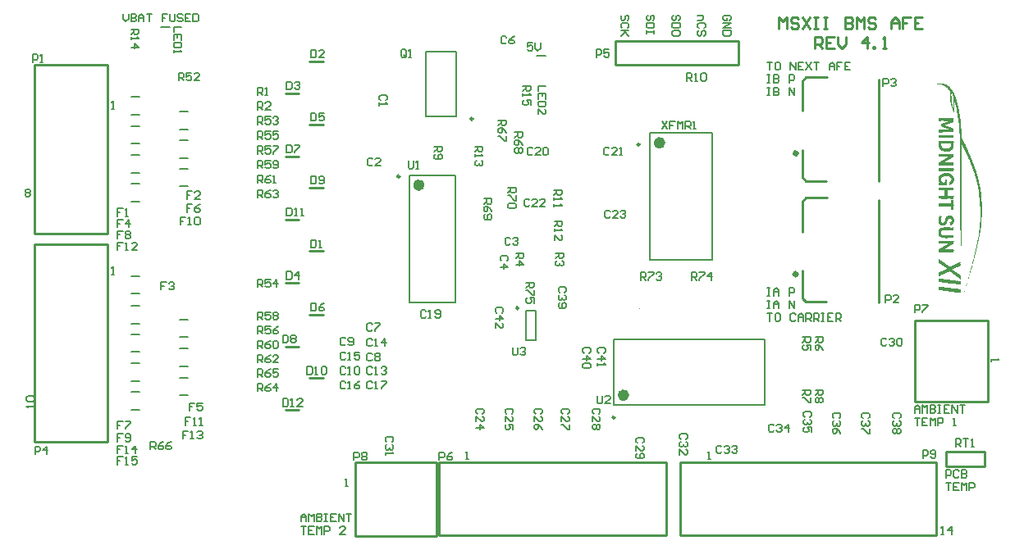
<source format=gto>
G04*
G04 #@! TF.GenerationSoftware,Altium Limited,Altium Designer,18.1.9 (240)*
G04*
G04 Layer_Color=65535*
%FSLAX25Y25*%
%MOIN*%
G70*
G01*
G75*
%ADD10C,0.02362*%
%ADD11C,0.00984*%
%ADD12C,0.00394*%
%ADD13C,0.01968*%
%ADD14C,0.01000*%
%ADD15C,0.00787*%
%ADD16C,0.00591*%
G36*
X372154Y186206D02*
X372535D01*
Y186130D01*
X372612D01*
Y186206D01*
X372688D01*
Y186130D01*
X373069D01*
Y186053D01*
X373146D01*
Y186130D01*
X373222D01*
Y186053D01*
X373451D01*
Y185977D01*
X373679D01*
Y185901D01*
X373908D01*
Y185825D01*
X373985D01*
Y185748D01*
X374137D01*
Y185672D01*
X374290D01*
Y185596D01*
X374366D01*
Y185520D01*
X374442D01*
Y185443D01*
X374671D01*
Y185367D01*
X374747D01*
Y185291D01*
X374823D01*
Y185214D01*
X374900D01*
Y185138D01*
X375052D01*
Y185062D01*
X375205D01*
Y184909D01*
X375357D01*
Y184757D01*
X375510D01*
Y184680D01*
X375586D01*
Y184604D01*
X375662D01*
Y184528D01*
X375739D01*
Y184452D01*
X375815D01*
Y184299D01*
X375968D01*
Y184147D01*
X376120D01*
Y183918D01*
X376196D01*
Y183842D01*
X376273D01*
Y183765D01*
X376349D01*
Y183689D01*
X376425D01*
Y183613D01*
X376501D01*
Y183536D01*
X376578D01*
Y183308D01*
X376654D01*
Y183231D01*
X376730D01*
Y183079D01*
X376806D01*
Y182926D01*
X376883D01*
Y182850D01*
X376959D01*
Y182774D01*
X377035D01*
Y182545D01*
X377112D01*
Y182469D01*
X377188D01*
Y182240D01*
X377264D01*
Y182164D01*
X377340D01*
Y181935D01*
X377417D01*
Y181859D01*
X377493D01*
Y181630D01*
X377569D01*
Y181553D01*
X377645D01*
Y181477D01*
X377569D01*
Y181401D01*
X377645D01*
Y181325D01*
X377722D01*
Y181096D01*
X377798D01*
Y180867D01*
X377874D01*
Y180791D01*
X377951D01*
Y180409D01*
X378027D01*
Y180333D01*
X378103D01*
Y180104D01*
X378179D01*
Y180028D01*
X378103D01*
Y179952D01*
X378179D01*
Y179876D01*
X378256D01*
Y179799D01*
X378179D01*
Y179723D01*
X378256D01*
Y179494D01*
X378332D01*
Y179418D01*
X378408D01*
Y179342D01*
X378332D01*
Y179265D01*
X378408D01*
Y178884D01*
X378485D01*
Y178808D01*
X378561D01*
Y178731D01*
X378485D01*
Y178655D01*
X378561D01*
Y178274D01*
X378637D01*
Y178045D01*
X378713D01*
Y177969D01*
X378637D01*
Y177892D01*
X378713D01*
Y177664D01*
X378790D01*
Y177587D01*
X378713D01*
Y177511D01*
X378790D01*
Y177435D01*
X378866D01*
Y177358D01*
X378790D01*
Y177282D01*
X378866D01*
Y177206D01*
X378790D01*
Y177130D01*
X378866D01*
Y176901D01*
X378942D01*
Y176825D01*
X378866D01*
Y176748D01*
X378942D01*
Y176672D01*
X379018D01*
Y176596D01*
X378942D01*
Y176520D01*
X379018D01*
Y176138D01*
X379095D01*
Y176062D01*
X379018D01*
Y175986D01*
X379095D01*
Y175909D01*
X379171D01*
Y175833D01*
X379095D01*
Y175757D01*
X379171D01*
Y175375D01*
X379247D01*
Y175299D01*
X379171D01*
Y175223D01*
X379247D01*
Y175147D01*
X379324D01*
Y175070D01*
X379247D01*
Y174994D01*
X379324D01*
Y174613D01*
X379400D01*
Y174537D01*
X379324D01*
Y174460D01*
X379400D01*
Y174384D01*
X379476D01*
Y174308D01*
X379400D01*
Y174231D01*
X379476D01*
Y174155D01*
X379400D01*
Y174079D01*
X379476D01*
Y173850D01*
X379552D01*
Y173774D01*
X379476D01*
Y173698D01*
X379552D01*
Y173621D01*
X379476D01*
Y173545D01*
X379552D01*
Y173469D01*
X379628D01*
Y173392D01*
X379552D01*
Y173316D01*
X379628D01*
Y172782D01*
X379705D01*
Y172706D01*
X379628D01*
Y172630D01*
X379705D01*
Y172554D01*
X379781D01*
Y172477D01*
X379705D01*
Y172401D01*
X379781D01*
Y172325D01*
X379705D01*
Y172248D01*
X379781D01*
Y171714D01*
X379857D01*
Y171638D01*
X379781D01*
Y171562D01*
X379857D01*
Y171486D01*
X379781D01*
Y171409D01*
X379857D01*
Y171181D01*
X379934D01*
Y171104D01*
X379857D01*
Y171028D01*
X379934D01*
Y170952D01*
X379857D01*
Y170876D01*
X379934D01*
Y170342D01*
X380010D01*
Y170265D01*
X379934D01*
Y170189D01*
X380010D01*
Y170113D01*
X379934D01*
Y170037D01*
X380010D01*
Y169960D01*
X379934D01*
Y169884D01*
X380010D01*
Y169808D01*
X380086D01*
Y169731D01*
X380010D01*
Y169655D01*
X380086D01*
Y169579D01*
X380010D01*
Y169503D01*
X380086D01*
Y169426D01*
X380010D01*
Y169350D01*
X380086D01*
Y168664D01*
X380162D01*
Y168587D01*
X380086D01*
Y168511D01*
X380162D01*
Y168435D01*
X380086D01*
Y168359D01*
X380162D01*
Y168282D01*
X380086D01*
Y168206D01*
X380162D01*
Y167977D01*
X380239D01*
Y167901D01*
X380162D01*
Y167825D01*
X380239D01*
Y167748D01*
X380162D01*
Y167672D01*
X380239D01*
Y167596D01*
X380162D01*
Y167520D01*
X380239D01*
Y166681D01*
X380315D01*
Y166604D01*
X380239D01*
Y166528D01*
X380315D01*
Y166452D01*
X380239D01*
Y166376D01*
X380315D01*
Y166299D01*
X380239D01*
Y166223D01*
X380315D01*
Y166147D01*
X380391D01*
Y166070D01*
X380315D01*
Y165994D01*
X380391D01*
Y165918D01*
X380315D01*
Y165842D01*
X380391D01*
Y165766D01*
X380315D01*
Y165689D01*
X380391D01*
Y165613D01*
X380315D01*
Y165537D01*
X380391D01*
Y165460D01*
X380315D01*
Y165384D01*
X380391D01*
Y163859D01*
X380544D01*
Y163782D01*
X380468D01*
Y163706D01*
X380544D01*
Y163630D01*
X380620D01*
Y163401D01*
X380696D01*
Y163325D01*
X380773D01*
Y163249D01*
X380849D01*
Y163020D01*
X380925D01*
Y162943D01*
X381001D01*
Y162715D01*
X381078D01*
Y162638D01*
X381154D01*
Y162409D01*
X381230D01*
Y162333D01*
X381307D01*
Y162104D01*
X381383D01*
Y162028D01*
X381459D01*
Y161876D01*
X381611D01*
Y161799D01*
X381535D01*
Y161723D01*
X381611D01*
Y161647D01*
X381688D01*
Y161571D01*
X381611D01*
Y161494D01*
X381688D01*
Y161418D01*
X381764D01*
Y161342D01*
X381840D01*
Y161266D01*
X381917D01*
Y161037D01*
X381993D01*
Y160808D01*
X382069D01*
Y160732D01*
X382146D01*
Y160655D01*
X382222D01*
Y160426D01*
X382298D01*
Y160350D01*
X382222D01*
Y160274D01*
X382298D01*
Y160198D01*
X382374D01*
Y160121D01*
X382451D01*
Y160045D01*
X382374D01*
Y159969D01*
X382451D01*
Y159893D01*
X382527D01*
Y159664D01*
X382603D01*
Y159588D01*
X382679D01*
Y159359D01*
X382756D01*
Y159283D01*
X382832D01*
Y159054D01*
X382908D01*
Y158977D01*
X382984D01*
Y158901D01*
X382908D01*
Y158825D01*
X382984D01*
Y158749D01*
X383061D01*
Y158672D01*
X382984D01*
Y158596D01*
X383061D01*
Y158520D01*
X383137D01*
Y158291D01*
X383213D01*
Y158215D01*
X383290D01*
Y157986D01*
X383366D01*
Y157910D01*
X383442D01*
Y157833D01*
X383366D01*
Y157757D01*
X383442D01*
Y157528D01*
X383518D01*
Y157452D01*
X383595D01*
Y157223D01*
X383671D01*
Y157147D01*
X383747D01*
Y157071D01*
X383671D01*
Y156994D01*
X383747D01*
Y156766D01*
X383823D01*
Y156689D01*
X383900D01*
Y156460D01*
X383976D01*
Y156384D01*
X384052D01*
Y156155D01*
X384128D01*
Y156079D01*
X384052D01*
Y156003D01*
X384128D01*
Y155927D01*
X384205D01*
Y155698D01*
X384281D01*
Y155622D01*
X384357D01*
Y155545D01*
X384281D01*
Y155469D01*
X384357D01*
Y155240D01*
X384434D01*
Y155164D01*
X384510D01*
Y154935D01*
X384586D01*
Y154859D01*
X384662D01*
Y154630D01*
X384739D01*
Y154554D01*
X384662D01*
Y154477D01*
X384739D01*
Y154401D01*
X384815D01*
Y154172D01*
X384891D01*
Y153944D01*
X384967D01*
Y153715D01*
X385044D01*
Y153639D01*
X385120D01*
Y153410D01*
X385196D01*
Y153333D01*
X385273D01*
Y153257D01*
X385196D01*
Y153181D01*
X385273D01*
Y152952D01*
X385349D01*
Y152876D01*
X385425D01*
Y152799D01*
X385349D01*
Y152723D01*
X385425D01*
Y152647D01*
X385501D01*
Y152571D01*
X385425D01*
Y152494D01*
X385501D01*
Y152418D01*
X385578D01*
Y152189D01*
X385654D01*
Y152113D01*
X385578D01*
Y152037D01*
X385654D01*
Y151961D01*
X385730D01*
Y151732D01*
X385806D01*
Y151655D01*
X385883D01*
Y151579D01*
X385806D01*
Y151503D01*
X385883D01*
Y151274D01*
X385959D01*
Y151198D01*
X386035D01*
Y150969D01*
X386111D01*
Y150740D01*
X386188D01*
Y150511D01*
X386264D01*
Y150435D01*
X386340D01*
Y150359D01*
X386264D01*
Y150283D01*
X386340D01*
Y150054D01*
X386417D01*
Y149978D01*
X386493D01*
Y149901D01*
X386417D01*
Y149825D01*
X386493D01*
Y149596D01*
X386569D01*
Y149520D01*
X386493D01*
Y149444D01*
X386569D01*
Y149367D01*
X386645D01*
Y149291D01*
X386569D01*
Y149215D01*
X386645D01*
Y148986D01*
X386722D01*
Y148757D01*
X386798D01*
Y148528D01*
X386874D01*
Y148452D01*
X386798D01*
Y148376D01*
X386874D01*
Y148300D01*
X386950D01*
Y148223D01*
X386874D01*
Y148147D01*
X386950D01*
Y147918D01*
X387027D01*
Y147689D01*
X387103D01*
Y147613D01*
X387027D01*
Y147537D01*
X387103D01*
Y147308D01*
X387179D01*
Y147232D01*
X387103D01*
Y147155D01*
X387179D01*
Y147079D01*
X387256D01*
Y147003D01*
X387179D01*
Y146927D01*
X387256D01*
Y146545D01*
X387332D01*
Y146469D01*
X387256D01*
Y146393D01*
X387332D01*
Y146317D01*
X387408D01*
Y145935D01*
X387484D01*
Y145859D01*
X387408D01*
Y145783D01*
X387484D01*
Y145706D01*
X387408D01*
Y145630D01*
X387484D01*
Y145554D01*
X387561D01*
Y145173D01*
X387637D01*
Y145096D01*
X387561D01*
Y145020D01*
X387637D01*
Y144791D01*
X387713D01*
Y144257D01*
X387790D01*
Y144181D01*
X387713D01*
Y144105D01*
X387790D01*
Y144028D01*
X387866D01*
Y143952D01*
X387790D01*
Y143876D01*
X387866D01*
Y143494D01*
X387942D01*
Y143418D01*
X387866D01*
Y143342D01*
X387942D01*
Y143113D01*
X388018D01*
Y143037D01*
X387942D01*
Y142961D01*
X388018D01*
Y142427D01*
X388094D01*
Y142350D01*
X388018D01*
Y142274D01*
X388094D01*
Y142045D01*
X388171D01*
Y141969D01*
X388094D01*
Y141893D01*
X388171D01*
Y141359D01*
X388247D01*
Y141283D01*
X388171D01*
Y141206D01*
X388247D01*
Y141130D01*
X388171D01*
Y141054D01*
X388247D01*
Y140825D01*
X388323D01*
Y140749D01*
X388247D01*
Y140673D01*
X388323D01*
Y140596D01*
X388247D01*
Y140520D01*
X388323D01*
Y139986D01*
X388400D01*
Y139910D01*
X388323D01*
Y139833D01*
X388400D01*
Y139757D01*
X388323D01*
Y139681D01*
X388400D01*
Y139605D01*
X388323D01*
Y139528D01*
X388400D01*
Y139452D01*
X388476D01*
Y139376D01*
X388400D01*
Y139147D01*
X388476D01*
Y139071D01*
X388400D01*
Y138995D01*
X388476D01*
Y138918D01*
X388400D01*
Y138842D01*
X388476D01*
Y138003D01*
X388552D01*
Y137927D01*
X388476D01*
Y137850D01*
X388552D01*
Y137774D01*
X388476D01*
Y137698D01*
X388552D01*
Y137622D01*
X388476D01*
Y137545D01*
X388552D01*
Y137317D01*
X388476D01*
Y137240D01*
X388552D01*
Y137164D01*
X388629D01*
Y137088D01*
X388552D01*
Y137012D01*
X388629D01*
Y136935D01*
X388552D01*
Y136859D01*
X388629D01*
Y136783D01*
X388552D01*
Y136706D01*
X388629D01*
Y136630D01*
X388552D01*
Y136554D01*
X388629D01*
Y136478D01*
X388552D01*
Y136401D01*
X388629D01*
Y136325D01*
X388552D01*
Y136249D01*
X388629D01*
Y136020D01*
X388552D01*
Y135944D01*
X388629D01*
Y133579D01*
X388552D01*
Y133503D01*
X388629D01*
Y133274D01*
X388552D01*
Y133198D01*
X388629D01*
Y132969D01*
X388552D01*
Y132893D01*
X388629D01*
Y132817D01*
X388552D01*
Y132740D01*
X388629D01*
Y132664D01*
X388552D01*
Y132588D01*
X388629D01*
Y132512D01*
X388552D01*
Y132435D01*
X388629D01*
Y132359D01*
X388552D01*
Y132283D01*
X388629D01*
Y132206D01*
X388552D01*
Y131825D01*
X388476D01*
Y131749D01*
X388552D01*
Y131673D01*
X388476D01*
Y131596D01*
X388552D01*
Y131520D01*
X388476D01*
Y131444D01*
X388552D01*
Y131368D01*
X388476D01*
Y131291D01*
X388552D01*
Y131215D01*
X388476D01*
Y130376D01*
X388400D01*
Y130300D01*
X388476D01*
Y130224D01*
X388400D01*
Y130147D01*
X388476D01*
Y130071D01*
X388400D01*
Y129842D01*
X388323D01*
Y129766D01*
X388400D01*
Y129690D01*
X388323D01*
Y129613D01*
X388400D01*
Y129537D01*
X388323D01*
Y128851D01*
X388247D01*
Y128774D01*
X388323D01*
Y128698D01*
X388247D01*
Y128622D01*
X388323D01*
Y128545D01*
X388247D01*
Y128469D01*
X388171D01*
Y128393D01*
X388247D01*
Y128317D01*
X388171D01*
Y128240D01*
X388247D01*
Y128164D01*
X388171D01*
Y127630D01*
X388094D01*
Y127554D01*
X388171D01*
Y127478D01*
X388094D01*
Y127401D01*
X388018D01*
Y127325D01*
X388094D01*
Y127249D01*
X388018D01*
Y127173D01*
X388094D01*
Y127096D01*
X388018D01*
Y126562D01*
X387942D01*
Y126486D01*
X388018D01*
Y126410D01*
X387942D01*
Y126334D01*
X387866D01*
Y126257D01*
X387942D01*
Y126181D01*
X387866D01*
Y126105D01*
X387942D01*
Y126029D01*
X387866D01*
Y125647D01*
X387790D01*
Y125571D01*
X387866D01*
Y125495D01*
X387790D01*
Y125266D01*
X387713D01*
Y124732D01*
X387637D01*
Y124656D01*
X387713D01*
Y124579D01*
X387637D01*
Y124503D01*
X387561D01*
Y124427D01*
X387637D01*
Y124351D01*
X387561D01*
Y123969D01*
X387484D01*
Y123893D01*
X387561D01*
Y123817D01*
X387484D01*
Y123740D01*
X387408D01*
Y123664D01*
X387484D01*
Y123588D01*
X387408D01*
Y123207D01*
X387332D01*
Y123130D01*
X387408D01*
Y123054D01*
X387332D01*
Y122978D01*
X387256D01*
Y122901D01*
X387332D01*
Y122825D01*
X387256D01*
Y122749D01*
X387332D01*
Y122673D01*
X387256D01*
Y122444D01*
X387179D01*
Y122368D01*
X387256D01*
Y122291D01*
X387179D01*
Y122215D01*
X387103D01*
Y122139D01*
X387179D01*
Y122063D01*
X387103D01*
Y121681D01*
X387027D01*
Y121605D01*
X387103D01*
Y121529D01*
X387027D01*
Y121452D01*
X386950D01*
Y121376D01*
X387027D01*
Y121300D01*
X386950D01*
Y120919D01*
X386874D01*
Y120842D01*
X386950D01*
Y120766D01*
X386874D01*
Y120690D01*
X386798D01*
Y120308D01*
X386722D01*
Y120232D01*
X386798D01*
Y120156D01*
X386722D01*
Y120080D01*
X386645D01*
Y120003D01*
X386722D01*
Y119927D01*
X386645D01*
Y119698D01*
X386569D01*
Y119622D01*
X386645D01*
Y119546D01*
X386569D01*
Y119469D01*
X386493D01*
Y119393D01*
X386569D01*
Y119317D01*
X386493D01*
Y118935D01*
X386417D01*
Y118859D01*
X386493D01*
Y118783D01*
X386417D01*
Y118707D01*
X386340D01*
Y118325D01*
X386264D01*
Y118096D01*
X386188D01*
Y118020D01*
X386264D01*
Y117944D01*
X386188D01*
Y117715D01*
X386111D01*
Y117639D01*
X386188D01*
Y117563D01*
X386111D01*
Y117486D01*
X386035D01*
Y117410D01*
X386111D01*
Y117334D01*
X386035D01*
Y117105D01*
X385959D01*
Y117029D01*
X386035D01*
Y116952D01*
X385959D01*
Y116876D01*
X385883D01*
Y116800D01*
X385959D01*
Y116724D01*
X385883D01*
Y116495D01*
X385806D01*
Y116419D01*
X385883D01*
Y116342D01*
X385806D01*
Y116266D01*
X385730D01*
Y116190D01*
X385806D01*
Y116113D01*
X385730D01*
Y115885D01*
X385654D01*
Y115808D01*
X385730D01*
Y115732D01*
X385654D01*
Y115656D01*
X385578D01*
Y115579D01*
X385654D01*
Y115503D01*
X385578D01*
Y115275D01*
X385501D01*
Y115198D01*
X385578D01*
Y115122D01*
X385501D01*
Y115046D01*
X385425D01*
Y114664D01*
X385349D01*
Y114588D01*
X385273D01*
Y114512D01*
X385349D01*
Y114436D01*
X385273D01*
Y114054D01*
X385196D01*
Y113825D01*
X385120D01*
Y113596D01*
X385044D01*
Y113520D01*
X385120D01*
Y113444D01*
X385044D01*
Y113368D01*
X384967D01*
Y112986D01*
X384891D01*
Y112758D01*
X384815D01*
Y112376D01*
X384739D01*
Y112300D01*
X384662D01*
Y112224D01*
X384739D01*
Y112147D01*
X384662D01*
Y111919D01*
X384586D01*
Y111842D01*
X384662D01*
Y111766D01*
X384586D01*
Y111690D01*
X384510D01*
Y111461D01*
X384434D01*
Y111385D01*
X384510D01*
Y111308D01*
X384434D01*
Y111232D01*
X384357D01*
Y111156D01*
X384434D01*
Y111080D01*
X384357D01*
Y110851D01*
X384281D01*
Y110622D01*
X384205D01*
Y110393D01*
X384128D01*
Y110317D01*
X384205D01*
Y110241D01*
X384128D01*
Y110164D01*
X384052D01*
Y110088D01*
X384128D01*
Y110012D01*
X384052D01*
Y109783D01*
X383976D01*
Y109707D01*
X384052D01*
Y109631D01*
X383976D01*
Y109554D01*
X383900D01*
Y109325D01*
X383823D01*
Y109249D01*
X383900D01*
Y109173D01*
X383823D01*
Y109097D01*
X383747D01*
Y108715D01*
X383671D01*
Y108639D01*
X383595D01*
Y108563D01*
X383671D01*
Y108486D01*
X383595D01*
Y108258D01*
X383518D01*
Y108029D01*
X383442D01*
Y107647D01*
X383366D01*
Y107419D01*
X383290D01*
Y107190D01*
X383213D01*
Y107114D01*
X383290D01*
Y107037D01*
X383213D01*
Y106961D01*
X383137D01*
Y106732D01*
X383061D01*
Y106656D01*
X383137D01*
Y106580D01*
X383061D01*
Y106503D01*
X382984D01*
Y106122D01*
X382908D01*
Y106046D01*
X382832D01*
Y106122D01*
X382756D01*
Y106198D01*
X382832D01*
Y106275D01*
X382908D01*
Y106351D01*
X382832D01*
Y106427D01*
X382908D01*
Y106656D01*
X382984D01*
Y106885D01*
X383061D01*
Y107266D01*
X383137D01*
Y107342D01*
X383213D01*
Y107419D01*
X383137D01*
Y107495D01*
X383213D01*
Y107724D01*
X383290D01*
Y107952D01*
X383366D01*
Y108181D01*
X383442D01*
Y108258D01*
X383366D01*
Y108334D01*
X383442D01*
Y108410D01*
X383518D01*
Y108486D01*
X383442D01*
Y108563D01*
X383518D01*
Y108791D01*
X383595D01*
Y108868D01*
X383518D01*
Y108944D01*
X383595D01*
Y109020D01*
X383671D01*
Y109402D01*
X383747D01*
Y109631D01*
X383823D01*
Y109859D01*
X383900D01*
Y109935D01*
X383823D01*
Y110012D01*
X383900D01*
Y110088D01*
X383976D01*
Y110164D01*
X383900D01*
Y110241D01*
X383976D01*
Y110622D01*
X384052D01*
Y110698D01*
X384128D01*
Y110775D01*
X384052D01*
Y110851D01*
X384128D01*
Y111080D01*
X384205D01*
Y111308D01*
X384281D01*
Y111385D01*
X384205D01*
Y111461D01*
X384281D01*
Y111690D01*
X384357D01*
Y111766D01*
X384281D01*
Y111842D01*
X384357D01*
Y111766D01*
X384434D01*
Y111842D01*
X384357D01*
Y111919D01*
X384434D01*
Y112300D01*
X384510D01*
Y112529D01*
X384586D01*
Y112910D01*
X384662D01*
Y112986D01*
X384586D01*
Y113063D01*
X384662D01*
Y112986D01*
X384739D01*
Y113063D01*
X384662D01*
Y113139D01*
X384739D01*
Y113520D01*
X384815D01*
Y113749D01*
X384891D01*
Y113978D01*
X384967D01*
Y114054D01*
X384891D01*
Y114130D01*
X384967D01*
Y114207D01*
X385044D01*
Y114283D01*
X384967D01*
Y114359D01*
X385044D01*
Y114741D01*
X385120D01*
Y114969D01*
X385196D01*
Y115351D01*
X385273D01*
Y115427D01*
X385196D01*
Y115503D01*
X385273D01*
Y115427D01*
X385349D01*
Y115503D01*
X385273D01*
Y115579D01*
X385349D01*
Y115961D01*
X385425D01*
Y116190D01*
X385501D01*
Y116266D01*
X385425D01*
Y116342D01*
X385501D01*
Y116571D01*
X385578D01*
Y116647D01*
X385501D01*
Y116724D01*
X385578D01*
Y116800D01*
X385654D01*
Y117181D01*
X385730D01*
Y117257D01*
X385654D01*
Y117334D01*
X385730D01*
Y117410D01*
X385806D01*
Y117486D01*
X385730D01*
Y117563D01*
X385806D01*
Y117944D01*
X385883D01*
Y118173D01*
X385959D01*
Y118554D01*
X386035D01*
Y118630D01*
X385959D01*
Y118707D01*
X386035D01*
Y118783D01*
X386111D01*
Y118859D01*
X386035D01*
Y118935D01*
X386111D01*
Y119164D01*
X386188D01*
Y119240D01*
X386111D01*
Y119317D01*
X386188D01*
Y119393D01*
X386111D01*
Y119469D01*
X386188D01*
Y119393D01*
X386264D01*
Y119469D01*
X386188D01*
Y119546D01*
X386264D01*
Y119927D01*
X386340D01*
Y120003D01*
X386264D01*
Y120080D01*
X386340D01*
Y120156D01*
X386417D01*
Y120232D01*
X386340D01*
Y120308D01*
X386417D01*
Y120690D01*
X386493D01*
Y120766D01*
X386417D01*
Y120842D01*
X386493D01*
Y120919D01*
X386569D01*
Y120995D01*
X386493D01*
Y121071D01*
X386569D01*
Y121452D01*
X386645D01*
Y121681D01*
X386722D01*
Y121757D01*
X386645D01*
Y121834D01*
X386722D01*
Y122215D01*
X386798D01*
Y122444D01*
X386874D01*
Y122520D01*
X386798D01*
Y122596D01*
X386874D01*
Y122978D01*
X386950D01*
Y123054D01*
X386874D01*
Y123130D01*
X386950D01*
Y123207D01*
X387027D01*
Y123283D01*
X386950D01*
Y123359D01*
X387027D01*
Y123740D01*
X387103D01*
Y123817D01*
X387027D01*
Y123893D01*
X387103D01*
Y123969D01*
X387027D01*
Y124046D01*
X387103D01*
Y123969D01*
X387179D01*
Y124046D01*
X387103D01*
Y124122D01*
X387179D01*
Y124198D01*
X387103D01*
Y124274D01*
X387179D01*
Y124656D01*
X387256D01*
Y124732D01*
X387179D01*
Y124808D01*
X387256D01*
Y125037D01*
X387332D01*
Y125113D01*
X387256D01*
Y125190D01*
X387332D01*
Y125571D01*
X387408D01*
Y125647D01*
X387332D01*
Y125724D01*
X387408D01*
Y125800D01*
X387332D01*
Y125876D01*
X387408D01*
Y125952D01*
X387484D01*
Y126029D01*
X387408D01*
Y126105D01*
X387484D01*
Y126181D01*
X387408D01*
Y126257D01*
X387484D01*
Y126639D01*
X387561D01*
Y126715D01*
X387484D01*
Y126791D01*
X387561D01*
Y126868D01*
X387484D01*
Y126944D01*
X387561D01*
Y127173D01*
X387637D01*
Y127249D01*
X387561D01*
Y127325D01*
X387637D01*
Y127859D01*
X387713D01*
Y127935D01*
X387637D01*
Y128012D01*
X387713D01*
Y128088D01*
X387637D01*
Y128164D01*
X387713D01*
Y128240D01*
X387790D01*
Y128317D01*
X387713D01*
Y128393D01*
X387790D01*
Y128469D01*
X387713D01*
Y128545D01*
X387790D01*
Y129385D01*
X387866D01*
Y129461D01*
X387790D01*
Y129537D01*
X387866D01*
Y129613D01*
X387790D01*
Y129690D01*
X387866D01*
Y129918D01*
X387942D01*
Y129995D01*
X387866D01*
Y130224D01*
X387942D01*
Y130300D01*
X387866D01*
Y130376D01*
X387942D01*
Y130452D01*
X387866D01*
Y130528D01*
X387942D01*
Y130605D01*
X387866D01*
Y130681D01*
X387942D01*
Y130757D01*
X387866D01*
Y130834D01*
X387942D01*
Y130910D01*
X387866D01*
Y130986D01*
X387942D01*
Y131215D01*
X387866D01*
Y131291D01*
X387942D01*
Y133961D01*
X387866D01*
Y134037D01*
X387942D01*
Y134266D01*
X387866D01*
Y134342D01*
X387942D01*
Y134418D01*
X387866D01*
Y134495D01*
X387942D01*
Y134571D01*
X387866D01*
Y134647D01*
X387942D01*
Y134723D01*
X387866D01*
Y134800D01*
X387942D01*
Y134876D01*
X387866D01*
Y134952D01*
X387942D01*
Y135029D01*
X387866D01*
Y135105D01*
X387942D01*
Y135181D01*
X387866D01*
Y135257D01*
X387942D01*
Y135334D01*
X387866D01*
Y135410D01*
X387942D01*
Y135486D01*
X387866D01*
Y135715D01*
X387790D01*
Y135791D01*
X387866D01*
Y136020D01*
X387790D01*
Y136096D01*
X387866D01*
Y136172D01*
X387790D01*
Y136249D01*
X387866D01*
Y136325D01*
X387790D01*
Y136401D01*
X387866D01*
Y136478D01*
X387790D01*
Y136554D01*
X387866D01*
Y136630D01*
X387790D01*
Y136706D01*
X387866D01*
Y136783D01*
X387790D01*
Y137774D01*
X387713D01*
Y137850D01*
X387790D01*
Y137927D01*
X387713D01*
Y138003D01*
X387790D01*
Y138079D01*
X387713D01*
Y138156D01*
X387790D01*
Y138232D01*
X387713D01*
Y138308D01*
X387637D01*
Y138384D01*
X387713D01*
Y138308D01*
X387790D01*
Y138384D01*
X387713D01*
Y138461D01*
X387637D01*
Y138537D01*
X387713D01*
Y138613D01*
X387637D01*
Y138689D01*
X387713D01*
Y138766D01*
X387637D01*
Y139452D01*
X387561D01*
Y139528D01*
X387637D01*
Y139605D01*
X387561D01*
Y139681D01*
X387637D01*
Y139757D01*
X387561D01*
Y139986D01*
X387484D01*
Y140062D01*
X387561D01*
Y140139D01*
X387484D01*
Y140215D01*
X387561D01*
Y140291D01*
X387484D01*
Y140367D01*
X387561D01*
Y140444D01*
X387484D01*
Y140978D01*
X387408D01*
Y141054D01*
X387484D01*
Y141130D01*
X387408D01*
Y141206D01*
X387484D01*
Y141283D01*
X387408D01*
Y141359D01*
X387332D01*
Y141435D01*
X387408D01*
Y141359D01*
X387484D01*
Y141435D01*
X387408D01*
Y141511D01*
X387332D01*
Y141588D01*
X387408D01*
Y141664D01*
X387332D01*
Y142198D01*
X387256D01*
Y142274D01*
X387332D01*
Y142350D01*
X387256D01*
Y142427D01*
X387332D01*
Y142503D01*
X387256D01*
Y142579D01*
X387179D01*
Y142656D01*
X387256D01*
Y142732D01*
X387179D01*
Y142808D01*
X387256D01*
Y142884D01*
X387179D01*
Y143266D01*
X387103D01*
Y143342D01*
X387179D01*
Y143418D01*
X387103D01*
Y143494D01*
X387027D01*
Y143571D01*
X387103D01*
Y143647D01*
X387027D01*
Y144028D01*
X386950D01*
Y144105D01*
X387027D01*
Y144181D01*
X386950D01*
Y144257D01*
X387027D01*
Y144334D01*
X386950D01*
Y144410D01*
X386874D01*
Y144486D01*
X386950D01*
Y144562D01*
X386874D01*
Y144944D01*
X386798D01*
Y145020D01*
X386722D01*
Y145096D01*
X386798D01*
Y145020D01*
X386874D01*
Y145096D01*
X386798D01*
Y145173D01*
X386722D01*
Y145249D01*
X386798D01*
Y145325D01*
X386722D01*
Y145554D01*
X386645D01*
Y145630D01*
X386722D01*
Y145706D01*
X386645D01*
Y145783D01*
X386569D01*
Y145859D01*
X386645D01*
Y145935D01*
X386569D01*
Y146317D01*
X386493D01*
Y146393D01*
X386417D01*
Y146469D01*
X386493D01*
Y146545D01*
X386417D01*
Y146774D01*
X386340D01*
Y147003D01*
X386264D01*
Y147079D01*
X386340D01*
Y147155D01*
X386264D01*
Y147384D01*
X386188D01*
Y147460D01*
X386111D01*
Y147537D01*
X386188D01*
Y147460D01*
X386264D01*
Y147537D01*
X386188D01*
Y147613D01*
X386111D01*
Y147842D01*
X386035D01*
Y147918D01*
X386111D01*
Y147994D01*
X386035D01*
Y148071D01*
X385959D01*
Y148452D01*
X385883D01*
Y148528D01*
X385806D01*
Y148757D01*
X385730D01*
Y148833D01*
X385806D01*
Y148910D01*
X385730D01*
Y148986D01*
X385654D01*
Y149367D01*
X385578D01*
Y149444D01*
X385501D01*
Y149825D01*
X385425D01*
Y149901D01*
X385349D01*
Y150283D01*
X385273D01*
Y150359D01*
X385196D01*
Y150588D01*
X385120D01*
Y150664D01*
X385196D01*
Y150740D01*
X385120D01*
Y150816D01*
X385044D01*
Y151045D01*
X384967D01*
Y151121D01*
X384891D01*
Y151198D01*
X384967D01*
Y151121D01*
X385044D01*
Y151198D01*
X384967D01*
Y151274D01*
X384891D01*
Y151503D01*
X384815D01*
Y151579D01*
X384739D01*
Y151655D01*
X384815D01*
Y151732D01*
X384739D01*
Y151961D01*
X384662D01*
Y152037D01*
X384586D01*
Y152266D01*
X384510D01*
Y152494D01*
X384434D01*
Y152723D01*
X384357D01*
Y152799D01*
X384281D01*
Y153028D01*
X384205D01*
Y153105D01*
X384281D01*
Y153181D01*
X384205D01*
Y153257D01*
X384128D01*
Y153486D01*
X384052D01*
Y153562D01*
X383976D01*
Y153639D01*
X384052D01*
Y153715D01*
X383976D01*
Y153791D01*
X383900D01*
Y154020D01*
X383823D01*
Y154249D01*
X383747D01*
Y154325D01*
X383671D01*
Y154554D01*
X383595D01*
Y154630D01*
X383671D01*
Y154706D01*
X383595D01*
Y154782D01*
X383518D01*
Y155011D01*
X383442D01*
Y155088D01*
X383366D01*
Y155316D01*
X383290D01*
Y155393D01*
X383213D01*
Y155622D01*
X383137D01*
Y155698D01*
X383061D01*
Y155774D01*
X383137D01*
Y155698D01*
X383213D01*
Y155774D01*
X383137D01*
Y155850D01*
X383061D01*
Y155927D01*
X382984D01*
Y156155D01*
X382908D01*
Y156384D01*
X382832D01*
Y156460D01*
X382756D01*
Y156537D01*
X382679D01*
Y156613D01*
X382756D01*
Y156689D01*
X382679D01*
Y156766D01*
X382603D01*
Y156994D01*
X382527D01*
Y157071D01*
X382451D01*
Y157299D01*
X382374D01*
Y157376D01*
X382298D01*
Y157605D01*
X382222D01*
Y157681D01*
X382146D01*
Y157910D01*
X382069D01*
Y157986D01*
X381993D01*
Y158215D01*
X381917D01*
Y158291D01*
X381840D01*
Y158520D01*
X381764D01*
Y158596D01*
X381688D01*
Y158825D01*
X381611D01*
Y158901D01*
X381535D01*
Y159130D01*
X381459D01*
Y159206D01*
X381383D01*
Y159435D01*
X381307D01*
Y159511D01*
X381230D01*
Y159740D01*
X381154D01*
Y159816D01*
X381078D01*
Y160045D01*
X381001D01*
Y160121D01*
X380925D01*
Y160350D01*
X380849D01*
Y160426D01*
X380773D01*
Y160655D01*
X380696D01*
Y160732D01*
X380620D01*
Y160808D01*
X380544D01*
Y161037D01*
X380468D01*
Y160960D01*
X380391D01*
Y160884D01*
X380468D01*
Y160808D01*
X380544D01*
Y160732D01*
X380468D01*
Y160655D01*
X380391D01*
Y160579D01*
X380468D01*
Y160198D01*
X380544D01*
Y160121D01*
X380468D01*
Y160045D01*
X380391D01*
Y159969D01*
X380468D01*
Y159893D01*
X380544D01*
Y159816D01*
X380468D01*
Y159588D01*
X380544D01*
Y159511D01*
X380468D01*
Y159435D01*
X380391D01*
Y159359D01*
X380468D01*
Y159130D01*
X380391D01*
Y159054D01*
X380468D01*
Y158825D01*
X380391D01*
Y158749D01*
X380468D01*
Y158672D01*
X380391D01*
Y158596D01*
X380468D01*
Y158520D01*
X380391D01*
Y158443D01*
X380468D01*
Y158215D01*
X380391D01*
Y158138D01*
X380468D01*
Y158062D01*
X380391D01*
Y157986D01*
X380468D01*
Y157910D01*
X380391D01*
Y157833D01*
X380468D01*
Y157757D01*
X380391D01*
Y157681D01*
X380468D01*
Y157605D01*
X380391D01*
Y157528D01*
X380468D01*
Y157452D01*
X380391D01*
Y157376D01*
X380468D01*
Y157299D01*
X380391D01*
Y157223D01*
X380468D01*
Y157147D01*
X380391D01*
Y157071D01*
X380468D01*
Y156994D01*
X380391D01*
Y156918D01*
X380468D01*
Y156842D01*
X380391D01*
Y156766D01*
X380468D01*
Y156689D01*
X380391D01*
Y156613D01*
X380468D01*
Y156537D01*
X380391D01*
Y156460D01*
X380468D01*
Y156384D01*
X380391D01*
Y156308D01*
X380468D01*
Y156232D01*
X380391D01*
Y156155D01*
X380468D01*
Y156079D01*
X380391D01*
Y156003D01*
X380468D01*
Y155927D01*
X380391D01*
Y155850D01*
X380468D01*
Y155774D01*
X380391D01*
Y155698D01*
X380468D01*
Y155622D01*
X380391D01*
Y155545D01*
X380468D01*
Y155469D01*
X380391D01*
Y155240D01*
X380468D01*
Y155164D01*
X380391D01*
Y154935D01*
X380468D01*
Y154859D01*
X380391D01*
Y154630D01*
X380468D01*
Y154554D01*
X380391D01*
Y149291D01*
X380315D01*
Y149215D01*
X380391D01*
Y149138D01*
X380315D01*
Y149062D01*
X380391D01*
Y148986D01*
X380315D01*
Y148910D01*
X380391D01*
Y148833D01*
X380315D01*
Y148757D01*
X380391D01*
Y148681D01*
X380315D01*
Y148605D01*
X380391D01*
Y148528D01*
X380315D01*
Y148452D01*
X380391D01*
Y148223D01*
X380315D01*
Y148147D01*
X380391D01*
Y148071D01*
X380315D01*
Y147994D01*
X380391D01*
Y147918D01*
X380315D01*
Y147842D01*
X380391D01*
Y147766D01*
X380315D01*
Y147689D01*
X380391D01*
Y147613D01*
X380315D01*
Y147537D01*
X380391D01*
Y147460D01*
X380315D01*
Y147384D01*
X380391D01*
Y147308D01*
X380315D01*
Y147232D01*
X380391D01*
Y147155D01*
X380315D01*
Y147079D01*
X380391D01*
Y147003D01*
X380315D01*
Y146927D01*
X380391D01*
Y146850D01*
X380315D01*
Y146774D01*
X380391D01*
Y146698D01*
X380315D01*
Y146622D01*
X380391D01*
Y146545D01*
X380315D01*
Y146469D01*
X380391D01*
Y146393D01*
X380315D01*
Y146317D01*
X380391D01*
Y146240D01*
X380315D01*
Y146164D01*
X380391D01*
Y146088D01*
X380315D01*
Y146011D01*
X380391D01*
Y145935D01*
X380315D01*
Y145859D01*
X380391D01*
Y145783D01*
X380315D01*
Y145706D01*
X380391D01*
Y145630D01*
X380315D01*
Y145554D01*
X380391D01*
Y145477D01*
X380315D01*
Y145401D01*
X380391D01*
Y145325D01*
X380315D01*
Y145249D01*
X380391D01*
Y145173D01*
X380315D01*
Y145096D01*
X380391D01*
Y145020D01*
X380315D01*
Y144791D01*
X380391D01*
Y144715D01*
X380315D01*
Y144486D01*
X380391D01*
Y144410D01*
X380315D01*
Y144181D01*
X380391D01*
Y144105D01*
X380315D01*
Y143876D01*
X380391D01*
Y143799D01*
X380315D01*
Y143571D01*
X380391D01*
Y143494D01*
X380315D01*
Y143266D01*
X380391D01*
Y143189D01*
X380315D01*
Y142961D01*
X380391D01*
Y142884D01*
X380315D01*
Y142656D01*
X380391D01*
Y142579D01*
X380315D01*
Y142350D01*
X380391D01*
Y142274D01*
X380315D01*
Y142045D01*
X380391D01*
Y141969D01*
X380315D01*
Y141740D01*
X380391D01*
Y141664D01*
X380315D01*
Y141435D01*
X380391D01*
Y141359D01*
X380315D01*
Y141283D01*
X380391D01*
Y141206D01*
X380315D01*
Y141130D01*
X380391D01*
Y141054D01*
X380315D01*
Y140978D01*
X380391D01*
Y140901D01*
X380315D01*
Y140825D01*
X380391D01*
Y140749D01*
X380315D01*
Y140673D01*
X380391D01*
Y140596D01*
X380315D01*
Y140520D01*
X380391D01*
Y140444D01*
X380315D01*
Y140367D01*
X380391D01*
Y140291D01*
X380315D01*
Y140215D01*
X380391D01*
Y140139D01*
X380315D01*
Y140062D01*
X380391D01*
Y139986D01*
X380315D01*
Y139910D01*
X380391D01*
Y139833D01*
X380315D01*
Y139757D01*
X380391D01*
Y139681D01*
X380315D01*
Y139605D01*
X380391D01*
Y139528D01*
X380315D01*
Y139452D01*
X380391D01*
Y139376D01*
X380315D01*
Y139300D01*
X380391D01*
Y139223D01*
X380315D01*
Y139147D01*
X380391D01*
Y139071D01*
X380315D01*
Y138995D01*
X380391D01*
Y138918D01*
X380315D01*
Y138842D01*
X380391D01*
Y138766D01*
X380315D01*
Y138689D01*
X380391D01*
Y138613D01*
X380315D01*
Y138537D01*
X380391D01*
Y138461D01*
X380315D01*
Y138384D01*
X380391D01*
Y138308D01*
X380315D01*
Y138232D01*
X380391D01*
Y138156D01*
X380315D01*
Y138079D01*
X380391D01*
Y138003D01*
X380315D01*
Y137927D01*
X380391D01*
Y137850D01*
X380315D01*
Y137774D01*
X380391D01*
Y137698D01*
X380315D01*
Y137622D01*
X380391D01*
Y137545D01*
X380315D01*
Y137469D01*
X380391D01*
Y137393D01*
X380315D01*
Y137317D01*
X380391D01*
Y137240D01*
X380315D01*
Y137164D01*
X380391D01*
Y137088D01*
X380315D01*
Y137012D01*
X380391D01*
Y136935D01*
X380315D01*
Y136859D01*
X380391D01*
Y136783D01*
X380315D01*
Y136706D01*
X380391D01*
Y136630D01*
X380315D01*
Y136554D01*
X380391D01*
Y136478D01*
X380315D01*
Y136401D01*
X380391D01*
Y136325D01*
X380315D01*
Y136249D01*
X380391D01*
Y136172D01*
X380315D01*
Y136096D01*
X380391D01*
Y136020D01*
X380315D01*
Y135944D01*
X380391D01*
Y135868D01*
X380315D01*
Y135791D01*
X380391D01*
Y135715D01*
X380315D01*
Y135639D01*
X380391D01*
Y135562D01*
X380315D01*
Y135486D01*
X380391D01*
Y135410D01*
X380315D01*
Y135334D01*
X380391D01*
Y135257D01*
X380315D01*
Y135181D01*
X380391D01*
Y135105D01*
X380315D01*
Y135029D01*
X380391D01*
Y134952D01*
X380315D01*
Y134876D01*
X380391D01*
Y134800D01*
X380315D01*
Y134723D01*
X380391D01*
Y134647D01*
X380315D01*
Y134571D01*
X380391D01*
Y134495D01*
X380315D01*
Y134418D01*
X380391D01*
Y134342D01*
X380315D01*
Y134266D01*
X380391D01*
Y134189D01*
X380315D01*
Y134113D01*
X380391D01*
Y134037D01*
X380315D01*
Y133961D01*
X380391D01*
Y133884D01*
X380315D01*
Y133808D01*
X380391D01*
Y133732D01*
X380315D01*
Y133656D01*
X380391D01*
Y133579D01*
X380315D01*
Y133503D01*
X380391D01*
Y133427D01*
X380315D01*
Y133351D01*
X380391D01*
Y133274D01*
X380315D01*
Y133198D01*
X380391D01*
Y133122D01*
X380315D01*
Y133045D01*
X380391D01*
Y132969D01*
X380315D01*
Y132893D01*
X380391D01*
Y132817D01*
X380315D01*
Y132740D01*
X380391D01*
Y132664D01*
X380315D01*
Y132588D01*
X380391D01*
Y132512D01*
X380315D01*
Y132435D01*
X380391D01*
Y132359D01*
X380315D01*
Y132283D01*
X380391D01*
Y132206D01*
X380315D01*
Y132130D01*
X380391D01*
Y132054D01*
X380315D01*
Y131978D01*
X380391D01*
Y131901D01*
X380315D01*
Y131825D01*
X380391D01*
Y131749D01*
X380315D01*
Y131673D01*
X380391D01*
Y131596D01*
X380315D01*
Y131520D01*
X380391D01*
Y131444D01*
X380315D01*
Y131368D01*
X380391D01*
Y131291D01*
X380315D01*
Y131215D01*
X380391D01*
Y131139D01*
X380315D01*
Y131062D01*
X380391D01*
Y130986D01*
X380315D01*
Y130910D01*
X380391D01*
Y130834D01*
X380315D01*
Y130757D01*
X380391D01*
Y130681D01*
X380315D01*
Y130605D01*
X380391D01*
Y130528D01*
X380315D01*
Y130452D01*
X380391D01*
Y130376D01*
X380315D01*
Y130300D01*
X380391D01*
Y130224D01*
X380315D01*
Y130147D01*
X380391D01*
Y130071D01*
X380315D01*
Y129995D01*
X380391D01*
Y129918D01*
X380315D01*
Y129842D01*
X380391D01*
Y129766D01*
X380315D01*
Y129690D01*
X380391D01*
Y129613D01*
X380315D01*
Y129537D01*
X380391D01*
Y129461D01*
X380315D01*
Y129385D01*
X380391D01*
Y129308D01*
X380315D01*
Y129232D01*
X380391D01*
Y129156D01*
X380315D01*
Y129079D01*
X380391D01*
Y129003D01*
X380315D01*
Y128927D01*
X380391D01*
Y128851D01*
X380315D01*
Y128774D01*
X380391D01*
Y128698D01*
X380315D01*
Y128622D01*
X380391D01*
Y128545D01*
X380315D01*
Y128317D01*
X380391D01*
Y128240D01*
X380315D01*
Y128012D01*
X380391D01*
Y127935D01*
X380315D01*
Y127859D01*
X380239D01*
Y127783D01*
X380315D01*
Y127554D01*
X380239D01*
Y127478D01*
X380315D01*
Y127401D01*
X380239D01*
Y127325D01*
X380315D01*
Y127249D01*
X380239D01*
Y127173D01*
X380315D01*
Y127096D01*
X380239D01*
Y127020D01*
X380315D01*
Y126944D01*
X380239D01*
Y126868D01*
X380315D01*
Y126791D01*
X380239D01*
Y126715D01*
X380315D01*
Y126639D01*
X380239D01*
Y126562D01*
X380315D01*
Y126486D01*
X380239D01*
Y126410D01*
X380315D01*
Y126334D01*
X380239D01*
Y126257D01*
X380315D01*
Y126181D01*
X380239D01*
Y126105D01*
X380315D01*
Y126029D01*
X380239D01*
Y125952D01*
X380315D01*
Y125876D01*
X380239D01*
Y125800D01*
X380315D01*
Y125724D01*
X380239D01*
Y125647D01*
X380315D01*
Y125418D01*
X380239D01*
Y125342D01*
X380315D01*
Y125113D01*
X380239D01*
Y125037D01*
X380315D01*
Y124808D01*
X380239D01*
Y124732D01*
X380315D01*
Y124503D01*
X380239D01*
Y124427D01*
X380315D01*
Y124351D01*
X380239D01*
Y124274D01*
X380315D01*
Y124198D01*
X380239D01*
Y124122D01*
X380315D01*
Y123893D01*
X380239D01*
Y123817D01*
X380315D01*
Y123588D01*
X380239D01*
Y123512D01*
X380315D01*
Y123435D01*
X380391D01*
Y123359D01*
X380315D01*
Y123130D01*
X380391D01*
Y123054D01*
X380315D01*
Y122825D01*
X380391D01*
Y122749D01*
X380315D01*
Y122520D01*
X380391D01*
Y122444D01*
X380315D01*
Y122215D01*
X380391D01*
Y122139D01*
X380315D01*
Y121910D01*
X380391D01*
Y121834D01*
X380315D01*
Y121605D01*
X380391D01*
Y121529D01*
X380315D01*
Y121452D01*
X380391D01*
Y121376D01*
X380315D01*
Y121300D01*
X380391D01*
Y121224D01*
X380315D01*
Y121147D01*
X380391D01*
Y121071D01*
X380315D01*
Y120995D01*
X380391D01*
Y120919D01*
X380315D01*
Y120842D01*
X380391D01*
Y120766D01*
X380315D01*
Y120690D01*
X380391D01*
Y120613D01*
X380315D01*
Y120537D01*
X380391D01*
Y120461D01*
X380315D01*
Y120385D01*
X380391D01*
Y118630D01*
X380315D01*
Y119469D01*
X380239D01*
Y119546D01*
X380315D01*
Y119622D01*
X380239D01*
Y119698D01*
X380315D01*
Y119774D01*
X380239D01*
Y119851D01*
X380315D01*
Y119927D01*
X380239D01*
Y120156D01*
X380162D01*
Y120232D01*
X380239D01*
Y120308D01*
X380162D01*
Y120385D01*
X380239D01*
Y120461D01*
X380162D01*
Y120537D01*
X380239D01*
Y120613D01*
X380162D01*
Y120690D01*
X380239D01*
Y120766D01*
X380162D01*
Y121605D01*
X380086D01*
Y121681D01*
X380162D01*
Y121757D01*
X380086D01*
Y121834D01*
X380162D01*
Y121910D01*
X380086D01*
Y121986D01*
X380162D01*
Y122063D01*
X380086D01*
Y122139D01*
X380162D01*
Y122215D01*
X380086D01*
Y122444D01*
X380010D01*
Y122520D01*
X380086D01*
Y122596D01*
X380010D01*
Y122673D01*
X380086D01*
Y122749D01*
X380010D01*
Y122825D01*
X380086D01*
Y122901D01*
X380010D01*
Y123893D01*
X379934D01*
Y123969D01*
X380010D01*
Y124046D01*
X379934D01*
Y124122D01*
X380010D01*
Y124198D01*
X379934D01*
Y124427D01*
X380010D01*
Y124503D01*
X379934D01*
Y124732D01*
X379857D01*
Y124808D01*
X379934D01*
Y124884D01*
X379857D01*
Y124961D01*
X379934D01*
Y125037D01*
X379857D01*
Y125113D01*
X379934D01*
Y125190D01*
X379857D01*
Y125266D01*
X379934D01*
Y125342D01*
X379857D01*
Y126486D01*
X379781D01*
Y126562D01*
X379857D01*
Y126639D01*
X379781D01*
Y126715D01*
X379857D01*
Y126791D01*
X379781D01*
Y126868D01*
X379857D01*
Y126944D01*
X379781D01*
Y127020D01*
X379705D01*
Y127096D01*
X379781D01*
Y127020D01*
X379857D01*
Y127096D01*
X379781D01*
Y127325D01*
X379705D01*
Y127401D01*
X379781D01*
Y127478D01*
X379705D01*
Y127554D01*
X379781D01*
Y127630D01*
X379705D01*
Y127707D01*
X379781D01*
Y127783D01*
X379705D01*
Y127859D01*
X379781D01*
Y127935D01*
X379705D01*
Y128012D01*
X379781D01*
Y128088D01*
X379705D01*
Y129690D01*
X379628D01*
Y129766D01*
X379705D01*
Y129995D01*
X379628D01*
Y130071D01*
X379705D01*
Y130147D01*
X379628D01*
Y130224D01*
X379705D01*
Y130300D01*
X379628D01*
Y130376D01*
X379705D01*
Y130452D01*
X379628D01*
Y130528D01*
X379705D01*
Y130605D01*
X379628D01*
Y130681D01*
X379705D01*
Y130757D01*
X379628D01*
Y130834D01*
X379705D01*
Y130910D01*
X379628D01*
Y130986D01*
X379705D01*
Y131062D01*
X379628D01*
Y131139D01*
X379705D01*
Y131215D01*
X379628D01*
Y131444D01*
X379705D01*
Y131520D01*
X379628D01*
Y131749D01*
X379552D01*
Y131825D01*
X379628D01*
Y132206D01*
X379552D01*
Y132283D01*
X379628D01*
Y132359D01*
X379552D01*
Y132435D01*
X379628D01*
Y132512D01*
X379552D01*
Y132588D01*
X379628D01*
Y132664D01*
X379552D01*
Y132740D01*
X379628D01*
Y132817D01*
X379552D01*
Y132893D01*
X379628D01*
Y132969D01*
X379552D01*
Y133045D01*
X379628D01*
Y133122D01*
X379552D01*
Y133198D01*
X379628D01*
Y133274D01*
X379552D01*
Y133351D01*
X379628D01*
Y133427D01*
X379552D01*
Y133503D01*
X379628D01*
Y133579D01*
X379552D01*
Y133656D01*
X379628D01*
Y133732D01*
X379552D01*
Y133808D01*
X379628D01*
Y133884D01*
X379552D01*
Y133961D01*
X379628D01*
Y134037D01*
X379552D01*
Y134113D01*
X379628D01*
Y134189D01*
X379552D01*
Y134266D01*
X379628D01*
Y134342D01*
X379552D01*
Y134418D01*
X379628D01*
Y134495D01*
X379552D01*
Y134571D01*
X379628D01*
Y134647D01*
X379552D01*
Y134723D01*
X379628D01*
Y134800D01*
X379552D01*
Y134876D01*
X379628D01*
Y134952D01*
X379552D01*
Y135029D01*
X379628D01*
Y135105D01*
X379552D01*
Y135181D01*
X379628D01*
Y135257D01*
X379552D01*
Y135334D01*
X379628D01*
Y135410D01*
X379552D01*
Y135486D01*
X379628D01*
Y135562D01*
X379552D01*
Y135639D01*
X379628D01*
Y135715D01*
X379552D01*
Y135791D01*
X379628D01*
Y135868D01*
X379552D01*
Y135944D01*
X379628D01*
Y136020D01*
X379552D01*
Y136401D01*
X379628D01*
Y136478D01*
X379552D01*
Y137012D01*
X379628D01*
Y137088D01*
X379552D01*
Y147994D01*
X379628D01*
Y148071D01*
X379552D01*
Y148605D01*
X379628D01*
Y148681D01*
X379552D01*
Y149215D01*
X379628D01*
Y149291D01*
X379552D01*
Y149520D01*
X379628D01*
Y149596D01*
X379552D01*
Y149672D01*
X379628D01*
Y149749D01*
X379552D01*
Y149825D01*
X379628D01*
Y149901D01*
X379552D01*
Y149978D01*
X379628D01*
Y150054D01*
X379552D01*
Y150130D01*
X379628D01*
Y150206D01*
X379552D01*
Y150283D01*
X379628D01*
Y150359D01*
X379552D01*
Y150435D01*
X379628D01*
Y150511D01*
X379552D01*
Y150588D01*
X379628D01*
Y150664D01*
X379552D01*
Y150740D01*
X379628D01*
Y150816D01*
X379552D01*
Y150893D01*
X379628D01*
Y150969D01*
X379552D01*
Y151045D01*
X379628D01*
Y151121D01*
X379552D01*
Y151198D01*
X379628D01*
Y151274D01*
X379552D01*
Y151350D01*
X379628D01*
Y151427D01*
X379552D01*
Y151503D01*
X379628D01*
Y151579D01*
X379552D01*
Y151655D01*
X379628D01*
Y151732D01*
X379552D01*
Y151808D01*
X379628D01*
Y151884D01*
X379552D01*
Y151961D01*
X379628D01*
Y152037D01*
X379552D01*
Y152113D01*
X379628D01*
Y152189D01*
X379552D01*
Y152266D01*
X379628D01*
Y152342D01*
X379552D01*
Y152418D01*
X379628D01*
Y152494D01*
X379552D01*
Y152571D01*
X379628D01*
Y152647D01*
X379552D01*
Y152723D01*
X379628D01*
Y152799D01*
X379552D01*
Y152876D01*
X379628D01*
Y153105D01*
X379552D01*
Y153181D01*
X379628D01*
Y153257D01*
X379552D01*
Y153333D01*
X379628D01*
Y153410D01*
X379552D01*
Y153486D01*
X379628D01*
Y153715D01*
X379552D01*
Y153791D01*
X379628D01*
Y154325D01*
X379552D01*
Y154401D01*
X379628D01*
Y154630D01*
X379705D01*
Y154706D01*
X379628D01*
Y154935D01*
X379705D01*
Y155011D01*
X379628D01*
Y155240D01*
X379705D01*
Y155316D01*
X379628D01*
Y155545D01*
X379705D01*
Y155622D01*
X379628D01*
Y155850D01*
X379705D01*
Y155927D01*
X379628D01*
Y156003D01*
X379705D01*
Y156079D01*
X379628D01*
Y156155D01*
X379705D01*
Y156232D01*
X379628D01*
Y156308D01*
X379705D01*
Y156384D01*
X379628D01*
Y156460D01*
X379705D01*
Y156537D01*
X379628D01*
Y156613D01*
X379705D01*
Y156689D01*
X379628D01*
Y156766D01*
X379705D01*
Y156842D01*
X379628D01*
Y156918D01*
X379705D01*
Y156994D01*
X379628D01*
Y157071D01*
X379705D01*
Y157147D01*
X379628D01*
Y157223D01*
X379705D01*
Y157299D01*
X379628D01*
Y157376D01*
X379705D01*
Y157452D01*
X379628D01*
Y157528D01*
X379705D01*
Y157605D01*
X379628D01*
Y157681D01*
X379705D01*
Y157757D01*
X379628D01*
Y157833D01*
X379705D01*
Y157910D01*
X379628D01*
Y157986D01*
X379705D01*
Y158062D01*
X379628D01*
Y158138D01*
X379705D01*
Y158215D01*
X379628D01*
Y158291D01*
X379705D01*
Y158367D01*
X379628D01*
Y158443D01*
X379705D01*
Y158672D01*
X379628D01*
Y158749D01*
X379705D01*
Y158977D01*
X379628D01*
Y159054D01*
X379705D01*
Y159283D01*
X379628D01*
Y159359D01*
X379705D01*
Y159588D01*
X379628D01*
Y159664D01*
X379705D01*
Y159893D01*
X379628D01*
Y159969D01*
X379705D01*
Y160198D01*
X379628D01*
Y160274D01*
X379705D01*
Y160350D01*
X379628D01*
Y160426D01*
X379705D01*
Y160503D01*
X379628D01*
Y160579D01*
X379705D01*
Y160655D01*
X379628D01*
Y160732D01*
X379705D01*
Y160808D01*
X379628D01*
Y160884D01*
X379705D01*
Y160960D01*
X379628D01*
Y161037D01*
X379705D01*
Y161113D01*
X379628D01*
Y161189D01*
X379705D01*
Y161266D01*
X379628D01*
Y161342D01*
X379705D01*
Y161418D01*
X379628D01*
Y161494D01*
X379705D01*
Y161571D01*
X379628D01*
Y161647D01*
X379705D01*
Y161723D01*
X379628D01*
Y161799D01*
X379705D01*
Y161876D01*
X379628D01*
Y161952D01*
X379705D01*
Y162028D01*
X379628D01*
Y162104D01*
X379705D01*
Y162181D01*
X379628D01*
Y162257D01*
X379705D01*
Y162333D01*
X379628D01*
Y162562D01*
X379705D01*
Y162638D01*
X379628D01*
Y162867D01*
X379705D01*
Y162943D01*
X379628D01*
Y163477D01*
X379552D01*
Y163554D01*
X379628D01*
Y163630D01*
X379552D01*
Y163706D01*
X379628D01*
Y163782D01*
X379552D01*
Y163859D01*
X379628D01*
Y163935D01*
X379552D01*
Y164011D01*
X379628D01*
Y164087D01*
X379552D01*
Y164164D01*
X379628D01*
Y164240D01*
X379552D01*
Y164316D01*
X379628D01*
Y164393D01*
X379552D01*
Y164469D01*
X379628D01*
Y164545D01*
X379552D01*
Y165842D01*
X379476D01*
Y165918D01*
X379552D01*
Y165994D01*
X379476D01*
Y166070D01*
X379552D01*
Y166147D01*
X379476D01*
Y166223D01*
X379552D01*
Y166299D01*
X379476D01*
Y166376D01*
X379400D01*
Y166452D01*
X379476D01*
Y166376D01*
X379552D01*
Y166452D01*
X379476D01*
Y166681D01*
X379400D01*
Y166757D01*
X379476D01*
Y166833D01*
X379400D01*
Y167825D01*
X379324D01*
Y167901D01*
X379400D01*
Y167977D01*
X379324D01*
Y168053D01*
X379400D01*
Y168130D01*
X379324D01*
Y168359D01*
X379247D01*
Y168435D01*
X379324D01*
Y168511D01*
X379247D01*
Y168587D01*
X379324D01*
Y168664D01*
X379247D01*
Y168740D01*
X379324D01*
Y168816D01*
X379247D01*
Y169503D01*
X379171D01*
Y169579D01*
X379247D01*
Y169655D01*
X379171D01*
Y169731D01*
X379095D01*
Y169808D01*
X379171D01*
Y169731D01*
X379247D01*
Y169808D01*
X379171D01*
Y169884D01*
X379095D01*
Y169960D01*
X379171D01*
Y170037D01*
X379095D01*
Y170113D01*
X379171D01*
Y170189D01*
X379095D01*
Y170723D01*
X379018D01*
Y170799D01*
X379095D01*
Y170876D01*
X379018D01*
Y171104D01*
X378942D01*
Y171181D01*
X379018D01*
Y171257D01*
X378942D01*
Y171333D01*
X379018D01*
Y171409D01*
X378942D01*
Y171943D01*
X378866D01*
Y172020D01*
X378942D01*
Y172096D01*
X378866D01*
Y172172D01*
X378790D01*
Y172248D01*
X378866D01*
Y172172D01*
X378942D01*
Y172248D01*
X378866D01*
Y172325D01*
X378790D01*
Y172401D01*
X378866D01*
Y172477D01*
X378790D01*
Y173011D01*
X378713D01*
Y173240D01*
X378637D01*
Y173316D01*
X378713D01*
Y173392D01*
X378637D01*
Y173469D01*
X378713D01*
Y173545D01*
X378637D01*
Y173926D01*
X378561D01*
Y174003D01*
X378637D01*
Y174079D01*
X378561D01*
Y174155D01*
X378485D01*
Y174231D01*
X378561D01*
Y174308D01*
X378485D01*
Y174689D01*
X378408D01*
Y174765D01*
X378485D01*
Y174842D01*
X378408D01*
Y175070D01*
X378332D01*
Y175452D01*
X378256D01*
Y175528D01*
X378332D01*
Y175604D01*
X378256D01*
Y175681D01*
X378179D01*
Y175757D01*
X378256D01*
Y175833D01*
X378179D01*
Y176062D01*
X378103D01*
Y176138D01*
X378179D01*
Y176215D01*
X378103D01*
Y176291D01*
X378179D01*
Y176367D01*
X378103D01*
Y176443D01*
X378027D01*
Y176825D01*
X377951D01*
Y176901D01*
X378027D01*
Y176977D01*
X377951D01*
Y177053D01*
X377874D01*
Y177130D01*
X377951D01*
Y177206D01*
X377874D01*
Y177435D01*
X377798D01*
Y177511D01*
X377874D01*
Y177587D01*
X377798D01*
Y177664D01*
X377722D01*
Y177740D01*
X377798D01*
Y177816D01*
X377722D01*
Y178045D01*
X377645D01*
Y178274D01*
X377569D01*
Y178350D01*
X377645D01*
Y178426D01*
X377569D01*
Y178503D01*
X377493D01*
Y176748D01*
X377417D01*
Y176672D01*
X377493D01*
Y176443D01*
X377417D01*
Y176367D01*
X377493D01*
Y176291D01*
X377417D01*
Y176215D01*
X377493D01*
Y176138D01*
X377417D01*
Y176062D01*
X377493D01*
Y175986D01*
X377417D01*
Y175909D01*
X377493D01*
Y175833D01*
X377417D01*
Y175757D01*
X377493D01*
Y175681D01*
X377417D01*
Y175452D01*
X377493D01*
Y175375D01*
X377417D01*
Y175299D01*
X377340D01*
Y175223D01*
X377417D01*
Y174994D01*
X377340D01*
Y174918D01*
X377417D01*
Y174842D01*
X377340D01*
Y174765D01*
X377417D01*
Y174689D01*
X377340D01*
Y174613D01*
X377417D01*
Y174537D01*
X377340D01*
Y174460D01*
X377417D01*
Y174384D01*
X377340D01*
Y174155D01*
X377264D01*
Y174384D01*
X377188D01*
Y174460D01*
X377112D01*
Y174537D01*
X377188D01*
Y174613D01*
X377112D01*
Y174689D01*
X377035D01*
Y174918D01*
X376959D01*
Y175147D01*
X376883D01*
Y175223D01*
X376806D01*
Y175452D01*
X376730D01*
Y175528D01*
X376654D01*
Y175757D01*
X376578D01*
Y175986D01*
X376501D01*
Y176215D01*
X376425D01*
Y176443D01*
X376349D01*
Y176672D01*
X376273D01*
Y176901D01*
X376196D01*
Y177130D01*
X376120D01*
Y177206D01*
X376196D01*
Y177282D01*
X376120D01*
Y177358D01*
X376044D01*
Y177435D01*
X376120D01*
Y177511D01*
X376044D01*
Y177740D01*
X375968D01*
Y177816D01*
X376044D01*
Y177892D01*
X375968D01*
Y177969D01*
X375891D01*
Y178045D01*
X375968D01*
Y178121D01*
X375891D01*
Y178503D01*
X375815D01*
Y178579D01*
X375891D01*
Y178655D01*
X375815D01*
Y178731D01*
X375739D01*
Y178808D01*
X375815D01*
Y178884D01*
X375739D01*
Y179418D01*
X375662D01*
Y179494D01*
X375739D01*
Y179570D01*
X375662D01*
Y179647D01*
X375739D01*
Y179723D01*
X375662D01*
Y179952D01*
X375586D01*
Y180028D01*
X375662D01*
Y180104D01*
X375586D01*
Y180181D01*
X375662D01*
Y180257D01*
X375586D01*
Y180333D01*
X375662D01*
Y180409D01*
X375586D01*
Y180486D01*
X375662D01*
Y180562D01*
X375586D01*
Y180638D01*
X375662D01*
Y180714D01*
X375586D01*
Y181553D01*
X375662D01*
Y181630D01*
X375586D01*
Y181706D01*
X375662D01*
Y181782D01*
X375586D01*
Y181859D01*
X375662D01*
Y181935D01*
X375586D01*
Y182011D01*
X375662D01*
Y182087D01*
X375586D01*
Y182164D01*
X375662D01*
Y182392D01*
X375739D01*
Y182469D01*
X375662D01*
Y182545D01*
X375739D01*
Y182621D01*
X375662D01*
Y182697D01*
X375739D01*
Y183079D01*
X375662D01*
Y183155D01*
X375586D01*
Y183231D01*
X375510D01*
Y183308D01*
X375434D01*
Y183384D01*
X375357D01*
Y183460D01*
X375281D01*
Y183536D01*
X375205D01*
Y183613D01*
X375129D01*
Y183765D01*
X375052D01*
Y183842D01*
X374976D01*
Y183994D01*
X374823D01*
Y184147D01*
X374671D01*
Y184299D01*
X374518D01*
Y184375D01*
X374366D01*
Y184452D01*
X374290D01*
Y184528D01*
X374213D01*
Y184604D01*
X374137D01*
Y184680D01*
X374061D01*
Y184757D01*
X373908D01*
Y184909D01*
X373832D01*
Y184833D01*
X373756D01*
Y184909D01*
X373679D01*
Y184986D01*
X373603D01*
Y185062D01*
X373374D01*
Y185138D01*
X373298D01*
Y185214D01*
X373146D01*
Y185291D01*
X372993D01*
Y185367D01*
X372764D01*
Y185443D01*
X372688D01*
Y185520D01*
X372612D01*
Y185443D01*
X372535D01*
Y185520D01*
X372307D01*
Y185596D01*
X372230D01*
Y185672D01*
X372154D01*
Y185596D01*
X372078D01*
Y185672D01*
X371849D01*
Y185748D01*
X371773D01*
Y185825D01*
X371696D01*
Y185748D01*
X371620D01*
Y185825D01*
X371544D01*
Y185748D01*
X371468D01*
Y185825D01*
X371239D01*
Y185901D01*
X371010D01*
Y185977D01*
X370934D01*
Y185901D01*
X370857D01*
Y185977D01*
X370781D01*
Y185901D01*
X370705D01*
Y185977D01*
X370629D01*
Y185901D01*
X370552D01*
Y185977D01*
X370323D01*
Y186053D01*
X370400D01*
Y186130D01*
X370781D01*
Y186206D01*
X370857D01*
Y186130D01*
X370934D01*
Y186206D01*
X371010D01*
Y186130D01*
X371086D01*
Y186206D01*
X371468D01*
Y186282D01*
X371544D01*
Y186206D01*
X371620D01*
Y186282D01*
X371696D01*
Y186206D01*
X371773D01*
Y186282D01*
X371849D01*
Y186206D01*
X372078D01*
Y186282D01*
X372154D01*
Y186206D01*
D02*
G37*
G36*
X371849Y172172D02*
X372535D01*
Y172096D01*
X372612D01*
Y172172D01*
X372840D01*
Y172096D01*
X372917D01*
Y172172D01*
X373146D01*
Y172096D01*
X373222D01*
Y172172D01*
X373298D01*
Y172096D01*
X373527D01*
Y172172D01*
X373603D01*
Y172096D01*
X374747D01*
Y172020D01*
X374823D01*
Y172096D01*
X374900D01*
Y172020D01*
X374976D01*
Y172096D01*
X375052D01*
Y172020D01*
X375129D01*
Y172096D01*
X375205D01*
Y172020D01*
X375281D01*
Y172096D01*
X375357D01*
Y172020D01*
X375434D01*
Y172096D01*
X375510D01*
Y172020D01*
X375586D01*
Y172096D01*
X375662D01*
Y172020D01*
X375739D01*
Y172096D01*
X375815D01*
Y172020D01*
X375891D01*
Y172096D01*
X375968D01*
Y172020D01*
X376044D01*
Y172096D01*
X376120D01*
Y172020D01*
X376196D01*
Y172096D01*
X376273D01*
Y172020D01*
X376349D01*
Y172096D01*
X376425D01*
Y172020D01*
X376501D01*
Y172096D01*
X376578D01*
Y172020D01*
X376654D01*
Y172096D01*
X376730D01*
Y172020D01*
X376806D01*
Y172096D01*
X376883D01*
Y172020D01*
X377112D01*
Y171943D01*
X377035D01*
Y171867D01*
X377112D01*
Y171638D01*
X377035D01*
Y171562D01*
X377112D01*
Y171333D01*
X377035D01*
Y171257D01*
X377112D01*
Y171028D01*
X377035D01*
Y170952D01*
X377112D01*
Y170876D01*
X377188D01*
Y170799D01*
X377112D01*
Y170723D01*
X377035D01*
Y170647D01*
X377112D01*
Y170571D01*
X377035D01*
Y170494D01*
X376959D01*
Y170418D01*
X376730D01*
Y170342D01*
X376501D01*
Y170265D01*
X376273D01*
Y170189D01*
X376044D01*
Y170113D01*
X375968D01*
Y170037D01*
X375891D01*
Y170113D01*
X375815D01*
Y170037D01*
X375739D01*
Y169960D01*
X375510D01*
Y169884D01*
X375434D01*
Y169960D01*
X375357D01*
Y169884D01*
X375281D01*
Y169808D01*
X375205D01*
Y169731D01*
X375129D01*
Y169808D01*
X375052D01*
Y169731D01*
X374976D01*
Y169808D01*
X374900D01*
Y169731D01*
X374823D01*
Y169655D01*
X374747D01*
Y169579D01*
X374671D01*
Y169655D01*
X374595D01*
Y169579D01*
X374442D01*
Y169503D01*
X374290D01*
Y169426D01*
X374213D01*
Y169503D01*
X374137D01*
Y169426D01*
X373985D01*
Y169350D01*
X373832D01*
Y169274D01*
X373603D01*
Y169198D01*
X373679D01*
Y169121D01*
X373756D01*
Y169198D01*
X373832D01*
Y169121D01*
X373908D01*
Y169045D01*
X374137D01*
Y168969D01*
X374366D01*
Y168893D01*
X374595D01*
Y168816D01*
X374823D01*
Y168740D01*
X374900D01*
Y168664D01*
X374976D01*
Y168740D01*
X375052D01*
Y168664D01*
X375129D01*
Y168587D01*
X375357D01*
Y168511D01*
X375434D01*
Y168587D01*
X375510D01*
Y168511D01*
X375586D01*
Y168435D01*
X375662D01*
Y168359D01*
X375739D01*
Y168435D01*
X375815D01*
Y168359D01*
X376044D01*
Y168282D01*
X376120D01*
Y168206D01*
X376196D01*
Y168282D01*
X376273D01*
Y168206D01*
X376425D01*
Y168130D01*
X376578D01*
Y168053D01*
X376806D01*
Y167977D01*
X377035D01*
Y167901D01*
X377112D01*
Y167672D01*
X377035D01*
Y167596D01*
X377112D01*
Y167367D01*
X377035D01*
Y167291D01*
X377112D01*
Y167215D01*
X377188D01*
Y167138D01*
X377112D01*
Y167062D01*
X377035D01*
Y166986D01*
X377112D01*
Y166757D01*
X377035D01*
Y166681D01*
X377112D01*
Y166452D01*
X376730D01*
Y166376D01*
X376654D01*
Y166452D01*
X376425D01*
Y166376D01*
X376349D01*
Y166452D01*
X376120D01*
Y166376D01*
X376044D01*
Y166452D01*
X375815D01*
Y166376D01*
X375739D01*
Y166452D01*
X375662D01*
Y166376D01*
X375586D01*
Y166452D01*
X375510D01*
Y166376D01*
X375434D01*
Y166452D01*
X375357D01*
Y166376D01*
X375281D01*
Y166452D01*
X375205D01*
Y166376D01*
X375129D01*
Y166452D01*
X375052D01*
Y166376D01*
X374976D01*
Y166452D01*
X374900D01*
Y166376D01*
X374823D01*
Y166452D01*
X374747D01*
Y166376D01*
X374671D01*
Y166452D01*
X374595D01*
Y166376D01*
X374518D01*
Y166452D01*
X374442D01*
Y166376D01*
X374366D01*
Y166452D01*
X374290D01*
Y166376D01*
X374061D01*
Y166452D01*
X373985D01*
Y166376D01*
X373756D01*
Y166452D01*
X373679D01*
Y166376D01*
X372993D01*
Y166299D01*
X372917D01*
Y166376D01*
X372688D01*
Y166299D01*
X372612D01*
Y166376D01*
X372535D01*
Y166299D01*
X372459D01*
Y166376D01*
X372383D01*
Y166299D01*
X372307D01*
Y166376D01*
X372230D01*
Y166299D01*
X372002D01*
Y166376D01*
X371925D01*
Y166299D01*
X371086D01*
Y166376D01*
X371010D01*
Y166604D01*
X371086D01*
Y166681D01*
X371010D01*
Y166910D01*
X371086D01*
Y166986D01*
X371010D01*
Y167215D01*
X371086D01*
Y167291D01*
X371010D01*
Y167520D01*
X371086D01*
Y167443D01*
X371163D01*
Y167520D01*
X371391D01*
Y167443D01*
X371468D01*
Y167520D01*
X372612D01*
Y167596D01*
X372688D01*
Y167520D01*
X373222D01*
Y167596D01*
X373298D01*
Y167520D01*
X373527D01*
Y167596D01*
X373603D01*
Y167520D01*
X373832D01*
Y167596D01*
X374061D01*
Y167520D01*
X374137D01*
Y167596D01*
X374366D01*
Y167520D01*
X374442D01*
Y167596D01*
X374976D01*
Y167520D01*
X375052D01*
Y167596D01*
X374976D01*
Y167672D01*
X374747D01*
Y167748D01*
X374671D01*
Y167825D01*
X374595D01*
Y167748D01*
X374518D01*
Y167825D01*
X374442D01*
Y167901D01*
X374213D01*
Y167977D01*
X374137D01*
Y167901D01*
X374061D01*
Y167977D01*
X373985D01*
Y168053D01*
X373756D01*
Y168130D01*
X373527D01*
Y168206D01*
X373451D01*
Y168282D01*
X373374D01*
Y168206D01*
X373298D01*
Y168282D01*
X373069D01*
Y168359D01*
X372993D01*
Y168435D01*
X372917D01*
Y168359D01*
X372840D01*
Y168435D01*
X372688D01*
Y168511D01*
X372535D01*
Y168587D01*
X372459D01*
Y168511D01*
X372383D01*
Y168587D01*
X372307D01*
Y168664D01*
X372078D01*
Y168740D01*
X372002D01*
Y168664D01*
X371925D01*
Y168740D01*
X371849D01*
Y168816D01*
X371773D01*
Y168893D01*
X371849D01*
Y168816D01*
X371925D01*
Y168893D01*
X371849D01*
Y169121D01*
X371773D01*
Y169198D01*
X371849D01*
Y169121D01*
X371925D01*
Y169198D01*
X371849D01*
Y169426D01*
X371773D01*
Y169503D01*
X371849D01*
Y169426D01*
X371925D01*
Y169503D01*
X371849D01*
Y169731D01*
X372078D01*
Y169808D01*
X372230D01*
Y169884D01*
X372383D01*
Y169960D01*
X372459D01*
Y169884D01*
X372535D01*
Y169960D01*
X372612D01*
Y170037D01*
X372840D01*
Y170113D01*
X373069D01*
Y170189D01*
X373298D01*
Y170265D01*
X373527D01*
Y170342D01*
X373603D01*
Y170418D01*
X373679D01*
Y170342D01*
X373756D01*
Y170418D01*
X373985D01*
Y170494D01*
X374061D01*
Y170571D01*
X374137D01*
Y170494D01*
X374213D01*
Y170571D01*
X374366D01*
Y170647D01*
X374518D01*
Y170723D01*
X374595D01*
Y170647D01*
X374671D01*
Y170723D01*
X374747D01*
Y170799D01*
X374976D01*
Y170876D01*
X375052D01*
Y170799D01*
X375129D01*
Y170876D01*
X375052D01*
Y170952D01*
X374900D01*
Y170876D01*
X374747D01*
Y170952D01*
X374671D01*
Y170876D01*
X374595D01*
Y170952D01*
X374518D01*
Y170876D01*
X374442D01*
Y170952D01*
X374213D01*
Y170876D01*
X374137D01*
Y170952D01*
X373908D01*
Y170876D01*
X373832D01*
Y170952D01*
X372840D01*
Y171028D01*
X372764D01*
Y170952D01*
X372535D01*
Y171028D01*
X372459D01*
Y170952D01*
X372230D01*
Y171028D01*
X372154D01*
Y170952D01*
X371925D01*
Y171028D01*
X371849D01*
Y170952D01*
X371773D01*
Y171028D01*
X371696D01*
Y170952D01*
X371620D01*
Y171028D01*
X371544D01*
Y170952D01*
X371468D01*
Y171028D01*
X371391D01*
Y170952D01*
X371315D01*
Y171028D01*
X371239D01*
Y170952D01*
X371163D01*
Y171028D01*
X371086D01*
Y170952D01*
X371010D01*
Y171181D01*
X371086D01*
Y171257D01*
X371010D01*
Y171486D01*
X371086D01*
Y171562D01*
X371010D01*
Y171791D01*
X371086D01*
Y171867D01*
X371010D01*
Y172096D01*
X371086D01*
Y172172D01*
X371163D01*
Y172248D01*
X371239D01*
Y172172D01*
X371468D01*
Y172248D01*
X371544D01*
Y172172D01*
X371773D01*
Y172248D01*
X371849D01*
Y172172D01*
D02*
G37*
G36*
X377035Y165155D02*
X377112D01*
Y164927D01*
X377035D01*
Y164850D01*
X377112D01*
Y164774D01*
X377188D01*
Y164698D01*
X377112D01*
Y164621D01*
X377035D01*
Y164545D01*
X377112D01*
Y164316D01*
X377035D01*
Y164240D01*
X377112D01*
Y164011D01*
X375815D01*
Y164087D01*
X375739D01*
Y164011D01*
X374595D01*
Y164087D01*
X374518D01*
Y164011D01*
X373374D01*
Y164087D01*
X373298D01*
Y164011D01*
X372154D01*
Y164087D01*
X372078D01*
Y164011D01*
X371086D01*
Y164087D01*
X371010D01*
Y164164D01*
X371086D01*
Y164240D01*
X371010D01*
Y164469D01*
X371086D01*
Y164545D01*
X371010D01*
Y164774D01*
X371086D01*
Y164850D01*
X371010D01*
Y165079D01*
X371086D01*
Y165155D01*
X371010D01*
Y165232D01*
X371239D01*
Y165155D01*
X371315D01*
Y165232D01*
X371544D01*
Y165155D01*
X371620D01*
Y165232D01*
X371849D01*
Y165155D01*
X371925D01*
Y165232D01*
X372154D01*
Y165155D01*
X372230D01*
Y165232D01*
X372459D01*
Y165155D01*
X372535D01*
Y165232D01*
X372764D01*
Y165155D01*
X372840D01*
Y165232D01*
X373069D01*
Y165155D01*
X373146D01*
Y165232D01*
X373374D01*
Y165155D01*
X373451D01*
Y165232D01*
X373679D01*
Y165155D01*
X373756D01*
Y165232D01*
X373985D01*
Y165155D01*
X374061D01*
Y165232D01*
X374290D01*
Y165155D01*
X374366D01*
Y165232D01*
X374595D01*
Y165155D01*
X374671D01*
Y165232D01*
X374900D01*
Y165155D01*
X374976D01*
Y165232D01*
X375205D01*
Y165155D01*
X375281D01*
Y165232D01*
X375510D01*
Y165155D01*
X375586D01*
Y165232D01*
X375815D01*
Y165155D01*
X375891D01*
Y165232D01*
X376120D01*
Y165155D01*
X376196D01*
Y165232D01*
X376425D01*
Y165155D01*
X376501D01*
Y165232D01*
X376730D01*
Y165155D01*
X376806D01*
Y165232D01*
X377035D01*
Y165155D01*
D02*
G37*
G36*
Y162867D02*
X377112D01*
Y162791D01*
X377035D01*
Y162715D01*
X377112D01*
Y162486D01*
X377035D01*
Y162409D01*
X377112D01*
Y162333D01*
X377188D01*
Y162257D01*
X377112D01*
Y162181D01*
X377035D01*
Y162104D01*
X377112D01*
Y161876D01*
X377035D01*
Y161799D01*
X377112D01*
Y161571D01*
X377035D01*
Y161494D01*
X377112D01*
Y161266D01*
X377035D01*
Y161189D01*
X377112D01*
Y161113D01*
X377188D01*
Y161037D01*
X377112D01*
Y160960D01*
X377035D01*
Y160884D01*
X377112D01*
Y160808D01*
X377035D01*
Y160732D01*
X377112D01*
Y160655D01*
X377035D01*
Y160274D01*
X376959D01*
Y160198D01*
X376883D01*
Y160121D01*
X376959D01*
Y160045D01*
X376883D01*
Y159969D01*
X376806D01*
Y159893D01*
X376883D01*
Y159816D01*
X376806D01*
Y159740D01*
X376730D01*
Y159588D01*
X376578D01*
Y159359D01*
X376501D01*
Y159283D01*
X376425D01*
Y159206D01*
X376349D01*
Y159130D01*
X376273D01*
Y159054D01*
X376120D01*
Y158977D01*
X375968D01*
Y158901D01*
X375891D01*
Y158825D01*
X375815D01*
Y158749D01*
X375586D01*
Y158672D01*
X375510D01*
Y158596D01*
X375434D01*
Y158672D01*
X375357D01*
Y158596D01*
X375129D01*
Y158520D01*
X374900D01*
Y158443D01*
X374823D01*
Y158520D01*
X374747D01*
Y158443D01*
X374671D01*
Y158520D01*
X374595D01*
Y158443D01*
X373756D01*
Y158520D01*
X373679D01*
Y158443D01*
X373451D01*
Y158520D01*
X373374D01*
Y158443D01*
X373298D01*
Y158520D01*
X373069D01*
Y158596D01*
X372840D01*
Y158672D01*
X372764D01*
Y158596D01*
X372688D01*
Y158672D01*
X372612D01*
Y158749D01*
X372535D01*
Y158825D01*
X372459D01*
Y158749D01*
X372383D01*
Y158825D01*
X372307D01*
Y158901D01*
X372230D01*
Y158977D01*
X372154D01*
Y158901D01*
X372078D01*
Y158977D01*
X372002D01*
Y159054D01*
X371925D01*
Y159130D01*
X371849D01*
Y159206D01*
X371773D01*
Y159283D01*
X371696D01*
Y159359D01*
X371620D01*
Y159435D01*
X371544D01*
Y159511D01*
X371468D01*
Y159740D01*
X371391D01*
Y159816D01*
X371315D01*
Y160045D01*
X371239D01*
Y160121D01*
X371163D01*
Y160503D01*
X371086D01*
Y160732D01*
X371010D01*
Y160808D01*
X371086D01*
Y160884D01*
X371010D01*
Y160960D01*
X371086D01*
Y161037D01*
X371010D01*
Y161113D01*
X371086D01*
Y161189D01*
X371010D01*
Y161418D01*
X371086D01*
Y161494D01*
X371010D01*
Y161723D01*
X371086D01*
Y161799D01*
X371010D01*
Y162028D01*
X371086D01*
Y162104D01*
X371010D01*
Y162333D01*
X371086D01*
Y162409D01*
X371010D01*
Y162638D01*
X371086D01*
Y162715D01*
X371010D01*
Y162943D01*
X371086D01*
Y162867D01*
X371163D01*
Y162943D01*
X371239D01*
Y162867D01*
X371315D01*
Y162943D01*
X371391D01*
Y162867D01*
X371468D01*
Y162943D01*
X371544D01*
Y162867D01*
X371620D01*
Y162943D01*
X371696D01*
Y162867D01*
X371773D01*
Y162943D01*
X371849D01*
Y162867D01*
X371925D01*
Y162943D01*
X372002D01*
Y162867D01*
X372078D01*
Y162943D01*
X372154D01*
Y162867D01*
X372230D01*
Y162943D01*
X372307D01*
Y162867D01*
X372383D01*
Y162943D01*
X372459D01*
Y162867D01*
X372535D01*
Y162943D01*
X372612D01*
Y162867D01*
X372688D01*
Y162943D01*
X372764D01*
Y162867D01*
X372840D01*
Y162943D01*
X372917D01*
Y162867D01*
X372993D01*
Y162943D01*
X373069D01*
Y162867D01*
X373146D01*
Y162943D01*
X373222D01*
Y162867D01*
X373298D01*
Y162943D01*
X373374D01*
Y162867D01*
X373451D01*
Y162943D01*
X373527D01*
Y162867D01*
X373603D01*
Y162943D01*
X373679D01*
Y162867D01*
X373756D01*
Y162943D01*
X373832D01*
Y162867D01*
X373908D01*
Y162943D01*
X373985D01*
Y162867D01*
X374061D01*
Y162943D01*
X374137D01*
Y162867D01*
X374213D01*
Y162943D01*
X374290D01*
Y162867D01*
X374366D01*
Y162943D01*
X374442D01*
Y162867D01*
X374518D01*
Y162943D01*
X374595D01*
Y162867D01*
X374671D01*
Y162943D01*
X374747D01*
Y162867D01*
X374823D01*
Y162943D01*
X374900D01*
Y162867D01*
X374976D01*
Y162943D01*
X375052D01*
Y162867D01*
X375129D01*
Y162943D01*
X375205D01*
Y162867D01*
X375281D01*
Y162943D01*
X375357D01*
Y162867D01*
X375434D01*
Y162943D01*
X375510D01*
Y162867D01*
X375586D01*
Y162943D01*
X375662D01*
Y162867D01*
X375739D01*
Y162943D01*
X375815D01*
Y162867D01*
X375891D01*
Y162943D01*
X375968D01*
Y162867D01*
X376044D01*
Y162943D01*
X376120D01*
Y162867D01*
X376196D01*
Y162943D01*
X376273D01*
Y162867D01*
X376349D01*
Y162943D01*
X376425D01*
Y162867D01*
X376501D01*
Y162943D01*
X376578D01*
Y162867D01*
X376654D01*
Y162943D01*
X376730D01*
Y162867D01*
X376806D01*
Y162943D01*
X376883D01*
Y162867D01*
X376959D01*
Y162943D01*
X377035D01*
Y162867D01*
D02*
G37*
G36*
Y157528D02*
X377112D01*
Y157452D01*
X377188D01*
Y157376D01*
X377112D01*
Y157299D01*
X377035D01*
Y157223D01*
X377112D01*
Y156994D01*
X377035D01*
Y156918D01*
X377112D01*
Y156689D01*
X377035D01*
Y156613D01*
X377112D01*
Y156384D01*
X377035D01*
Y156308D01*
X376959D01*
Y156232D01*
X376883D01*
Y156155D01*
X376806D01*
Y156232D01*
X376730D01*
Y156155D01*
X376654D01*
Y156079D01*
X376578D01*
Y156003D01*
X376425D01*
Y155927D01*
X376273D01*
Y155850D01*
X376196D01*
Y155774D01*
X376120D01*
Y155698D01*
X376044D01*
Y155774D01*
X375968D01*
Y155698D01*
X375891D01*
Y155622D01*
X375815D01*
Y155545D01*
X375739D01*
Y155622D01*
X375662D01*
Y155545D01*
X375586D01*
Y155469D01*
X375510D01*
Y155393D01*
X375434D01*
Y155316D01*
X375205D01*
Y155240D01*
X375129D01*
Y155164D01*
X374900D01*
Y155088D01*
X374823D01*
Y155011D01*
X374747D01*
Y154935D01*
X374595D01*
Y154859D01*
X374442D01*
Y154782D01*
X374366D01*
Y154706D01*
X374137D01*
Y154630D01*
X374061D01*
Y154554D01*
X373985D01*
Y154477D01*
X373756D01*
Y154401D01*
X373679D01*
Y154325D01*
X373527D01*
Y154249D01*
X373374D01*
Y154172D01*
X373298D01*
Y154096D01*
X373374D01*
Y154020D01*
X373451D01*
Y154096D01*
X373527D01*
Y154020D01*
X373603D01*
Y154096D01*
X373679D01*
Y154020D01*
X373756D01*
Y154096D01*
X373832D01*
Y154020D01*
X373908D01*
Y154096D01*
X373985D01*
Y154020D01*
X374061D01*
Y154096D01*
X374137D01*
Y154020D01*
X374213D01*
Y154096D01*
X374290D01*
Y154020D01*
X374366D01*
Y154096D01*
X374442D01*
Y154020D01*
X374518D01*
Y154096D01*
X374595D01*
Y154020D01*
X374671D01*
Y154096D01*
X374747D01*
Y154020D01*
X374823D01*
Y154096D01*
X374900D01*
Y154020D01*
X374976D01*
Y154096D01*
X375052D01*
Y154020D01*
X375129D01*
Y154096D01*
X375205D01*
Y154020D01*
X375281D01*
Y154096D01*
X375357D01*
Y154020D01*
X375434D01*
Y154096D01*
X375510D01*
Y154020D01*
X375586D01*
Y154096D01*
X375662D01*
Y154020D01*
X375739D01*
Y154096D01*
X375815D01*
Y154020D01*
X375891D01*
Y154096D01*
X375968D01*
Y154020D01*
X376044D01*
Y154096D01*
X376120D01*
Y154020D01*
X376196D01*
Y154096D01*
X376273D01*
Y154020D01*
X376349D01*
Y154096D01*
X376425D01*
Y154020D01*
X376501D01*
Y154096D01*
X376578D01*
Y154020D01*
X376654D01*
Y154096D01*
X376730D01*
Y154020D01*
X376806D01*
Y154096D01*
X376883D01*
Y154020D01*
X376959D01*
Y154096D01*
X377035D01*
Y154020D01*
X377112D01*
Y153944D01*
X377035D01*
Y153867D01*
X377112D01*
Y153791D01*
X377188D01*
Y153715D01*
X377112D01*
Y153639D01*
X377035D01*
Y153562D01*
X377112D01*
Y153333D01*
X377035D01*
Y153257D01*
X377112D01*
Y153028D01*
X377035D01*
Y152952D01*
X377112D01*
Y152876D01*
X376883D01*
Y152952D01*
X376806D01*
Y152876D01*
X376578D01*
Y152952D01*
X376501D01*
Y152876D01*
X376273D01*
Y152952D01*
X376196D01*
Y152876D01*
X375968D01*
Y152952D01*
X375891D01*
Y152876D01*
X375662D01*
Y152952D01*
X375586D01*
Y152876D01*
X375357D01*
Y152952D01*
X375281D01*
Y152876D01*
X375052D01*
Y152952D01*
X374976D01*
Y152876D01*
X374747D01*
Y152952D01*
X374671D01*
Y152876D01*
X374442D01*
Y152952D01*
X374366D01*
Y152876D01*
X374137D01*
Y152952D01*
X374061D01*
Y152876D01*
X373832D01*
Y152952D01*
X373756D01*
Y152876D01*
X373527D01*
Y152952D01*
X373451D01*
Y152876D01*
X373222D01*
Y152952D01*
X373146D01*
Y152876D01*
X372917D01*
Y152952D01*
X372840D01*
Y152876D01*
X372612D01*
Y152952D01*
X372535D01*
Y152876D01*
X372307D01*
Y152952D01*
X372230D01*
Y152876D01*
X372002D01*
Y152952D01*
X371925D01*
Y152876D01*
X371696D01*
Y152952D01*
X371620D01*
Y152876D01*
X371391D01*
Y152952D01*
X371315D01*
Y152876D01*
X371086D01*
Y152952D01*
X371010D01*
Y153181D01*
X371086D01*
Y153257D01*
X371010D01*
Y153486D01*
X371086D01*
Y153562D01*
X371010D01*
Y153791D01*
X371086D01*
Y153867D01*
X371010D01*
Y154096D01*
X371086D01*
Y154020D01*
X371163D01*
Y154096D01*
X371239D01*
Y154172D01*
X371315D01*
Y154249D01*
X371468D01*
Y154325D01*
X371620D01*
Y154401D01*
X371696D01*
Y154477D01*
X371773D01*
Y154554D01*
X371849D01*
Y154477D01*
X371925D01*
Y154554D01*
X372002D01*
Y154630D01*
X372078D01*
Y154706D01*
X372230D01*
Y154782D01*
X372383D01*
Y154859D01*
X372459D01*
Y154935D01*
X372535D01*
Y155011D01*
X372612D01*
Y154935D01*
X372688D01*
Y155011D01*
X372764D01*
Y155088D01*
X372840D01*
Y155164D01*
X372993D01*
Y155240D01*
X373146D01*
Y155316D01*
X373222D01*
Y155393D01*
X373298D01*
Y155469D01*
X373374D01*
Y155393D01*
X373451D01*
Y155469D01*
X373527D01*
Y155545D01*
X373603D01*
Y155622D01*
X373832D01*
Y155698D01*
X373908D01*
Y155774D01*
X373985D01*
Y155850D01*
X374061D01*
Y155927D01*
X374137D01*
Y155850D01*
X374213D01*
Y155927D01*
X374290D01*
Y156003D01*
X374366D01*
Y156079D01*
X374518D01*
Y156155D01*
X374671D01*
Y156232D01*
X374747D01*
Y156308D01*
X374823D01*
Y156384D01*
X371086D01*
Y156460D01*
X371010D01*
Y156537D01*
X371086D01*
Y156613D01*
X371010D01*
Y156842D01*
X371086D01*
Y156918D01*
X371010D01*
Y157147D01*
X371086D01*
Y157223D01*
X371010D01*
Y157452D01*
X371086D01*
Y157528D01*
X371163D01*
Y157605D01*
X371239D01*
Y157528D01*
X371315D01*
Y157605D01*
X371391D01*
Y157528D01*
X371468D01*
Y157605D01*
X371544D01*
Y157528D01*
X371620D01*
Y157605D01*
X371696D01*
Y157528D01*
X371773D01*
Y157605D01*
X371849D01*
Y157528D01*
X371925D01*
Y157605D01*
X372002D01*
Y157528D01*
X372078D01*
Y157605D01*
X372154D01*
Y157528D01*
X372230D01*
Y157605D01*
X372307D01*
Y157528D01*
X372383D01*
Y157605D01*
X372459D01*
Y157528D01*
X372535D01*
Y157605D01*
X372612D01*
Y157528D01*
X372688D01*
Y157605D01*
X372764D01*
Y157528D01*
X372840D01*
Y157605D01*
X372917D01*
Y157528D01*
X372993D01*
Y157605D01*
X373069D01*
Y157528D01*
X373146D01*
Y157605D01*
X373222D01*
Y157528D01*
X373298D01*
Y157605D01*
X373374D01*
Y157528D01*
X373451D01*
Y157605D01*
X373527D01*
Y157528D01*
X373603D01*
Y157605D01*
X373679D01*
Y157528D01*
X373756D01*
Y157605D01*
X373832D01*
Y157528D01*
X373908D01*
Y157605D01*
X373985D01*
Y157528D01*
X374061D01*
Y157605D01*
X374137D01*
Y157528D01*
X374213D01*
Y157605D01*
X374290D01*
Y157528D01*
X374366D01*
Y157605D01*
X374442D01*
Y157528D01*
X374518D01*
Y157605D01*
X374595D01*
Y157528D01*
X374671D01*
Y157605D01*
X374747D01*
Y157528D01*
X374823D01*
Y157605D01*
X374900D01*
Y157528D01*
X374976D01*
Y157605D01*
X375052D01*
Y157528D01*
X375129D01*
Y157605D01*
X375205D01*
Y157528D01*
X375281D01*
Y157605D01*
X375357D01*
Y157528D01*
X375434D01*
Y157605D01*
X375510D01*
Y157528D01*
X375586D01*
Y157605D01*
X375662D01*
Y157528D01*
X375739D01*
Y157605D01*
X375815D01*
Y157528D01*
X375891D01*
Y157605D01*
X375968D01*
Y157528D01*
X376044D01*
Y157605D01*
X376120D01*
Y157528D01*
X376196D01*
Y157605D01*
X376273D01*
Y157528D01*
X376349D01*
Y157605D01*
X376425D01*
Y157528D01*
X376501D01*
Y157605D01*
X376578D01*
Y157528D01*
X376654D01*
Y157605D01*
X376730D01*
Y157528D01*
X376806D01*
Y157605D01*
X376883D01*
Y157528D01*
X376959D01*
Y157605D01*
X377035D01*
Y157528D01*
D02*
G37*
G36*
Y151732D02*
X377112D01*
Y151503D01*
X377035D01*
Y151427D01*
X377112D01*
Y151350D01*
X377188D01*
Y151274D01*
X377112D01*
Y151198D01*
X377035D01*
Y151121D01*
X377112D01*
Y150893D01*
X377035D01*
Y150816D01*
X377112D01*
Y150588D01*
X371086D01*
Y150664D01*
X371010D01*
Y150740D01*
X371086D01*
Y150816D01*
X371010D01*
Y151045D01*
X371086D01*
Y151121D01*
X371010D01*
Y151350D01*
X371086D01*
Y151427D01*
X371010D01*
Y151655D01*
X371086D01*
Y151732D01*
X371010D01*
Y151808D01*
X371239D01*
Y151732D01*
X371315D01*
Y151808D01*
X371544D01*
Y151732D01*
X371620D01*
Y151808D01*
X371849D01*
Y151732D01*
X371925D01*
Y151808D01*
X372154D01*
Y151732D01*
X372230D01*
Y151808D01*
X372307D01*
Y151732D01*
X372383D01*
Y151808D01*
X372459D01*
Y151732D01*
X372535D01*
Y151808D01*
X372764D01*
Y151732D01*
X372840D01*
Y151808D01*
X373069D01*
Y151732D01*
X373146D01*
Y151808D01*
X373374D01*
Y151732D01*
X373451D01*
Y151808D01*
X373527D01*
Y151732D01*
X373603D01*
Y151808D01*
X373679D01*
Y151732D01*
X373756D01*
Y151808D01*
X373985D01*
Y151732D01*
X374061D01*
Y151808D01*
X374290D01*
Y151732D01*
X374366D01*
Y151808D01*
X374595D01*
Y151732D01*
X374671D01*
Y151808D01*
X374747D01*
Y151732D01*
X374823D01*
Y151808D01*
X374900D01*
Y151732D01*
X374976D01*
Y151808D01*
X375205D01*
Y151732D01*
X375281D01*
Y151808D01*
X375510D01*
Y151732D01*
X375586D01*
Y151808D01*
X375815D01*
Y151732D01*
X375891D01*
Y151808D01*
X375968D01*
Y151732D01*
X376044D01*
Y151808D01*
X376120D01*
Y151732D01*
X376196D01*
Y151808D01*
X376425D01*
Y151732D01*
X376501D01*
Y151808D01*
X376730D01*
Y151732D01*
X376806D01*
Y151808D01*
X377035D01*
Y151732D01*
D02*
G37*
G36*
X374823Y149672D02*
X375052D01*
Y149596D01*
X375129D01*
Y149672D01*
X375205D01*
Y149596D01*
X375510D01*
Y149520D01*
X375662D01*
Y149444D01*
X375891D01*
Y149367D01*
X375968D01*
Y149291D01*
X376044D01*
Y149367D01*
X376120D01*
Y149291D01*
X376196D01*
Y149215D01*
X376273D01*
Y149138D01*
X376349D01*
Y149062D01*
X376425D01*
Y148986D01*
X376501D01*
Y148910D01*
X376578D01*
Y148833D01*
X376654D01*
Y148757D01*
X376730D01*
Y148681D01*
X376806D01*
Y148605D01*
X376883D01*
Y148376D01*
X376959D01*
Y148300D01*
X377035D01*
Y148071D01*
X377112D01*
Y147842D01*
X377188D01*
Y147766D01*
X377112D01*
Y147689D01*
X377188D01*
Y146545D01*
X377112D01*
Y146469D01*
X377188D01*
Y146393D01*
X377112D01*
Y146317D01*
X377035D01*
Y146088D01*
X376959D01*
Y146011D01*
X377035D01*
Y145935D01*
X376959D01*
Y145859D01*
X376883D01*
Y145783D01*
X376806D01*
Y145706D01*
X376730D01*
Y145554D01*
X376578D01*
Y145401D01*
X376425D01*
Y145325D01*
X376349D01*
Y145249D01*
X376273D01*
Y145173D01*
X376120D01*
Y145096D01*
X375968D01*
Y145020D01*
X375891D01*
Y145096D01*
X375815D01*
Y145020D01*
X375739D01*
Y144944D01*
X375434D01*
Y145096D01*
X375357D01*
Y145173D01*
X375434D01*
Y145249D01*
X375357D01*
Y145477D01*
X375281D01*
Y145554D01*
X375357D01*
Y145630D01*
X375281D01*
Y146011D01*
X375205D01*
Y146164D01*
X375357D01*
Y146240D01*
X375586D01*
Y146317D01*
X375739D01*
Y146393D01*
X375891D01*
Y146469D01*
X375968D01*
Y146545D01*
X376044D01*
Y146774D01*
X376120D01*
Y146850D01*
X376044D01*
Y146927D01*
X376120D01*
Y146850D01*
X376196D01*
Y146927D01*
X376120D01*
Y147003D01*
X376196D01*
Y147079D01*
X376120D01*
Y147155D01*
X376196D01*
Y147232D01*
X376120D01*
Y147308D01*
X376196D01*
Y147384D01*
X376120D01*
Y147460D01*
X376044D01*
Y147537D01*
X376120D01*
Y147613D01*
X376044D01*
Y147689D01*
X375968D01*
Y147918D01*
X375891D01*
Y147994D01*
X375815D01*
Y148071D01*
X375739D01*
Y148147D01*
X375586D01*
Y148223D01*
X375434D01*
Y148300D01*
X375281D01*
Y148376D01*
X375129D01*
Y148452D01*
X375052D01*
Y148376D01*
X374976D01*
Y148452D01*
X374900D01*
Y148376D01*
X374823D01*
Y148452D01*
X374595D01*
Y148528D01*
X373756D01*
Y148452D01*
X373679D01*
Y148528D01*
X373603D01*
Y148452D01*
X373222D01*
Y148376D01*
X373146D01*
Y148452D01*
X373069D01*
Y148376D01*
X372840D01*
Y148300D01*
X372764D01*
Y148223D01*
X372612D01*
Y148147D01*
X372459D01*
Y148071D01*
X372383D01*
Y147994D01*
X372307D01*
Y147918D01*
X372230D01*
Y147842D01*
X372154D01*
Y147613D01*
X372078D01*
Y147537D01*
X372002D01*
Y147460D01*
X372078D01*
Y147384D01*
X372002D01*
Y146850D01*
X372078D01*
Y146774D01*
X372002D01*
Y146698D01*
X372078D01*
Y146622D01*
X372154D01*
Y146393D01*
X372230D01*
Y146317D01*
X372307D01*
Y146240D01*
X372383D01*
Y146164D01*
X372459D01*
Y146088D01*
X372535D01*
Y146011D01*
X372764D01*
Y145935D01*
X373069D01*
Y145859D01*
X373527D01*
Y145935D01*
X373451D01*
Y146011D01*
X373527D01*
Y146088D01*
X373451D01*
Y146164D01*
X373527D01*
Y146240D01*
X373451D01*
Y146317D01*
X373527D01*
Y146393D01*
X373451D01*
Y146469D01*
X373527D01*
Y146545D01*
X373451D01*
Y146622D01*
X373527D01*
Y146698D01*
X373451D01*
Y146774D01*
X373527D01*
Y146850D01*
X373451D01*
Y146927D01*
X373527D01*
Y147003D01*
X373451D01*
Y147079D01*
X373527D01*
Y147155D01*
X373603D01*
Y147232D01*
X373679D01*
Y147155D01*
X373908D01*
Y147232D01*
X373985D01*
Y147155D01*
X374213D01*
Y147232D01*
X374290D01*
Y147155D01*
X374366D01*
Y146927D01*
X374290D01*
Y146850D01*
X374366D01*
Y146622D01*
X374290D01*
Y146545D01*
X374366D01*
Y146317D01*
X374290D01*
Y146240D01*
X374366D01*
Y146011D01*
X374290D01*
Y145935D01*
X374366D01*
Y145706D01*
X374290D01*
Y145630D01*
X374366D01*
Y145401D01*
X374290D01*
Y145325D01*
X374366D01*
Y145096D01*
X374290D01*
Y145020D01*
X374366D01*
Y144791D01*
X371086D01*
Y144867D01*
X371010D01*
Y144944D01*
X371086D01*
Y145020D01*
X371010D01*
Y145249D01*
X371086D01*
Y145325D01*
X371010D01*
Y145554D01*
X371086D01*
Y145630D01*
X371010D01*
Y145706D01*
X371239D01*
Y145783D01*
X371315D01*
Y145706D01*
X371391D01*
Y145783D01*
X371468D01*
Y145706D01*
X371544D01*
Y145783D01*
X371468D01*
Y145859D01*
X371391D01*
Y145935D01*
X371315D01*
Y146164D01*
X371239D01*
Y146240D01*
X371163D01*
Y146469D01*
X371086D01*
Y146545D01*
X371010D01*
Y146927D01*
X370934D01*
Y147003D01*
X371010D01*
Y147079D01*
X370934D01*
Y147155D01*
X370857D01*
Y147232D01*
X370934D01*
Y147155D01*
X371010D01*
Y147232D01*
X370934D01*
Y147460D01*
X371010D01*
Y147537D01*
X370934D01*
Y147613D01*
X371010D01*
Y147689D01*
X370934D01*
Y147766D01*
X371010D01*
Y147994D01*
X371086D01*
Y148071D01*
X371010D01*
Y148147D01*
X371086D01*
Y148223D01*
X371163D01*
Y148452D01*
X371239D01*
Y148528D01*
X371315D01*
Y148605D01*
X371391D01*
Y148757D01*
X371468D01*
Y148910D01*
X371620D01*
Y149062D01*
X371773D01*
Y149138D01*
X371925D01*
Y149215D01*
X372002D01*
Y149291D01*
X372078D01*
Y149367D01*
X372154D01*
Y149291D01*
X372230D01*
Y149367D01*
X372307D01*
Y149444D01*
X372383D01*
Y149520D01*
X372459D01*
Y149444D01*
X372535D01*
Y149520D01*
X372612D01*
Y149596D01*
X372840D01*
Y149672D01*
X372917D01*
Y149596D01*
X372993D01*
Y149672D01*
X373069D01*
Y149596D01*
X373146D01*
Y149672D01*
X373374D01*
Y149749D01*
X374671D01*
Y149672D01*
X374747D01*
Y149749D01*
X374823D01*
Y149672D01*
D02*
G37*
G36*
X377112Y143876D02*
X377035D01*
Y143952D01*
X377112D01*
Y143876D01*
D02*
G37*
G36*
X376501D02*
X377035D01*
Y143799D01*
X377112D01*
Y143571D01*
X377035D01*
Y143494D01*
X377112D01*
Y143266D01*
X377035D01*
Y143189D01*
X377112D01*
Y142961D01*
X377035D01*
Y142884D01*
X377112D01*
Y142808D01*
X377188D01*
Y142732D01*
X374518D01*
Y142656D01*
X374595D01*
Y142579D01*
X374518D01*
Y142503D01*
X374595D01*
Y142427D01*
X374518D01*
Y142350D01*
X374595D01*
Y142274D01*
X374518D01*
Y142198D01*
X374595D01*
Y142122D01*
X374518D01*
Y142045D01*
X374595D01*
Y141969D01*
X374518D01*
Y141893D01*
X374595D01*
Y141816D01*
X374518D01*
Y141740D01*
X374595D01*
Y141664D01*
X374518D01*
Y141588D01*
X374595D01*
Y141511D01*
X374518D01*
Y141435D01*
X374595D01*
Y141359D01*
X374518D01*
Y141283D01*
X374595D01*
Y141206D01*
X374518D01*
Y141130D01*
X374595D01*
Y141054D01*
X374518D01*
Y140978D01*
X374595D01*
Y140901D01*
X374518D01*
Y140825D01*
X374595D01*
Y140749D01*
X374518D01*
Y140673D01*
X374595D01*
Y140596D01*
X374518D01*
Y140520D01*
X374595D01*
Y140444D01*
X374671D01*
Y140520D01*
X374900D01*
Y140444D01*
X374976D01*
Y140520D01*
X375052D01*
Y140444D01*
X375129D01*
Y140520D01*
X375205D01*
Y140444D01*
X375281D01*
Y140520D01*
X375510D01*
Y140444D01*
X375586D01*
Y140520D01*
X375662D01*
Y140444D01*
X375739D01*
Y140520D01*
X375815D01*
Y140444D01*
X375891D01*
Y140520D01*
X376120D01*
Y140444D01*
X376196D01*
Y140520D01*
X376273D01*
Y140444D01*
X376349D01*
Y140520D01*
X376425D01*
Y140444D01*
X376501D01*
Y140520D01*
X376730D01*
Y140444D01*
X376806D01*
Y140520D01*
X376883D01*
Y140444D01*
X376959D01*
Y140520D01*
X377035D01*
Y140444D01*
X377112D01*
Y140367D01*
X377188D01*
Y140291D01*
X377112D01*
Y140215D01*
X377035D01*
Y140139D01*
X377112D01*
Y139910D01*
X377035D01*
Y139833D01*
X377112D01*
Y139605D01*
X377035D01*
Y139528D01*
X377112D01*
Y139300D01*
X377035D01*
Y139376D01*
X376959D01*
Y139300D01*
X376730D01*
Y139376D01*
X376654D01*
Y139300D01*
X376425D01*
Y139376D01*
X376349D01*
Y139300D01*
X376120D01*
Y139376D01*
X376044D01*
Y139300D01*
X375815D01*
Y139376D01*
X375739D01*
Y139300D01*
X375510D01*
Y139376D01*
X375434D01*
Y139300D01*
X375205D01*
Y139376D01*
X375129D01*
Y139300D01*
X374900D01*
Y139376D01*
X374823D01*
Y139300D01*
X374595D01*
Y139376D01*
X374518D01*
Y139300D01*
X374290D01*
Y139376D01*
X374213D01*
Y139300D01*
X373985D01*
Y139376D01*
X373908D01*
Y139300D01*
X373679D01*
Y139376D01*
X373603D01*
Y139300D01*
X373374D01*
Y139376D01*
X373298D01*
Y139300D01*
X373069D01*
Y139376D01*
X372993D01*
Y139300D01*
X372764D01*
Y139376D01*
X372688D01*
Y139300D01*
X372459D01*
Y139376D01*
X372383D01*
Y139300D01*
X372154D01*
Y139376D01*
X372078D01*
Y139300D01*
X371849D01*
Y139376D01*
X371773D01*
Y139300D01*
X371544D01*
Y139376D01*
X371468D01*
Y139300D01*
X371239D01*
Y139376D01*
X371163D01*
Y139300D01*
X371086D01*
Y139376D01*
X371010D01*
Y139452D01*
X371086D01*
Y139528D01*
X371010D01*
Y139757D01*
X371086D01*
Y139833D01*
X371010D01*
Y140062D01*
X371086D01*
Y140139D01*
X371010D01*
Y140367D01*
X371086D01*
Y140444D01*
X371010D01*
Y140520D01*
X371239D01*
Y140444D01*
X371315D01*
Y140520D01*
X371391D01*
Y140444D01*
X371468D01*
Y140520D01*
X371544D01*
Y140444D01*
X371620D01*
Y140520D01*
X371849D01*
Y140444D01*
X371925D01*
Y140520D01*
X372002D01*
Y140444D01*
X372078D01*
Y140520D01*
X372154D01*
Y140444D01*
X372230D01*
Y140520D01*
X372459D01*
Y140444D01*
X372535D01*
Y140520D01*
X372612D01*
Y140444D01*
X372688D01*
Y140520D01*
X372764D01*
Y140444D01*
X372840D01*
Y140520D01*
X373069D01*
Y140444D01*
X373146D01*
Y140520D01*
X373222D01*
Y140444D01*
X373298D01*
Y140520D01*
X373374D01*
Y140444D01*
X373451D01*
Y142656D01*
X373374D01*
Y142732D01*
X371010D01*
Y142808D01*
X371086D01*
Y142884D01*
X371010D01*
Y143113D01*
X371086D01*
Y143189D01*
X371010D01*
Y143418D01*
X371086D01*
Y143494D01*
X371010D01*
Y143723D01*
X371086D01*
Y143799D01*
X371010D01*
Y143876D01*
X371544D01*
Y143952D01*
X371620D01*
Y143876D01*
X372154D01*
Y143952D01*
X372230D01*
Y143876D01*
X372764D01*
Y143952D01*
X372840D01*
Y143876D01*
X373374D01*
Y143952D01*
X373451D01*
Y143876D01*
X373985D01*
Y143952D01*
X374061D01*
Y143876D01*
X374595D01*
Y143952D01*
X374671D01*
Y143876D01*
X375205D01*
Y143952D01*
X375281D01*
Y143876D01*
X375815D01*
Y143952D01*
X375891D01*
Y143876D01*
X376425D01*
Y143952D01*
X376501D01*
Y143876D01*
D02*
G37*
G36*
X376959Y138842D02*
X377112D01*
Y138689D01*
X377035D01*
Y138613D01*
X377112D01*
Y138384D01*
X377035D01*
Y138308D01*
X377112D01*
Y138079D01*
X377035D01*
Y138003D01*
X377112D01*
Y137927D01*
X377188D01*
Y137850D01*
X377112D01*
Y137774D01*
X377035D01*
Y137698D01*
X377112D01*
Y137469D01*
X377035D01*
Y137393D01*
X377112D01*
Y137164D01*
X377035D01*
Y137088D01*
X377112D01*
Y136859D01*
X377035D01*
Y136783D01*
X377112D01*
Y136706D01*
X377188D01*
Y136630D01*
X377112D01*
Y136554D01*
X377035D01*
Y136478D01*
X377112D01*
Y136249D01*
X377035D01*
Y136172D01*
X377112D01*
Y135944D01*
X377035D01*
Y135868D01*
X377112D01*
Y135639D01*
X377035D01*
Y135562D01*
X377112D01*
Y135486D01*
X377188D01*
Y135410D01*
X377112D01*
Y135334D01*
X377035D01*
Y135257D01*
X377112D01*
Y135029D01*
X377035D01*
Y134952D01*
X377112D01*
Y134800D01*
X376044D01*
Y136249D01*
X375815D01*
Y136172D01*
X375739D01*
Y136249D01*
X375510D01*
Y136172D01*
X375434D01*
Y136249D01*
X375205D01*
Y136172D01*
X375129D01*
Y136249D01*
X374900D01*
Y136172D01*
X374823D01*
Y136249D01*
X374595D01*
Y136172D01*
X374518D01*
Y136249D01*
X374290D01*
Y136172D01*
X374213D01*
Y136249D01*
X373985D01*
Y136172D01*
X373908D01*
Y136249D01*
X373679D01*
Y136172D01*
X373603D01*
Y136249D01*
X373374D01*
Y136172D01*
X373298D01*
Y136249D01*
X373069D01*
Y136172D01*
X372993D01*
Y136249D01*
X372764D01*
Y136172D01*
X372688D01*
Y136249D01*
X372459D01*
Y136172D01*
X372383D01*
Y136249D01*
X372154D01*
Y136172D01*
X372078D01*
Y136249D01*
X371849D01*
Y136172D01*
X371773D01*
Y136249D01*
X371544D01*
Y136172D01*
X371468D01*
Y136249D01*
X371239D01*
Y136172D01*
X371163D01*
Y136249D01*
X371086D01*
Y136325D01*
X371010D01*
Y136401D01*
X371086D01*
Y136478D01*
X371010D01*
Y136706D01*
X371086D01*
Y136783D01*
X371010D01*
Y137012D01*
X371086D01*
Y137088D01*
X371010D01*
Y137317D01*
X371086D01*
Y137393D01*
X371163D01*
Y137469D01*
X371239D01*
Y137393D01*
X371315D01*
Y137469D01*
X371391D01*
Y137393D01*
X371468D01*
Y137469D01*
X371544D01*
Y137393D01*
X371620D01*
Y137469D01*
X371696D01*
Y137393D01*
X371773D01*
Y137469D01*
X371849D01*
Y137393D01*
X371925D01*
Y137469D01*
X372002D01*
Y137393D01*
X372078D01*
Y137469D01*
X372154D01*
Y137393D01*
X372230D01*
Y137469D01*
X372307D01*
Y137393D01*
X372383D01*
Y137469D01*
X372459D01*
Y137393D01*
X372535D01*
Y137469D01*
X372612D01*
Y137393D01*
X372688D01*
Y137469D01*
X372764D01*
Y137393D01*
X372840D01*
Y137469D01*
X372917D01*
Y137393D01*
X372993D01*
Y137469D01*
X373069D01*
Y137393D01*
X373146D01*
Y137469D01*
X373222D01*
Y137393D01*
X373298D01*
Y137469D01*
X373374D01*
Y137393D01*
X373451D01*
Y137469D01*
X373527D01*
Y137393D01*
X373603D01*
Y137469D01*
X373679D01*
Y137393D01*
X373756D01*
Y137469D01*
X373832D01*
Y137393D01*
X373908D01*
Y137469D01*
X373985D01*
Y137393D01*
X374061D01*
Y137469D01*
X374137D01*
Y137393D01*
X374213D01*
Y137469D01*
X374290D01*
Y137393D01*
X374366D01*
Y137469D01*
X374442D01*
Y137393D01*
X374518D01*
Y137469D01*
X374595D01*
Y137393D01*
X374671D01*
Y137469D01*
X374747D01*
Y137393D01*
X374823D01*
Y137469D01*
X374900D01*
Y137393D01*
X374976D01*
Y137469D01*
X375052D01*
Y137393D01*
X375129D01*
Y137469D01*
X375205D01*
Y137393D01*
X375281D01*
Y137469D01*
X375357D01*
Y137393D01*
X375434D01*
Y137469D01*
X375510D01*
Y137393D01*
X375586D01*
Y137469D01*
X375662D01*
Y137393D01*
X375739D01*
Y137469D01*
X375815D01*
Y137393D01*
X375891D01*
Y137469D01*
X375968D01*
Y137393D01*
X376044D01*
Y138842D01*
X376120D01*
Y138918D01*
X376196D01*
Y138842D01*
X376273D01*
Y138918D01*
X376349D01*
Y138842D01*
X376578D01*
Y138918D01*
X376654D01*
Y138842D01*
X376730D01*
Y138918D01*
X376806D01*
Y138842D01*
X376883D01*
Y138918D01*
X376959D01*
Y138842D01*
D02*
G37*
G36*
X375739Y132435D02*
X375968D01*
Y132359D01*
X376044D01*
Y132435D01*
X376120D01*
Y132359D01*
X376196D01*
Y132283D01*
X376425D01*
Y132206D01*
X376501D01*
Y132130D01*
X376578D01*
Y132054D01*
X376654D01*
Y131978D01*
X376730D01*
Y131901D01*
X376806D01*
Y131825D01*
X376883D01*
Y131749D01*
X376959D01*
Y131673D01*
X377035D01*
Y131444D01*
X377112D01*
Y131368D01*
X377035D01*
Y131291D01*
X377112D01*
Y131215D01*
X377188D01*
Y131139D01*
X377112D01*
Y131062D01*
X377188D01*
Y129918D01*
X377112D01*
Y129842D01*
X377188D01*
Y129766D01*
X377112D01*
Y129690D01*
X377035D01*
Y129613D01*
X377112D01*
Y129537D01*
X377035D01*
Y129308D01*
X376959D01*
Y129232D01*
X376883D01*
Y129156D01*
X376806D01*
Y129079D01*
X376730D01*
Y129003D01*
X376654D01*
Y128927D01*
X376578D01*
Y128851D01*
X376501D01*
Y128774D01*
X376273D01*
Y128698D01*
X376196D01*
Y128622D01*
X375815D01*
Y128545D01*
X375739D01*
Y128622D01*
X375662D01*
Y128698D01*
X375586D01*
Y128774D01*
X375662D01*
Y128851D01*
X375586D01*
Y129232D01*
X375510D01*
Y129308D01*
X375586D01*
Y129385D01*
X375510D01*
Y129461D01*
X375434D01*
Y129537D01*
X375510D01*
Y129461D01*
X375586D01*
Y129537D01*
X375510D01*
Y129613D01*
X375434D01*
Y129690D01*
X375510D01*
Y129766D01*
X375739D01*
Y129842D01*
X375815D01*
Y129766D01*
X375891D01*
Y129842D01*
X375968D01*
Y129918D01*
X376044D01*
Y129995D01*
X376120D01*
Y130071D01*
X376196D01*
Y130452D01*
X376273D01*
Y130528D01*
X376196D01*
Y130910D01*
X376120D01*
Y130986D01*
X376044D01*
Y131139D01*
X375891D01*
Y131215D01*
X375815D01*
Y131291D01*
X375586D01*
Y131368D01*
X375510D01*
Y131291D01*
X375434D01*
Y131368D01*
X375357D01*
Y131291D01*
X375281D01*
Y131368D01*
X375205D01*
Y131291D01*
X375129D01*
Y131215D01*
X375052D01*
Y131139D01*
X374976D01*
Y131062D01*
X374900D01*
Y130986D01*
X374823D01*
Y130910D01*
X374747D01*
Y130681D01*
X374671D01*
Y130605D01*
X374595D01*
Y130528D01*
X374671D01*
Y130452D01*
X374595D01*
Y130224D01*
X374518D01*
Y130147D01*
X374595D01*
Y130071D01*
X374518D01*
Y129995D01*
X374442D01*
Y129766D01*
X374366D01*
Y129690D01*
X374442D01*
Y129613D01*
X374366D01*
Y129537D01*
X374290D01*
Y129308D01*
X374213D01*
Y129232D01*
X374137D01*
Y129003D01*
X374061D01*
Y128927D01*
X373985D01*
Y128851D01*
X373908D01*
Y128774D01*
X373832D01*
Y128698D01*
X373679D01*
Y128622D01*
X373527D01*
Y128545D01*
X373451D01*
Y128622D01*
X373374D01*
Y128545D01*
X373298D01*
Y128469D01*
X372917D01*
Y128393D01*
X372840D01*
Y128469D01*
X372764D01*
Y128393D01*
X372688D01*
Y128469D01*
X372612D01*
Y128393D01*
X372535D01*
Y128469D01*
X372154D01*
Y128545D01*
X371925D01*
Y128622D01*
X371773D01*
Y128698D01*
X371620D01*
Y128774D01*
X371544D01*
Y128851D01*
X371468D01*
Y128927D01*
X371391D01*
Y129003D01*
X371315D01*
Y129079D01*
X371239D01*
Y129156D01*
X371163D01*
Y129385D01*
X371086D01*
Y129613D01*
X371010D01*
Y129995D01*
X370934D01*
Y130071D01*
X371010D01*
Y130147D01*
X370934D01*
Y130224D01*
X371010D01*
Y130300D01*
X370934D01*
Y130376D01*
X370857D01*
Y130452D01*
X370934D01*
Y130376D01*
X371010D01*
Y130452D01*
X370934D01*
Y130681D01*
X370857D01*
Y130757D01*
X370934D01*
Y130681D01*
X371010D01*
Y130757D01*
X370934D01*
Y130834D01*
X371010D01*
Y130910D01*
X370934D01*
Y130986D01*
X371010D01*
Y131062D01*
X370934D01*
Y131139D01*
X371010D01*
Y131520D01*
X371086D01*
Y131749D01*
X371163D01*
Y131978D01*
X371239D01*
Y132054D01*
X371315D01*
Y132283D01*
X371391D01*
Y132359D01*
X371773D01*
Y132283D01*
X371849D01*
Y132359D01*
X371925D01*
Y132283D01*
X372154D01*
Y132206D01*
X372230D01*
Y132283D01*
X372307D01*
Y132206D01*
X372383D01*
Y132283D01*
X372459D01*
Y132054D01*
X372383D01*
Y131978D01*
X372307D01*
Y131749D01*
X372230D01*
Y131673D01*
X372154D01*
Y131444D01*
X372078D01*
Y131368D01*
X372154D01*
Y131291D01*
X372078D01*
Y131215D01*
X372002D01*
Y130681D01*
X371925D01*
Y130605D01*
X372002D01*
Y130071D01*
X372078D01*
Y129995D01*
X372154D01*
Y129766D01*
X372230D01*
Y129690D01*
X372307D01*
Y129613D01*
X372383D01*
Y129690D01*
X372459D01*
Y129613D01*
X372535D01*
Y129690D01*
X372612D01*
Y129613D01*
X372840D01*
Y129690D01*
X372917D01*
Y129613D01*
X372993D01*
Y129690D01*
X373069D01*
Y129766D01*
X373146D01*
Y129842D01*
X373222D01*
Y129918D01*
X373298D01*
Y129995D01*
X373374D01*
Y130071D01*
X373451D01*
Y130300D01*
X373527D01*
Y130376D01*
X373451D01*
Y130452D01*
X373527D01*
Y130528D01*
X373603D01*
Y130605D01*
X373527D01*
Y130681D01*
X373603D01*
Y130910D01*
X373679D01*
Y130986D01*
X373603D01*
Y131062D01*
X373679D01*
Y130986D01*
X373756D01*
Y131062D01*
X373679D01*
Y131139D01*
X373756D01*
Y131368D01*
X373832D01*
Y131444D01*
X373908D01*
Y131520D01*
X373832D01*
Y131596D01*
X373908D01*
Y131673D01*
X373985D01*
Y131825D01*
X374061D01*
Y131978D01*
X374137D01*
Y132054D01*
X374213D01*
Y132130D01*
X374290D01*
Y132206D01*
X374366D01*
Y132283D01*
X374595D01*
Y132359D01*
X374671D01*
Y132435D01*
X374747D01*
Y132359D01*
X374823D01*
Y132435D01*
X375052D01*
Y132512D01*
X375129D01*
Y132435D01*
X375205D01*
Y132512D01*
X375281D01*
Y132435D01*
X375357D01*
Y132512D01*
X375586D01*
Y132435D01*
X375662D01*
Y132512D01*
X375739D01*
Y132435D01*
D02*
G37*
G36*
X377035Y127630D02*
X377112D01*
Y127401D01*
X377035D01*
Y127325D01*
X377112D01*
Y127096D01*
X377035D01*
Y127020D01*
X377112D01*
Y126944D01*
X377188D01*
Y126868D01*
X377112D01*
Y126791D01*
X377035D01*
Y126715D01*
X377112D01*
Y126486D01*
X377035D01*
Y126562D01*
X376959D01*
Y126486D01*
X376730D01*
Y126562D01*
X376654D01*
Y126486D01*
X376578D01*
Y126562D01*
X376501D01*
Y126486D01*
X376425D01*
Y126562D01*
X376349D01*
Y126486D01*
X376120D01*
Y126562D01*
X376044D01*
Y126486D01*
X375968D01*
Y126562D01*
X375891D01*
Y126486D01*
X375815D01*
Y126562D01*
X375739D01*
Y126486D01*
X375510D01*
Y126562D01*
X375434D01*
Y126486D01*
X375357D01*
Y126562D01*
X375281D01*
Y126486D01*
X375205D01*
Y126562D01*
X375129D01*
Y126486D01*
X374900D01*
Y126562D01*
X374823D01*
Y126486D01*
X374747D01*
Y126562D01*
X374671D01*
Y126486D01*
X374595D01*
Y126562D01*
X374518D01*
Y126486D01*
X374290D01*
Y126562D01*
X374213D01*
Y126486D01*
X374137D01*
Y126562D01*
X374061D01*
Y126486D01*
X373985D01*
Y126562D01*
X373908D01*
Y126486D01*
X373679D01*
Y126562D01*
X373603D01*
Y126486D01*
X373527D01*
Y126562D01*
X373451D01*
Y126486D01*
X373374D01*
Y126562D01*
X373298D01*
Y126486D01*
X373069D01*
Y126410D01*
X372993D01*
Y126486D01*
X372917D01*
Y126410D01*
X372840D01*
Y126486D01*
X372764D01*
Y126410D01*
X372535D01*
Y126334D01*
X372459D01*
Y126257D01*
X372383D01*
Y126334D01*
X372307D01*
Y126257D01*
X372230D01*
Y126181D01*
X372154D01*
Y126029D01*
X372002D01*
Y125952D01*
X372078D01*
Y125876D01*
X372002D01*
Y125495D01*
X371925D01*
Y125418D01*
X372002D01*
Y125190D01*
X372078D01*
Y125113D01*
X372002D01*
Y125037D01*
X372078D01*
Y124961D01*
X372154D01*
Y124884D01*
X372230D01*
Y124808D01*
X372307D01*
Y124732D01*
X372459D01*
Y124579D01*
X372535D01*
Y124656D01*
X372612D01*
Y124579D01*
X372688D01*
Y124656D01*
X372764D01*
Y124579D01*
X372840D01*
Y124503D01*
X372917D01*
Y124579D01*
X372993D01*
Y124503D01*
X373527D01*
Y124427D01*
X373603D01*
Y124503D01*
X373679D01*
Y124427D01*
X373756D01*
Y124503D01*
X373832D01*
Y124427D01*
X373908D01*
Y124503D01*
X374137D01*
Y124427D01*
X374213D01*
Y124503D01*
X374290D01*
Y124427D01*
X374366D01*
Y124503D01*
X374442D01*
Y124427D01*
X374518D01*
Y124503D01*
X374747D01*
Y124427D01*
X374823D01*
Y124503D01*
X374900D01*
Y124427D01*
X374976D01*
Y124503D01*
X375052D01*
Y124427D01*
X375129D01*
Y124503D01*
X375357D01*
Y124427D01*
X375434D01*
Y124503D01*
X375510D01*
Y124427D01*
X375586D01*
Y124503D01*
X375662D01*
Y124427D01*
X375739D01*
Y124503D01*
X375968D01*
Y124427D01*
X376044D01*
Y124503D01*
X376120D01*
Y124427D01*
X376196D01*
Y124503D01*
X376273D01*
Y124427D01*
X376349D01*
Y124503D01*
X376578D01*
Y124427D01*
X376654D01*
Y124503D01*
X376730D01*
Y124427D01*
X376806D01*
Y124503D01*
X376883D01*
Y124427D01*
X376959D01*
Y124503D01*
X377035D01*
Y124427D01*
X377112D01*
Y124351D01*
X377035D01*
Y124274D01*
X377112D01*
Y124046D01*
X377035D01*
Y123969D01*
X377112D01*
Y123740D01*
X377035D01*
Y123664D01*
X377112D01*
Y123435D01*
X377035D01*
Y123359D01*
X376959D01*
Y123283D01*
X376883D01*
Y123359D01*
X376654D01*
Y123283D01*
X376578D01*
Y123359D01*
X376349D01*
Y123283D01*
X376273D01*
Y123359D01*
X376044D01*
Y123283D01*
X375968D01*
Y123359D01*
X375739D01*
Y123283D01*
X375662D01*
Y123359D01*
X375434D01*
Y123283D01*
X375357D01*
Y123359D01*
X375129D01*
Y123283D01*
X375052D01*
Y123359D01*
X374823D01*
Y123283D01*
X374747D01*
Y123359D01*
X374518D01*
Y123283D01*
X374442D01*
Y123359D01*
X374213D01*
Y123283D01*
X374137D01*
Y123359D01*
X373908D01*
Y123283D01*
X373832D01*
Y123359D01*
X373603D01*
Y123283D01*
X373527D01*
Y123359D01*
X373298D01*
Y123283D01*
X373222D01*
Y123359D01*
X372840D01*
Y123435D01*
X372764D01*
Y123359D01*
X372688D01*
Y123435D01*
X372612D01*
Y123359D01*
X372535D01*
Y123435D01*
X372307D01*
Y123512D01*
X372230D01*
Y123588D01*
X372154D01*
Y123512D01*
X372078D01*
Y123588D01*
X372002D01*
Y123664D01*
X371925D01*
Y123740D01*
X371849D01*
Y123664D01*
X371773D01*
Y123740D01*
X371696D01*
Y123817D01*
X371620D01*
Y123893D01*
X371544D01*
Y123969D01*
X371468D01*
Y124046D01*
X371391D01*
Y124122D01*
X371315D01*
Y124351D01*
X371239D01*
Y124427D01*
X371163D01*
Y124503D01*
X371086D01*
Y124732D01*
X371010D01*
Y124961D01*
X370934D01*
Y125037D01*
X371010D01*
Y125113D01*
X370934D01*
Y125190D01*
X371010D01*
Y125266D01*
X370934D01*
Y125495D01*
X370857D01*
Y125571D01*
X370934D01*
Y125495D01*
X371010D01*
Y125571D01*
X370934D01*
Y125800D01*
X371010D01*
Y125876D01*
X370934D01*
Y125952D01*
X371010D01*
Y126334D01*
X371086D01*
Y126562D01*
X371163D01*
Y126791D01*
X371239D01*
Y126868D01*
X371315D01*
Y126944D01*
X371391D01*
Y127020D01*
X371468D01*
Y127096D01*
X371544D01*
Y127173D01*
X371620D01*
Y127249D01*
X371696D01*
Y127325D01*
X371773D01*
Y127401D01*
X371849D01*
Y127325D01*
X371925D01*
Y127401D01*
X372002D01*
Y127478D01*
X372078D01*
Y127554D01*
X372154D01*
Y127478D01*
X372230D01*
Y127554D01*
X372459D01*
Y127630D01*
X372688D01*
Y127707D01*
X372764D01*
Y127630D01*
X372840D01*
Y127707D01*
X372917D01*
Y127630D01*
X372993D01*
Y127707D01*
X373069D01*
Y127630D01*
X373146D01*
Y127707D01*
X373374D01*
Y127630D01*
X373451D01*
Y127707D01*
X373679D01*
Y127630D01*
X373756D01*
Y127707D01*
X373985D01*
Y127630D01*
X374061D01*
Y127707D01*
X374290D01*
Y127630D01*
X374366D01*
Y127707D01*
X374595D01*
Y127630D01*
X374671D01*
Y127707D01*
X374900D01*
Y127630D01*
X374976D01*
Y127707D01*
X375205D01*
Y127630D01*
X375281D01*
Y127707D01*
X375510D01*
Y127630D01*
X375586D01*
Y127707D01*
X375815D01*
Y127630D01*
X375891D01*
Y127707D01*
X376120D01*
Y127630D01*
X376196D01*
Y127707D01*
X376425D01*
Y127630D01*
X376501D01*
Y127707D01*
X376730D01*
Y127630D01*
X376806D01*
Y127707D01*
X377035D01*
Y127630D01*
D02*
G37*
G36*
X371239Y124274D02*
X371163D01*
Y124351D01*
X371239D01*
Y124274D01*
D02*
G37*
G36*
X377112Y122215D02*
X377035D01*
Y122291D01*
X377112D01*
Y122215D01*
D02*
G37*
G36*
X376959D02*
X377035D01*
Y122139D01*
X377112D01*
Y122063D01*
X377188D01*
Y121986D01*
X377112D01*
Y121910D01*
X377035D01*
Y121834D01*
X377112D01*
Y121605D01*
X377035D01*
Y121529D01*
X377112D01*
Y121300D01*
X377035D01*
Y121224D01*
X377112D01*
Y120995D01*
X377035D01*
Y120919D01*
X376959D01*
Y120995D01*
X376883D01*
Y120919D01*
X376806D01*
Y120842D01*
X376730D01*
Y120766D01*
X376578D01*
Y120690D01*
X376425D01*
Y120613D01*
X376349D01*
Y120537D01*
X376273D01*
Y120461D01*
X376196D01*
Y120537D01*
X376120D01*
Y120461D01*
X376044D01*
Y120385D01*
X375968D01*
Y120308D01*
X375891D01*
Y120385D01*
X375815D01*
Y120308D01*
X375739D01*
Y120232D01*
X375662D01*
Y120156D01*
X375510D01*
Y120080D01*
X375357D01*
Y120003D01*
X375281D01*
Y119927D01*
X375205D01*
Y119851D01*
X375129D01*
Y119927D01*
X375052D01*
Y119851D01*
X374976D01*
Y119774D01*
X374900D01*
Y119698D01*
X374747D01*
Y119622D01*
X374595D01*
Y119546D01*
X374518D01*
Y119469D01*
X374290D01*
Y119393D01*
X374213D01*
Y119317D01*
X374137D01*
Y119240D01*
X373908D01*
Y119164D01*
X373832D01*
Y119088D01*
X373679D01*
Y119012D01*
X373527D01*
Y118935D01*
X373451D01*
Y118859D01*
X373374D01*
Y118783D01*
X373451D01*
Y118707D01*
X373527D01*
Y118783D01*
X373756D01*
Y118707D01*
X373832D01*
Y118783D01*
X374061D01*
Y118707D01*
X374137D01*
Y118783D01*
X374366D01*
Y118707D01*
X374442D01*
Y118783D01*
X374671D01*
Y118707D01*
X374747D01*
Y118783D01*
X374976D01*
Y118707D01*
X375052D01*
Y118783D01*
X375281D01*
Y118707D01*
X375357D01*
Y118783D01*
X375586D01*
Y118707D01*
X375662D01*
Y118783D01*
X375891D01*
Y118707D01*
X375968D01*
Y118783D01*
X376196D01*
Y118707D01*
X376273D01*
Y118783D01*
X376501D01*
Y118707D01*
X376578D01*
Y118783D01*
X376806D01*
Y118707D01*
X376883D01*
Y118783D01*
X377112D01*
Y118554D01*
X377035D01*
Y118478D01*
X377112D01*
Y118402D01*
X377188D01*
Y118325D01*
X377112D01*
Y118249D01*
X377035D01*
Y118173D01*
X377112D01*
Y117944D01*
X377035D01*
Y117868D01*
X377112D01*
Y117639D01*
X377035D01*
Y117563D01*
X376959D01*
Y117639D01*
X376883D01*
Y117563D01*
X376806D01*
Y117639D01*
X376730D01*
Y117563D01*
X376654D01*
Y117639D01*
X376578D01*
Y117563D01*
X376501D01*
Y117639D01*
X376425D01*
Y117563D01*
X376349D01*
Y117639D01*
X376273D01*
Y117563D01*
X376196D01*
Y117639D01*
X376120D01*
Y117563D01*
X376044D01*
Y117639D01*
X375968D01*
Y117563D01*
X375891D01*
Y117639D01*
X375815D01*
Y117563D01*
X375739D01*
Y117639D01*
X375662D01*
Y117563D01*
X375586D01*
Y117639D01*
X375510D01*
Y117563D01*
X375434D01*
Y117639D01*
X375357D01*
Y117563D01*
X375281D01*
Y117639D01*
X375205D01*
Y117563D01*
X375129D01*
Y117639D01*
X375052D01*
Y117563D01*
X374976D01*
Y117639D01*
X374900D01*
Y117563D01*
X374823D01*
Y117639D01*
X374747D01*
Y117563D01*
X374671D01*
Y117639D01*
X374595D01*
Y117563D01*
X374518D01*
Y117639D01*
X374442D01*
Y117563D01*
X374366D01*
Y117639D01*
X374290D01*
Y117563D01*
X374213D01*
Y117639D01*
X374137D01*
Y117563D01*
X374061D01*
Y117639D01*
X373985D01*
Y117563D01*
X373908D01*
Y117639D01*
X373832D01*
Y117563D01*
X373756D01*
Y117639D01*
X373679D01*
Y117563D01*
X373603D01*
Y117639D01*
X373527D01*
Y117563D01*
X373451D01*
Y117639D01*
X373374D01*
Y117563D01*
X373298D01*
Y117639D01*
X373222D01*
Y117563D01*
X373146D01*
Y117639D01*
X373069D01*
Y117563D01*
X372993D01*
Y117639D01*
X372917D01*
Y117563D01*
X372840D01*
Y117639D01*
X372764D01*
Y117563D01*
X372688D01*
Y117639D01*
X372612D01*
Y117563D01*
X372535D01*
Y117639D01*
X372459D01*
Y117563D01*
X372383D01*
Y117639D01*
X372307D01*
Y117563D01*
X372230D01*
Y117639D01*
X372154D01*
Y117563D01*
X372078D01*
Y117639D01*
X372002D01*
Y117563D01*
X371925D01*
Y117639D01*
X371849D01*
Y117563D01*
X371773D01*
Y117639D01*
X371696D01*
Y117563D01*
X371620D01*
Y117639D01*
X371544D01*
Y117563D01*
X371468D01*
Y117639D01*
X371391D01*
Y117563D01*
X371315D01*
Y117639D01*
X371239D01*
Y117563D01*
X371010D01*
Y117791D01*
X371086D01*
Y117868D01*
X371010D01*
Y118096D01*
X371086D01*
Y118173D01*
X371010D01*
Y118402D01*
X371086D01*
Y118478D01*
X371010D01*
Y118707D01*
X371086D01*
Y118783D01*
X371163D01*
Y118859D01*
X371239D01*
Y118783D01*
X371315D01*
Y118859D01*
X371391D01*
Y118935D01*
X371468D01*
Y119012D01*
X371620D01*
Y119088D01*
X371773D01*
Y119164D01*
X371849D01*
Y119240D01*
X371925D01*
Y119317D01*
X372002D01*
Y119240D01*
X372078D01*
Y119317D01*
X372154D01*
Y119393D01*
X372230D01*
Y119469D01*
X372383D01*
Y119546D01*
X372535D01*
Y119622D01*
X372612D01*
Y119698D01*
X372688D01*
Y119774D01*
X372764D01*
Y119698D01*
X372840D01*
Y119774D01*
X372917D01*
Y119851D01*
X372993D01*
Y119927D01*
X373146D01*
Y120003D01*
X373298D01*
Y120080D01*
X373374D01*
Y120156D01*
X373451D01*
Y120232D01*
X373527D01*
Y120156D01*
X373603D01*
Y120232D01*
X373679D01*
Y120308D01*
X373756D01*
Y120385D01*
X373908D01*
Y120461D01*
X374061D01*
Y120537D01*
X374137D01*
Y120613D01*
X374213D01*
Y120690D01*
X374290D01*
Y120613D01*
X374366D01*
Y120690D01*
X374442D01*
Y120766D01*
X374518D01*
Y120842D01*
X374671D01*
Y120919D01*
X374823D01*
Y120995D01*
X374900D01*
Y121071D01*
X371010D01*
Y121147D01*
X371086D01*
Y121224D01*
X371010D01*
Y121452D01*
X371086D01*
Y121529D01*
X371010D01*
Y121757D01*
X371086D01*
Y121834D01*
X371010D01*
Y122063D01*
X371086D01*
Y122139D01*
X371010D01*
Y122215D01*
X371086D01*
Y122291D01*
X371163D01*
Y122215D01*
X371239D01*
Y122291D01*
X371315D01*
Y122215D01*
X371391D01*
Y122291D01*
X371468D01*
Y122215D01*
X371544D01*
Y122291D01*
X371620D01*
Y122215D01*
X371696D01*
Y122291D01*
X371773D01*
Y122215D01*
X371849D01*
Y122291D01*
X371925D01*
Y122215D01*
X372002D01*
Y122291D01*
X372078D01*
Y122215D01*
X372154D01*
Y122291D01*
X372230D01*
Y122215D01*
X372459D01*
Y122291D01*
X372535D01*
Y122215D01*
X372612D01*
Y122291D01*
X372688D01*
Y122215D01*
X372764D01*
Y122291D01*
X372840D01*
Y122215D01*
X372917D01*
Y122291D01*
X372993D01*
Y122215D01*
X373069D01*
Y122291D01*
X373146D01*
Y122215D01*
X373222D01*
Y122291D01*
X373298D01*
Y122215D01*
X373374D01*
Y122291D01*
X373451D01*
Y122215D01*
X373679D01*
Y122291D01*
X373756D01*
Y122215D01*
X373832D01*
Y122291D01*
X373908D01*
Y122215D01*
X373985D01*
Y122291D01*
X374061D01*
Y122215D01*
X374137D01*
Y122291D01*
X374213D01*
Y122215D01*
X374290D01*
Y122291D01*
X374366D01*
Y122215D01*
X374442D01*
Y122291D01*
X374518D01*
Y122215D01*
X374595D01*
Y122291D01*
X374671D01*
Y122215D01*
X374900D01*
Y122291D01*
X374976D01*
Y122215D01*
X375052D01*
Y122291D01*
X375129D01*
Y122215D01*
X375205D01*
Y122291D01*
X375281D01*
Y122215D01*
X375357D01*
Y122291D01*
X375434D01*
Y122215D01*
X375510D01*
Y122291D01*
X375586D01*
Y122215D01*
X375662D01*
Y122291D01*
X375739D01*
Y122215D01*
X375815D01*
Y122291D01*
X375891D01*
Y122215D01*
X376120D01*
Y122291D01*
X376196D01*
Y122215D01*
X376273D01*
Y122291D01*
X376349D01*
Y122215D01*
X376425D01*
Y122291D01*
X376501D01*
Y122215D01*
X376578D01*
Y122291D01*
X376654D01*
Y122215D01*
X376730D01*
Y122291D01*
X376806D01*
Y122215D01*
X376883D01*
Y122291D01*
X376959D01*
Y122215D01*
D02*
G37*
G36*
X379857Y113673D02*
X379781D01*
Y113749D01*
X379857D01*
Y113673D01*
D02*
G37*
G36*
X371086Y113139D02*
X371010D01*
Y113215D01*
X371086D01*
Y113139D01*
D02*
G37*
G36*
X371163Y114741D02*
X371239D01*
Y114664D01*
X371391D01*
Y114588D01*
X371544D01*
Y114512D01*
X371620D01*
Y114436D01*
X371696D01*
Y114359D01*
X371773D01*
Y114283D01*
X371849D01*
Y114207D01*
X372002D01*
Y114130D01*
X372154D01*
Y114054D01*
X372230D01*
Y113978D01*
X372307D01*
Y113902D01*
X372383D01*
Y113825D01*
X372459D01*
Y113749D01*
X372535D01*
Y113825D01*
X372612D01*
Y113673D01*
X372764D01*
Y113596D01*
X372840D01*
Y113520D01*
X372917D01*
Y113444D01*
X373069D01*
Y113291D01*
X373146D01*
Y113368D01*
X373222D01*
Y113291D01*
X373298D01*
Y113215D01*
X373374D01*
Y113139D01*
X373451D01*
Y113063D01*
X373527D01*
Y112986D01*
X373603D01*
Y113063D01*
X373679D01*
Y112910D01*
X373832D01*
Y112834D01*
X373908D01*
Y112758D01*
X373985D01*
Y112681D01*
X374061D01*
Y112605D01*
X374137D01*
Y112529D01*
X374290D01*
Y112452D01*
X374442D01*
Y112376D01*
X374518D01*
Y112300D01*
X374595D01*
Y112224D01*
X374747D01*
Y112147D01*
X374900D01*
Y112071D01*
X374976D01*
Y111995D01*
X375052D01*
Y111919D01*
X375129D01*
Y111842D01*
X375205D01*
Y111766D01*
X375357D01*
Y111690D01*
X375510D01*
Y111614D01*
X375586D01*
Y111690D01*
X375662D01*
Y111614D01*
X375739D01*
Y111690D01*
X375815D01*
Y111766D01*
X375891D01*
Y111842D01*
X375968D01*
Y111766D01*
X376044D01*
Y111842D01*
X376120D01*
Y111919D01*
X376196D01*
Y111995D01*
X376273D01*
Y111919D01*
X376349D01*
Y111995D01*
X376425D01*
Y112071D01*
X376501D01*
Y112147D01*
X376578D01*
Y112071D01*
X376654D01*
Y112147D01*
X376730D01*
Y112224D01*
X376806D01*
Y112300D01*
X376883D01*
Y112224D01*
X376959D01*
Y112300D01*
X377035D01*
Y112376D01*
X377112D01*
Y112452D01*
X377188D01*
Y112376D01*
X377264D01*
Y112452D01*
X377340D01*
Y112529D01*
X377417D01*
Y112605D01*
X377493D01*
Y112529D01*
X377569D01*
Y112605D01*
X377645D01*
Y112681D01*
X377874D01*
Y112758D01*
X377951D01*
Y112834D01*
X378027D01*
Y112910D01*
X378103D01*
Y112834D01*
X378179D01*
Y112910D01*
X378256D01*
Y112986D01*
X378485D01*
Y113063D01*
X378561D01*
Y113139D01*
X378637D01*
Y113215D01*
X378713D01*
Y113139D01*
X378790D01*
Y113215D01*
X378866D01*
Y113291D01*
X379095D01*
Y113368D01*
X379171D01*
Y113444D01*
X379247D01*
Y113520D01*
X379324D01*
Y113444D01*
X379400D01*
Y113520D01*
X379476D01*
Y113596D01*
X379705D01*
Y113673D01*
X379781D01*
Y113596D01*
X379857D01*
Y113520D01*
X379934D01*
Y113444D01*
X379857D01*
Y113215D01*
X379934D01*
Y113139D01*
X379857D01*
Y113063D01*
X379781D01*
Y112986D01*
X379857D01*
Y112910D01*
X379934D01*
Y112834D01*
X379857D01*
Y112605D01*
X379934D01*
Y112529D01*
X379857D01*
Y112452D01*
X379781D01*
Y112376D01*
X379857D01*
Y112300D01*
X379934D01*
Y112224D01*
X379857D01*
Y112071D01*
X379781D01*
Y111995D01*
X379628D01*
Y111919D01*
X379400D01*
Y111842D01*
X379324D01*
Y111766D01*
X379247D01*
Y111842D01*
X379171D01*
Y111766D01*
X379095D01*
Y111690D01*
X379018D01*
Y111614D01*
X378942D01*
Y111690D01*
X378866D01*
Y111614D01*
X378713D01*
Y111537D01*
X378561D01*
Y111461D01*
X378332D01*
Y111385D01*
X378256D01*
Y111308D01*
X378179D01*
Y111385D01*
X378103D01*
Y111308D01*
X378027D01*
Y111232D01*
X377951D01*
Y111156D01*
X377874D01*
Y111232D01*
X377798D01*
Y111156D01*
X377722D01*
Y111080D01*
X377493D01*
Y111003D01*
X377340D01*
Y110927D01*
X377188D01*
Y110851D01*
X377112D01*
Y110927D01*
X377035D01*
Y110851D01*
X376959D01*
Y110775D01*
X376883D01*
Y110698D01*
X376806D01*
Y110775D01*
X376730D01*
Y110698D01*
X376654D01*
Y110622D01*
X376578D01*
Y110546D01*
X376654D01*
Y110469D01*
X376730D01*
Y110393D01*
X376806D01*
Y110317D01*
X376883D01*
Y110241D01*
X376959D01*
Y110317D01*
X377035D01*
Y110164D01*
X377188D01*
Y110088D01*
X377264D01*
Y110012D01*
X377340D01*
Y109935D01*
X377493D01*
Y109859D01*
X377645D01*
Y109783D01*
X377722D01*
Y109707D01*
X377798D01*
Y109631D01*
X377951D01*
Y109554D01*
X378103D01*
Y109478D01*
X378179D01*
Y109402D01*
X378256D01*
Y109325D01*
X378332D01*
Y109249D01*
X378408D01*
Y109173D01*
X378561D01*
Y109097D01*
X378713D01*
Y109020D01*
X378790D01*
Y108944D01*
X378866D01*
Y108868D01*
X379018D01*
Y108791D01*
X379171D01*
Y108715D01*
X379247D01*
Y108639D01*
X379324D01*
Y108563D01*
X379400D01*
Y108486D01*
X379476D01*
Y108410D01*
X379552D01*
Y108486D01*
X379628D01*
Y108410D01*
X379705D01*
Y108334D01*
X379781D01*
Y108258D01*
X379857D01*
Y108181D01*
X379781D01*
Y108105D01*
X379857D01*
Y108029D01*
X379934D01*
Y107952D01*
X379857D01*
Y107724D01*
X379934D01*
Y107647D01*
X379857D01*
Y107571D01*
X379781D01*
Y107495D01*
X379857D01*
Y107419D01*
X379934D01*
Y107342D01*
X379857D01*
Y107114D01*
X379934D01*
Y107037D01*
X379857D01*
Y106961D01*
X379781D01*
Y106885D01*
X379857D01*
Y106808D01*
X379934D01*
Y106732D01*
X379857D01*
Y106656D01*
X379705D01*
Y106732D01*
X379552D01*
Y106808D01*
X379476D01*
Y106885D01*
X379400D01*
Y106961D01*
X379324D01*
Y107037D01*
X379247D01*
Y107114D01*
X379095D01*
Y107190D01*
X378942D01*
Y107266D01*
X378866D01*
Y107342D01*
X378790D01*
Y107419D01*
X378713D01*
Y107495D01*
X378637D01*
Y107571D01*
X378485D01*
Y107724D01*
X378408D01*
Y107647D01*
X378332D01*
Y107724D01*
X378256D01*
Y107800D01*
X378179D01*
Y107876D01*
X378103D01*
Y107952D01*
X378027D01*
Y108029D01*
X377874D01*
Y108105D01*
X377722D01*
Y108181D01*
X377645D01*
Y108258D01*
X377569D01*
Y108334D01*
X377493D01*
Y108410D01*
X377417D01*
Y108486D01*
X377264D01*
Y108563D01*
X377112D01*
Y108639D01*
X377035D01*
Y108715D01*
X376959D01*
Y108791D01*
X376883D01*
Y108868D01*
X376806D01*
Y108944D01*
X376654D01*
Y109020D01*
X376501D01*
Y109097D01*
X376425D01*
Y109173D01*
X376349D01*
Y109249D01*
X376273D01*
Y109325D01*
X376196D01*
Y109402D01*
X376044D01*
Y109554D01*
X375968D01*
Y109478D01*
X375891D01*
Y109554D01*
X375815D01*
Y109631D01*
X375739D01*
Y109707D01*
X375662D01*
Y109783D01*
X375586D01*
Y109859D01*
X375510D01*
Y109783D01*
X375357D01*
Y109707D01*
X375205D01*
Y109631D01*
X374976D01*
Y109554D01*
X374900D01*
Y109478D01*
X374823D01*
Y109554D01*
X374747D01*
Y109478D01*
X374671D01*
Y109402D01*
X374595D01*
Y109325D01*
X374518D01*
Y109402D01*
X374442D01*
Y109325D01*
X374366D01*
Y109249D01*
X374290D01*
Y109173D01*
X374213D01*
Y109249D01*
X374137D01*
Y109173D01*
X374061D01*
Y109097D01*
X373985D01*
Y109020D01*
X373908D01*
Y109097D01*
X373832D01*
Y109020D01*
X373756D01*
Y108944D01*
X373527D01*
Y108868D01*
X373374D01*
Y108791D01*
X373222D01*
Y108715D01*
X373069D01*
Y108639D01*
X372917D01*
Y108563D01*
X372688D01*
Y108486D01*
X372612D01*
Y108410D01*
X372535D01*
Y108486D01*
X372459D01*
Y108410D01*
X372383D01*
Y108334D01*
X372307D01*
Y108258D01*
X372230D01*
Y108334D01*
X372154D01*
Y108258D01*
X372078D01*
Y108181D01*
X371849D01*
Y108105D01*
X371773D01*
Y108029D01*
X371696D01*
Y107952D01*
X371620D01*
Y108029D01*
X371544D01*
Y107952D01*
X371468D01*
Y107876D01*
X371239D01*
Y107800D01*
X371163D01*
Y107724D01*
X371086D01*
Y107800D01*
X371010D01*
Y108029D01*
X371086D01*
Y108105D01*
X371010D01*
Y108334D01*
X371086D01*
Y108410D01*
X371010D01*
Y108639D01*
X371086D01*
Y108715D01*
X371010D01*
Y108944D01*
X371086D01*
Y109020D01*
X371010D01*
Y109249D01*
X371086D01*
Y109325D01*
X371010D01*
Y109402D01*
X371239D01*
Y109478D01*
X371315D01*
Y109554D01*
X371391D01*
Y109478D01*
X371468D01*
Y109554D01*
X371544D01*
Y109631D01*
X371773D01*
Y109707D01*
X371849D01*
Y109783D01*
X372078D01*
Y109859D01*
X372307D01*
Y109935D01*
X372383D01*
Y110012D01*
X372459D01*
Y109935D01*
X372535D01*
Y110012D01*
X372612D01*
Y110088D01*
X372840D01*
Y110164D01*
X372993D01*
Y110241D01*
X373146D01*
Y110317D01*
X373374D01*
Y110393D01*
X373451D01*
Y110469D01*
X373527D01*
Y110393D01*
X373603D01*
Y110469D01*
X373756D01*
Y110546D01*
X373908D01*
Y110622D01*
X374137D01*
Y110698D01*
X374213D01*
Y110775D01*
X374290D01*
Y110698D01*
X374366D01*
Y110775D01*
X374442D01*
Y110851D01*
X374518D01*
Y110927D01*
X374366D01*
Y111003D01*
X374213D01*
Y111080D01*
X374137D01*
Y111156D01*
X374061D01*
Y111232D01*
X373985D01*
Y111308D01*
X373908D01*
Y111385D01*
X373832D01*
Y111308D01*
X373756D01*
Y111385D01*
X373679D01*
Y111461D01*
X373603D01*
Y111537D01*
X373451D01*
Y111614D01*
X373298D01*
Y111690D01*
X373222D01*
Y111766D01*
X373146D01*
Y111842D01*
X373069D01*
Y111919D01*
X372993D01*
Y111995D01*
X372917D01*
Y111919D01*
X372840D01*
Y111995D01*
X372764D01*
Y112071D01*
X372688D01*
Y112147D01*
X372612D01*
Y112224D01*
X372535D01*
Y112300D01*
X372459D01*
Y112224D01*
X372383D01*
Y112300D01*
X372307D01*
Y112376D01*
X372230D01*
Y112452D01*
X372154D01*
Y112529D01*
X372078D01*
Y112605D01*
X372002D01*
Y112529D01*
X371925D01*
Y112605D01*
X371849D01*
Y112681D01*
X371773D01*
Y112758D01*
X371696D01*
Y112834D01*
X371620D01*
Y112910D01*
X371391D01*
Y112986D01*
X371315D01*
Y113063D01*
X371239D01*
Y113139D01*
X371163D01*
Y113215D01*
X371086D01*
Y113291D01*
X371010D01*
Y113520D01*
X371086D01*
Y113596D01*
X371010D01*
Y113825D01*
X371086D01*
Y113902D01*
X371010D01*
Y114130D01*
X371086D01*
Y114207D01*
X371010D01*
Y114436D01*
X371086D01*
Y114512D01*
X371010D01*
Y114741D01*
X371086D01*
Y114817D01*
X371163D01*
Y114741D01*
D02*
G37*
G36*
X382832Y105970D02*
X382908D01*
Y105893D01*
X382832D01*
Y105664D01*
X382756D01*
Y105436D01*
X382679D01*
Y105207D01*
X382603D01*
Y105588D01*
X382679D01*
Y105817D01*
X382756D01*
Y106046D01*
X382832D01*
Y105970D01*
D02*
G37*
G36*
X382603Y105131D02*
X382679D01*
Y105054D01*
X382603D01*
Y104978D01*
X382527D01*
Y105054D01*
X382451D01*
Y105131D01*
X382527D01*
Y105207D01*
X382603D01*
Y105131D01*
D02*
G37*
G36*
X371239Y106885D02*
X371620D01*
Y106808D01*
X371696D01*
Y106885D01*
X371773D01*
Y106808D01*
X372002D01*
Y106732D01*
X372078D01*
Y106808D01*
X372154D01*
Y106732D01*
X372230D01*
Y106808D01*
X372307D01*
Y106732D01*
X372383D01*
Y106808D01*
X372459D01*
Y106732D01*
X372535D01*
Y106808D01*
X372612D01*
Y106732D01*
X372993D01*
Y106656D01*
X373374D01*
Y106580D01*
X373451D01*
Y106656D01*
X373527D01*
Y106580D01*
X373603D01*
Y106656D01*
X373679D01*
Y106580D01*
X374061D01*
Y106503D01*
X374137D01*
Y106580D01*
X374213D01*
Y106503D01*
X374442D01*
Y106427D01*
X374518D01*
Y106503D01*
X374595D01*
Y106427D01*
X374671D01*
Y106503D01*
X374747D01*
Y106427D01*
X374823D01*
Y106503D01*
X374900D01*
Y106427D01*
X375281D01*
Y106351D01*
X375510D01*
Y106275D01*
X375586D01*
Y106351D01*
X375662D01*
Y106275D01*
X375739D01*
Y106351D01*
X375815D01*
Y106275D01*
X375891D01*
Y106351D01*
X375968D01*
Y106275D01*
X376044D01*
Y106351D01*
X376120D01*
Y106275D01*
X376501D01*
Y106198D01*
X376578D01*
Y106275D01*
X376654D01*
Y106198D01*
X376883D01*
Y106122D01*
X376959D01*
Y106198D01*
X377035D01*
Y106122D01*
X377112D01*
Y106198D01*
X377188D01*
Y106122D01*
X377264D01*
Y106198D01*
X377340D01*
Y106122D01*
X377569D01*
Y106046D01*
X377645D01*
Y106122D01*
X377722D01*
Y106046D01*
X377951D01*
Y105970D01*
X378027D01*
Y106046D01*
X378103D01*
Y105970D01*
X378179D01*
Y106046D01*
X378256D01*
Y105970D01*
X378332D01*
Y106046D01*
X378408D01*
Y105970D01*
X378485D01*
Y106046D01*
X378561D01*
Y105970D01*
X378790D01*
Y105893D01*
X379171D01*
Y105817D01*
X379247D01*
Y105893D01*
X379324D01*
Y105817D01*
X379400D01*
Y105893D01*
X379476D01*
Y105817D01*
X379552D01*
Y105893D01*
X379628D01*
Y105817D01*
X379857D01*
Y105741D01*
X379781D01*
Y105664D01*
X379857D01*
Y105588D01*
X379934D01*
Y105512D01*
X379857D01*
Y105283D01*
X379934D01*
Y105207D01*
X379857D01*
Y105131D01*
X379781D01*
Y105054D01*
X379857D01*
Y104978D01*
X379934D01*
Y104902D01*
X379857D01*
Y104673D01*
X379934D01*
Y104597D01*
X379857D01*
Y104520D01*
X379781D01*
Y104444D01*
X379857D01*
Y104368D01*
X379781D01*
Y104291D01*
X379705D01*
Y104368D01*
X379324D01*
Y104444D01*
X378942D01*
Y104520D01*
X378866D01*
Y104444D01*
X378790D01*
Y104520D01*
X378713D01*
Y104444D01*
X378637D01*
Y104520D01*
X378561D01*
Y104444D01*
X378485D01*
Y104520D01*
X378256D01*
Y104597D01*
X378179D01*
Y104520D01*
X378103D01*
Y104597D01*
X377874D01*
Y104673D01*
X377798D01*
Y104597D01*
X377722D01*
Y104673D01*
X377645D01*
Y104597D01*
X377569D01*
Y104673D01*
X377493D01*
Y104597D01*
X377417D01*
Y104673D01*
X377035D01*
Y104749D01*
X376959D01*
Y104673D01*
X376883D01*
Y104749D01*
X376501D01*
Y104825D01*
X376425D01*
Y104749D01*
X376349D01*
Y104825D01*
X376120D01*
Y104749D01*
X376044D01*
Y104825D01*
X375815D01*
Y104902D01*
X375434D01*
Y104978D01*
X375357D01*
Y104902D01*
X375281D01*
Y104978D01*
X375205D01*
Y104902D01*
X375129D01*
Y104978D01*
X375052D01*
Y104902D01*
X374976D01*
Y104978D01*
X374747D01*
Y105054D01*
X374671D01*
Y104978D01*
X374595D01*
Y105054D01*
X374366D01*
Y105131D01*
X374290D01*
Y105054D01*
X374213D01*
Y105131D01*
X374137D01*
Y105054D01*
X374061D01*
Y105131D01*
X373985D01*
Y105054D01*
X373908D01*
Y105131D01*
X373679D01*
Y105054D01*
X373603D01*
Y105131D01*
X373527D01*
Y105207D01*
X373451D01*
Y105131D01*
X373374D01*
Y105207D01*
X373146D01*
Y105283D01*
X373069D01*
Y105207D01*
X372993D01*
Y105283D01*
X372917D01*
Y105207D01*
X372840D01*
Y105283D01*
X372764D01*
Y105207D01*
X372688D01*
Y105283D01*
X372307D01*
Y105359D01*
X371925D01*
Y105436D01*
X371849D01*
Y105359D01*
X371773D01*
Y105436D01*
X371696D01*
Y105359D01*
X371620D01*
Y105436D01*
X371544D01*
Y105359D01*
X371468D01*
Y105436D01*
X371239D01*
Y105512D01*
X371163D01*
Y105436D01*
X371086D01*
Y105512D01*
X371010D01*
Y105588D01*
X371086D01*
Y105664D01*
X371010D01*
Y105893D01*
X371086D01*
Y105970D01*
X371010D01*
Y106198D01*
X371086D01*
Y106275D01*
X371010D01*
Y106503D01*
X371086D01*
Y106580D01*
X371010D01*
Y106808D01*
X371086D01*
Y106885D01*
X371163D01*
Y106961D01*
X371239D01*
Y106885D01*
D02*
G37*
G36*
X382527Y104902D02*
X382603D01*
Y104825D01*
X382527D01*
Y104597D01*
X382451D01*
Y104368D01*
X382374D01*
Y104139D01*
X382298D01*
Y104215D01*
X382222D01*
Y104291D01*
X382298D01*
Y104520D01*
X382374D01*
Y104749D01*
X382451D01*
Y104978D01*
X382527D01*
Y104902D01*
D02*
G37*
G36*
X382298Y103910D02*
X382222D01*
Y103986D01*
X382146D01*
Y104063D01*
X382222D01*
Y104139D01*
X382298D01*
Y103910D01*
D02*
G37*
G36*
X382222Y103681D02*
X382146D01*
Y103758D01*
X382069D01*
Y103834D01*
X382146D01*
Y103910D01*
X382222D01*
Y103681D01*
D02*
G37*
G36*
X382146Y103605D02*
X382222D01*
Y103529D01*
X382146D01*
Y103453D01*
X382069D01*
Y103681D01*
X382146D01*
Y103605D01*
D02*
G37*
G36*
X382069Y103224D02*
X381993D01*
Y103453D01*
X382069D01*
Y103224D01*
D02*
G37*
G36*
X381993Y103147D02*
X382069D01*
Y103071D01*
X381993D01*
Y103147D01*
X381917D01*
Y103224D01*
X381993D01*
Y103147D01*
D02*
G37*
G36*
Y102995D02*
X381917D01*
Y103071D01*
X381993D01*
Y102995D01*
D02*
G37*
G36*
X381917Y102766D02*
X381840D01*
Y102995D01*
X381917D01*
Y102766D01*
D02*
G37*
G36*
X381840Y102690D02*
X381917D01*
Y102614D01*
X381840D01*
Y102690D01*
X381764D01*
Y102766D01*
X381840D01*
Y102690D01*
D02*
G37*
G36*
Y102537D02*
X381764D01*
Y102614D01*
X381840D01*
Y102537D01*
D02*
G37*
G36*
X381764Y102461D02*
X381688D01*
Y102537D01*
X381764D01*
Y102461D01*
D02*
G37*
G36*
Y102156D02*
X381688D01*
Y102232D01*
X381764D01*
Y102156D01*
D02*
G37*
G36*
X371086D02*
X371010D01*
Y102232D01*
X371086D01*
Y102156D01*
D02*
G37*
G36*
X381688Y102080D02*
X381611D01*
Y102156D01*
X381688D01*
Y102080D01*
D02*
G37*
G36*
X381611Y102003D02*
X381535D01*
Y102080D01*
X381611D01*
Y102003D01*
D02*
G37*
G36*
Y101698D02*
X381535D01*
Y101775D01*
X381611D01*
Y101698D01*
D02*
G37*
G36*
X381535Y101622D02*
X381459D01*
Y101698D01*
X381535D01*
Y101622D01*
D02*
G37*
G36*
X371163Y103605D02*
X371544D01*
Y103529D01*
X371620D01*
Y103605D01*
X371696D01*
Y103529D01*
X371773D01*
Y103605D01*
X371849D01*
Y103529D01*
X372230D01*
Y103453D01*
X372307D01*
Y103529D01*
X372383D01*
Y103453D01*
X372612D01*
Y103376D01*
X372688D01*
Y103453D01*
X372764D01*
Y103376D01*
X372840D01*
Y103453D01*
X372917D01*
Y103376D01*
X372993D01*
Y103453D01*
X373069D01*
Y103376D01*
X373298D01*
Y103300D01*
X373374D01*
Y103376D01*
X373451D01*
Y103300D01*
X373679D01*
Y103224D01*
X373756D01*
Y103300D01*
X373832D01*
Y103224D01*
X373908D01*
Y103300D01*
X373985D01*
Y103224D01*
X374061D01*
Y103300D01*
X374137D01*
Y103224D01*
X374213D01*
Y103300D01*
X374290D01*
Y103224D01*
X374518D01*
Y103147D01*
X374900D01*
Y103071D01*
X374976D01*
Y103147D01*
X375052D01*
Y103071D01*
X375129D01*
Y103147D01*
X375205D01*
Y103071D01*
X375281D01*
Y103147D01*
X375357D01*
Y103071D01*
X375739D01*
Y102995D01*
X375815D01*
Y103071D01*
X375891D01*
Y102995D01*
X376120D01*
Y102919D01*
X376196D01*
Y102995D01*
X376273D01*
Y102919D01*
X376349D01*
Y102995D01*
X376425D01*
Y102919D01*
X376806D01*
Y102842D01*
X376883D01*
Y102919D01*
X376959D01*
Y102842D01*
X377188D01*
Y102766D01*
X377264D01*
Y102842D01*
X377340D01*
Y102766D01*
X377417D01*
Y102842D01*
X377493D01*
Y102766D01*
X377569D01*
Y102842D01*
X377645D01*
Y102766D01*
X377722D01*
Y102842D01*
X377798D01*
Y102766D01*
X378027D01*
Y102690D01*
X378103D01*
Y102766D01*
X378179D01*
Y102690D01*
X378561D01*
Y102614D01*
X378637D01*
Y102690D01*
X378713D01*
Y102614D01*
X378790D01*
Y102690D01*
X378866D01*
Y102614D01*
X379247D01*
Y102537D01*
X379324D01*
Y102614D01*
X379400D01*
Y102537D01*
X379628D01*
Y102461D01*
X379705D01*
Y102537D01*
X379781D01*
Y102461D01*
X379857D01*
Y102232D01*
X379934D01*
Y102156D01*
X379857D01*
Y102080D01*
X379781D01*
Y102003D01*
X379857D01*
Y101927D01*
X379934D01*
Y101851D01*
X379857D01*
Y101622D01*
X379934D01*
Y101546D01*
X379857D01*
Y101470D01*
X379781D01*
Y101393D01*
X379857D01*
Y101317D01*
X379934D01*
Y101241D01*
X379857D01*
Y101088D01*
X379552D01*
Y101164D01*
X379476D01*
Y101088D01*
X379400D01*
Y101164D01*
X379324D01*
Y101088D01*
X379247D01*
Y101164D01*
X379171D01*
Y101088D01*
X379095D01*
Y101164D01*
X378713D01*
Y101241D01*
X378637D01*
Y101164D01*
X378561D01*
Y101241D01*
X378179D01*
Y101317D01*
X378103D01*
Y101241D01*
X378027D01*
Y101317D01*
X377951D01*
Y101241D01*
X377874D01*
Y101317D01*
X377493D01*
Y101393D01*
X377112D01*
Y101470D01*
X377035D01*
Y101393D01*
X376959D01*
Y101470D01*
X376883D01*
Y101393D01*
X376806D01*
Y101470D01*
X376730D01*
Y101393D01*
X376654D01*
Y101470D01*
X376273D01*
Y101546D01*
X376044D01*
Y101622D01*
X375968D01*
Y101546D01*
X375891D01*
Y101622D01*
X375815D01*
Y101546D01*
X375739D01*
Y101622D01*
X375662D01*
Y101546D01*
X375586D01*
Y101622D01*
X375052D01*
Y101698D01*
X374671D01*
Y101775D01*
X374595D01*
Y101698D01*
X374518D01*
Y101775D01*
X374442D01*
Y101698D01*
X374366D01*
Y101775D01*
X374290D01*
Y101698D01*
X374213D01*
Y101775D01*
X373985D01*
Y101851D01*
X373603D01*
Y101927D01*
X373527D01*
Y101851D01*
X373451D01*
Y101927D01*
X373374D01*
Y101851D01*
X373298D01*
Y101927D01*
X373222D01*
Y101851D01*
X373146D01*
Y101927D01*
X372917D01*
Y102003D01*
X372840D01*
Y101927D01*
X372764D01*
Y102003D01*
X372688D01*
Y101927D01*
X372612D01*
Y102003D01*
X372535D01*
Y102080D01*
X372459D01*
Y102003D01*
X372383D01*
Y102080D01*
X372307D01*
Y102003D01*
X372230D01*
Y102080D01*
X372154D01*
Y102003D01*
X372078D01*
Y102080D01*
X371849D01*
Y102003D01*
X371773D01*
Y102080D01*
X371544D01*
Y102156D01*
X371163D01*
Y102232D01*
X371086D01*
Y102308D01*
X371010D01*
Y102537D01*
X371086D01*
Y102614D01*
X371010D01*
Y102842D01*
X371086D01*
Y102919D01*
X371010D01*
Y103147D01*
X371086D01*
Y103224D01*
X371010D01*
Y103453D01*
X371086D01*
Y103529D01*
X371010D01*
Y103605D01*
X371086D01*
Y103681D01*
X371163D01*
Y103605D01*
D02*
G37*
%LPC*%
G36*
X376349Y182316D02*
X376273D01*
Y182240D01*
X376196D01*
Y182164D01*
X376273D01*
Y182087D01*
X376196D01*
Y181859D01*
X376273D01*
Y181782D01*
X376196D01*
Y181706D01*
X376120D01*
Y181630D01*
X376196D01*
Y181553D01*
X376273D01*
Y181477D01*
X376196D01*
Y181401D01*
X376120D01*
Y181325D01*
X376196D01*
Y181096D01*
X376120D01*
Y181019D01*
X376196D01*
Y180943D01*
X376273D01*
Y180867D01*
X376196D01*
Y180638D01*
X376273D01*
Y180562D01*
X376196D01*
Y180486D01*
X376273D01*
Y180409D01*
X376196D01*
Y180333D01*
X376273D01*
Y180257D01*
X376196D01*
Y180181D01*
X376273D01*
Y180104D01*
X376196D01*
Y180028D01*
X376273D01*
Y179494D01*
X376349D01*
Y179418D01*
X376273D01*
Y179342D01*
X376349D01*
Y179265D01*
X376273D01*
Y179189D01*
X376349D01*
Y179113D01*
X376273D01*
Y179036D01*
X376349D01*
Y178960D01*
X376425D01*
Y178884D01*
X376349D01*
Y178808D01*
X376425D01*
Y178731D01*
X376349D01*
Y178655D01*
X376425D01*
Y178274D01*
X376501D01*
Y178198D01*
X376425D01*
Y178121D01*
X376501D01*
Y178045D01*
X376425D01*
Y177969D01*
X376501D01*
Y177892D01*
X376578D01*
Y177511D01*
X376654D01*
Y177435D01*
X376578D01*
Y177358D01*
X376654D01*
Y177130D01*
X376730D01*
Y176748D01*
X376806D01*
Y176672D01*
X376730D01*
Y176596D01*
X376806D01*
Y176520D01*
X376883D01*
Y176443D01*
X376806D01*
Y176367D01*
X376883D01*
Y176138D01*
X376959D01*
Y176062D01*
X376883D01*
Y175986D01*
X376959D01*
Y175909D01*
X377035D01*
Y175681D01*
X377112D01*
Y178045D01*
X377035D01*
Y178121D01*
X377112D01*
Y178655D01*
X377035D01*
Y178731D01*
X377112D01*
Y178808D01*
X377035D01*
Y178884D01*
X377112D01*
Y178960D01*
X377035D01*
Y179036D01*
X377112D01*
Y179113D01*
X377035D01*
Y179189D01*
X377112D01*
Y179265D01*
X377035D01*
Y179342D01*
X377112D01*
Y179418D01*
X377035D01*
Y179494D01*
X377112D01*
Y179570D01*
X377035D01*
Y179647D01*
X377112D01*
Y179723D01*
X377035D01*
Y179799D01*
X377112D01*
Y179876D01*
X377035D01*
Y179952D01*
X377112D01*
Y180028D01*
X377035D01*
Y180104D01*
X377112D01*
Y180181D01*
X377035D01*
Y180257D01*
X376959D01*
Y180333D01*
X377035D01*
Y180409D01*
X376959D01*
Y180638D01*
X376883D01*
Y180714D01*
X376959D01*
Y180791D01*
X376883D01*
Y180867D01*
X376806D01*
Y180943D01*
X376883D01*
Y181019D01*
X376806D01*
Y181248D01*
X376730D01*
Y181325D01*
X376654D01*
Y181401D01*
X376730D01*
Y181477D01*
X376654D01*
Y181553D01*
X376578D01*
Y181630D01*
X376654D01*
Y181706D01*
X376578D01*
Y181782D01*
X376501D01*
Y182011D01*
X376425D01*
Y182087D01*
X376349D01*
Y182316D01*
D02*
G37*
G36*
X377112Y175604D02*
X377035D01*
Y175528D01*
X377112D01*
Y175604D01*
D02*
G37*
G36*
X375968Y161799D02*
X375891D01*
Y161723D01*
X375662D01*
Y161799D01*
X375586D01*
Y161723D01*
X375357D01*
Y161799D01*
X375281D01*
Y161723D01*
X375052D01*
Y161799D01*
X374976D01*
Y161723D01*
X374747D01*
Y161799D01*
X374671D01*
Y161723D01*
X374442D01*
Y161799D01*
X374366D01*
Y161723D01*
X374137D01*
Y161799D01*
X374061D01*
Y161723D01*
X373832D01*
Y161799D01*
X373756D01*
Y161723D01*
X373527D01*
Y161799D01*
X373451D01*
Y161723D01*
X373222D01*
Y161799D01*
X373146D01*
Y161723D01*
X372917D01*
Y161799D01*
X372840D01*
Y161723D01*
X372612D01*
Y161799D01*
X372535D01*
Y161723D01*
X372307D01*
Y161799D01*
X372230D01*
Y161723D01*
X372154D01*
Y161647D01*
X372078D01*
Y161571D01*
X372154D01*
Y161494D01*
X372078D01*
Y161418D01*
X372154D01*
Y161342D01*
X372078D01*
Y161266D01*
X372154D01*
Y161189D01*
X372078D01*
Y161113D01*
X372154D01*
Y161037D01*
X372078D01*
Y160960D01*
X372154D01*
Y160732D01*
X372230D01*
Y160655D01*
X372154D01*
Y160579D01*
X372230D01*
Y160503D01*
X372307D01*
Y160350D01*
X372459D01*
Y160121D01*
X372535D01*
Y160045D01*
X372612D01*
Y159969D01*
X372688D01*
Y160045D01*
X372764D01*
Y159893D01*
X372917D01*
Y159816D01*
X373146D01*
Y159740D01*
X373374D01*
Y159664D01*
X373756D01*
Y159588D01*
X373832D01*
Y159664D01*
X373908D01*
Y159588D01*
X374137D01*
Y159664D01*
X374213D01*
Y159588D01*
X374290D01*
Y159664D01*
X374366D01*
Y159588D01*
X374442D01*
Y159664D01*
X374823D01*
Y159740D01*
X374900D01*
Y159664D01*
X374976D01*
Y159740D01*
X375052D01*
Y159816D01*
X375281D01*
Y159893D01*
X375357D01*
Y159969D01*
X375434D01*
Y160045D01*
X375510D01*
Y159969D01*
X375586D01*
Y160198D01*
X375662D01*
Y160274D01*
X375739D01*
Y160350D01*
X375815D01*
Y160426D01*
X375891D01*
Y160655D01*
X375968D01*
Y160732D01*
X376044D01*
Y160808D01*
X375968D01*
Y160884D01*
X376044D01*
Y161723D01*
X375968D01*
Y161799D01*
D02*
G37*
G36*
X374976Y156384D02*
X374900D01*
Y156308D01*
X374976D01*
Y156384D01*
D02*
G37*
G36*
X373298Y154096D02*
X373222D01*
Y154020D01*
X373298D01*
Y154096D01*
D02*
G37*
G36*
Y118859D02*
X373222D01*
Y118783D01*
X373298D01*
Y118859D01*
D02*
G37*
%LPD*%
D10*
X258760Y162067D02*
G03*
X258760Y162067I-1181J0D01*
G01*
X161024Y144882D02*
G03*
X161024Y144882I-1181J0D01*
G01*
X244094Y59449D02*
G03*
X244094Y59449I-1181J0D01*
G01*
D11*
X249508Y161378D02*
G03*
X249508Y161378I-492J0D01*
G01*
X181791Y171850D02*
G03*
X181791Y171850I-492J0D01*
G01*
X152067Y148425D02*
G03*
X152067Y148425I-492J0D01*
G01*
X239429Y50394D02*
G03*
X239429Y50394I-492J0D01*
G01*
X200295Y94882D02*
G03*
X200295Y94882I-492J0D01*
G01*
X306112Y208462D02*
Y213185D01*
X307686Y211611D01*
X309260Y213185D01*
Y208462D01*
X313983Y212398D02*
X313196Y213185D01*
X311622D01*
X310835Y212398D01*
Y211611D01*
X311622Y210823D01*
X313196D01*
X313983Y210036D01*
Y209249D01*
X313196Y208462D01*
X311622D01*
X310835Y209249D01*
X315558Y213185D02*
X318706Y208462D01*
Y213185D02*
X315558Y208462D01*
X320280Y213185D02*
X321855D01*
X321068D01*
Y208462D01*
X320280D01*
X321855D01*
X324216Y213185D02*
X325791D01*
X325003D01*
Y208462D01*
X324216D01*
X325791D01*
X332875Y213185D02*
Y208462D01*
X335236D01*
X336023Y209249D01*
Y210036D01*
X335236Y210823D01*
X332875D01*
X335236D01*
X336023Y211611D01*
Y212398D01*
X335236Y213185D01*
X332875D01*
X337598Y208462D02*
Y213185D01*
X339172Y211611D01*
X340746Y213185D01*
Y208462D01*
X345469Y212398D02*
X344682Y213185D01*
X343108D01*
X342321Y212398D01*
Y211611D01*
X343108Y210823D01*
X344682D01*
X345469Y210036D01*
Y209249D01*
X344682Y208462D01*
X343108D01*
X342321Y209249D01*
X351766Y208462D02*
Y211611D01*
X353341Y213185D01*
X354915Y211611D01*
Y208462D01*
Y210823D01*
X351766D01*
X359638Y213185D02*
X356489D01*
Y210823D01*
X358064D01*
X356489D01*
Y208462D01*
X364361Y213185D02*
X361212D01*
Y208462D01*
X364361D01*
X361212Y210823D02*
X362786D01*
X320674Y200432D02*
Y205155D01*
X323035D01*
X323823Y204368D01*
Y202794D01*
X323035Y202007D01*
X320674D01*
X322248D02*
X323823Y200432D01*
X328545Y205155D02*
X325397D01*
Y200432D01*
X328545D01*
X325397Y202794D02*
X326971D01*
X330120Y205155D02*
Y202007D01*
X331694Y200432D01*
X333268Y202007D01*
Y205155D01*
X341927Y200432D02*
Y205155D01*
X339565Y202794D01*
X342714D01*
X344288Y200432D02*
Y201220D01*
X345076D01*
Y200432D01*
X344288D01*
X348224D02*
X349798D01*
X349011D01*
Y205155D01*
X348224Y204368D01*
D12*
X269536Y94834D02*
G03*
X269536Y94834I-197J0D01*
G01*
X249457Y94637D02*
G03*
X249457Y94637I-197J0D01*
G01*
D13*
X313268Y108681D02*
G03*
X313268Y108681I-394J0D01*
G01*
Y157776D02*
G03*
X313268Y157776I-394J0D01*
G01*
D14*
X115354Y66378D02*
X120866D01*
X115354Y92205D02*
X120866D01*
X115354Y118032D02*
X120866D01*
X115354Y143858D02*
X120866D01*
X115354Y169449D02*
X120866D01*
X115354Y195197D02*
X120866D01*
X105512Y53465D02*
X111024D01*
X105512Y79291D02*
X111024D01*
X105512Y105118D02*
X111024D01*
X105512Y130945D02*
X111024D01*
X105512Y156535D02*
X111024D01*
X105512Y182283D02*
X111024D01*
X239764Y193819D02*
Y203619D01*
X289764D01*
Y193819D02*
Y203619D01*
X239764Y193819D02*
X289764D01*
X168110Y32283D02*
X260236D01*
X168110Y2362D02*
Y32283D01*
Y2362D02*
X260236D01*
Y32283D01*
X133849Y32244D02*
X166920D01*
X133849Y2323D02*
Y32244D01*
Y2323D02*
X166920D01*
Y32244D01*
X361221Y89961D02*
X391142D01*
Y56890D02*
Y89961D01*
X361221Y56890D02*
X391142D01*
X361221D02*
Y89961D01*
X3543Y125197D02*
X33465D01*
X3543D02*
Y193701D01*
X33465D01*
Y125197D02*
Y193701D01*
X33465Y40551D02*
Y120866D01*
X3543D02*
X33465D01*
X3543Y40551D02*
Y120866D01*
Y40551D02*
X33465D01*
X266142Y32283D02*
X370079D01*
X266142Y2362D02*
Y32283D01*
Y2362D02*
X370079D01*
Y32283D01*
X374016Y30512D02*
X389764D01*
X374016D02*
Y36417D01*
X389764D01*
Y30512D02*
Y36417D01*
X315630Y98937D02*
X317106Y97461D01*
X325472D01*
X315630Y98937D02*
Y110158D01*
Y138209D02*
X317106Y139685D01*
X315630Y125906D02*
Y138209D01*
X317106Y139685D02*
X325571D01*
X346535Y97264D02*
Y138799D01*
X315630Y148031D02*
X317106Y146555D01*
X325472D01*
X315630Y148031D02*
Y159252D01*
Y187303D02*
X317106Y188779D01*
X315630Y175000D02*
Y187303D01*
X317106Y188779D02*
X325571D01*
X346535Y146358D02*
Y187894D01*
D15*
X253642Y114429D02*
X278839D01*
X253642Y166004D02*
X278839D01*
Y114429D02*
Y166004D01*
X253642Y114429D02*
Y166004D01*
X62520Y163051D02*
X66063D01*
X62520Y155847D02*
X66063D01*
X62520Y151565D02*
X66063D01*
X62520Y144361D02*
X66063D01*
X62520Y66594D02*
X66063D01*
X62520Y59390D02*
X66063D01*
X62520Y90216D02*
X66063D01*
X62520Y83012D02*
X66063D01*
X42835Y72500D02*
X46378D01*
X42835Y65295D02*
X46378D01*
X42835Y95728D02*
X46378D01*
X42835Y88524D02*
X46378D01*
X42835Y145335D02*
X46378D01*
X42835Y138130D02*
X46378D01*
X42835Y60689D02*
X46378D01*
X42835Y53484D02*
X46378D01*
X62520Y78405D02*
X66063D01*
X62520Y71201D02*
X66063D01*
X42835Y84311D02*
X46378D01*
X42835Y77106D02*
X46378D01*
X42835Y107933D02*
X46378D01*
X42835Y100728D02*
X46378D01*
X162795Y199213D02*
X175000D01*
X162795Y172835D02*
X175000D01*
X162795D02*
Y199213D01*
X175000Y172835D02*
Y199213D01*
X155905Y97244D02*
X174803D01*
X155905Y148819D02*
X174803D01*
Y97244D02*
Y148819D01*
X155905Y97244D02*
Y148819D01*
X238976Y55512D02*
X300394D01*
X238976Y82284D02*
X300394D01*
X238976Y55512D02*
Y82284D01*
X300394Y55512D02*
Y82284D01*
X203248Y93898D02*
X207185D01*
X203248Y81693D02*
X207185D01*
X203248D02*
Y93898D01*
X207185Y81693D02*
Y93898D01*
X42835Y161752D02*
X46378D01*
X42835Y168957D02*
X46378D01*
X42835Y149941D02*
X46378D01*
X42835Y157146D02*
X46378D01*
X62520Y167657D02*
X66063D01*
X62520Y174862D02*
X66063D01*
X42835Y173563D02*
X46378D01*
X42835Y180768D02*
X46378D01*
D16*
X207704Y197573D02*
X211288D01*
X54987Y209187D02*
X58572D01*
X301378Y103107D02*
X302428D01*
X301903D01*
Y99958D01*
X301378D01*
X302428D01*
X304002D02*
Y102057D01*
X305051Y103107D01*
X306101Y102057D01*
Y99958D01*
Y101532D01*
X304002D01*
X310299Y99958D02*
Y103107D01*
X311873D01*
X312398Y102582D01*
Y101532D01*
X311873Y101008D01*
X310299D01*
X301378Y97911D02*
X302428D01*
X301903D01*
Y94762D01*
X301378D01*
X302428D01*
X304002D02*
Y96862D01*
X305051Y97911D01*
X306101Y96862D01*
Y94762D01*
Y96337D01*
X304002D01*
X310299Y94762D02*
Y97911D01*
X312398Y94762D01*
Y97911D01*
X301378Y92716D02*
X303477D01*
X302428D01*
Y89567D01*
X306101Y92716D02*
X305051D01*
X304526Y92191D01*
Y90092D01*
X305051Y89567D01*
X306101D01*
X306626Y90092D01*
Y92191D01*
X306101Y92716D01*
X312923Y92191D02*
X312398Y92716D01*
X311349D01*
X310824Y92191D01*
Y90092D01*
X311349Y89567D01*
X312398D01*
X312923Y90092D01*
X313972Y89567D02*
Y91666D01*
X315022Y92716D01*
X316071Y91666D01*
Y89567D01*
Y91141D01*
X313972D01*
X317121Y89567D02*
Y92716D01*
X318695D01*
X319220Y92191D01*
Y91141D01*
X318695Y90616D01*
X317121D01*
X318170D02*
X319220Y89567D01*
X320269D02*
Y92716D01*
X321844D01*
X322369Y92191D01*
Y91141D01*
X321844Y90616D01*
X320269D01*
X321319D02*
X322369Y89567D01*
X323418Y92716D02*
X324468D01*
X323943D01*
Y89567D01*
X323418D01*
X324468D01*
X328141Y92716D02*
X326042D01*
Y89567D01*
X328141D01*
X326042Y91141D02*
X327091D01*
X329190Y89567D02*
Y92716D01*
X330765D01*
X331290Y92191D01*
Y91141D01*
X330765Y90616D01*
X329190D01*
X330240D02*
X331290Y89567D01*
X301378Y194883D02*
X303477D01*
X302428D01*
Y191734D01*
X306101Y194883D02*
X305051D01*
X304526Y194358D01*
Y192259D01*
X305051Y191734D01*
X306101D01*
X306626Y192259D01*
Y194358D01*
X306101Y194883D01*
X310824Y191734D02*
Y194883D01*
X312923Y191734D01*
Y194883D01*
X316071D02*
X313972D01*
Y191734D01*
X316071D01*
X313972Y193309D02*
X315022D01*
X317121Y194883D02*
X319220Y191734D01*
Y194883D02*
X317121Y191734D01*
X320269Y194883D02*
X322369D01*
X321319D01*
Y191734D01*
X326567D02*
Y193833D01*
X327616Y194883D01*
X328666Y193833D01*
Y191734D01*
Y193309D01*
X326567D01*
X331814Y194883D02*
X329715D01*
Y193309D01*
X330765D01*
X329715D01*
Y191734D01*
X334963Y194883D02*
X332864D01*
Y191734D01*
X334963D01*
X332864Y193309D02*
X333913D01*
X301378Y189687D02*
X302428D01*
X301903D01*
Y186539D01*
X301378D01*
X302428D01*
X304002Y189687D02*
Y186539D01*
X305576D01*
X306101Y187064D01*
Y187588D01*
X305576Y188113D01*
X304002D01*
X305576D01*
X306101Y188638D01*
Y189163D01*
X305576Y189687D01*
X304002D01*
X310299Y186539D02*
Y189687D01*
X311873D01*
X312398Y189163D01*
Y188113D01*
X311873Y187588D01*
X310299D01*
X301378Y184492D02*
X302428D01*
X301903D01*
Y181343D01*
X301378D01*
X302428D01*
X304002Y184492D02*
Y181343D01*
X305576D01*
X306101Y181868D01*
Y182393D01*
X305576Y182917D01*
X304002D01*
X305576D01*
X306101Y183442D01*
Y183967D01*
X305576Y184492D01*
X304002D01*
X310299Y181343D02*
Y184492D01*
X312398Y181343D01*
Y184492D01*
X361221Y52243D02*
Y54342D01*
X362270Y55391D01*
X363319Y54342D01*
Y52243D01*
Y53817D01*
X361221D01*
X364369Y52243D02*
Y55391D01*
X365419Y54342D01*
X366468Y55391D01*
Y52243D01*
X367518Y55391D02*
Y52243D01*
X369092D01*
X369617Y52768D01*
Y53292D01*
X369092Y53817D01*
X367518D01*
X369092D01*
X369617Y54342D01*
Y54867D01*
X369092Y55391D01*
X367518D01*
X370666D02*
X371716D01*
X371191D01*
Y52243D01*
X370666D01*
X371716D01*
X375389Y55391D02*
X373290D01*
Y52243D01*
X375389D01*
X373290Y53817D02*
X374340D01*
X376439Y52243D02*
Y55391D01*
X378538Y52243D01*
Y55391D01*
X379587D02*
X381686D01*
X380637D01*
Y52243D01*
X361221Y50196D02*
X363319D01*
X362270D01*
Y47047D01*
X366468Y50196D02*
X364369D01*
Y47047D01*
X366468D01*
X364369Y48621D02*
X365419D01*
X367518Y47047D02*
Y50196D01*
X368567Y49146D01*
X369617Y50196D01*
Y47047D01*
X370666D02*
Y50196D01*
X372240D01*
X372765Y49671D01*
Y48621D01*
X372240Y48097D01*
X370666D01*
X376963Y47047D02*
X378013D01*
X377488D01*
Y50196D01*
X376963Y49671D01*
X374003Y25865D02*
Y29013D01*
X375577D01*
X376102Y28489D01*
Y27439D01*
X375577Y26914D01*
X374003D01*
X379251Y28489D02*
X378726Y29013D01*
X377676D01*
X377152Y28489D01*
Y26390D01*
X377676Y25865D01*
X378726D01*
X379251Y26390D01*
X380300Y29013D02*
Y25865D01*
X381874D01*
X382399Y26390D01*
Y26914D01*
X381874Y27439D01*
X380300D01*
X381874D01*
X382399Y27964D01*
Y28489D01*
X381874Y29013D01*
X380300D01*
X374003Y23818D02*
X376102D01*
X375053D01*
Y20669D01*
X379251Y23818D02*
X377152D01*
Y20669D01*
X379251D01*
X377152Y22244D02*
X378201D01*
X380300Y20669D02*
Y23818D01*
X381350Y22768D01*
X382399Y23818D01*
Y20669D01*
X383449D02*
Y23818D01*
X385023D01*
X385548Y23293D01*
Y22244D01*
X385023Y21719D01*
X383449D01*
X112008Y8148D02*
Y10247D01*
X113057Y11297D01*
X114107Y10247D01*
Y8148D01*
Y9723D01*
X112008D01*
X115156Y8148D02*
Y11297D01*
X116206Y10247D01*
X117255Y11297D01*
Y8148D01*
X118305Y11297D02*
Y8148D01*
X119879D01*
X120404Y8673D01*
Y9198D01*
X119879Y9723D01*
X118305D01*
X119879D01*
X120404Y10247D01*
Y10772D01*
X119879Y11297D01*
X118305D01*
X121454D02*
X122503D01*
X121978D01*
Y8148D01*
X121454D01*
X122503D01*
X126177Y11297D02*
X124077D01*
Y8148D01*
X126177D01*
X124077Y9723D02*
X125127D01*
X127226Y8148D02*
Y11297D01*
X129325Y8148D01*
Y11297D01*
X130375D02*
X132474D01*
X131424D01*
Y8148D01*
X112008Y6101D02*
X114107D01*
X113057D01*
Y2953D01*
X117255Y6101D02*
X115156D01*
Y2953D01*
X117255D01*
X115156Y4527D02*
X116206D01*
X118305Y2953D02*
Y6101D01*
X119355Y5052D01*
X120404Y6101D01*
Y2953D01*
X121454D02*
Y6101D01*
X123028D01*
X123553Y5577D01*
Y4527D01*
X123028Y4002D01*
X121454D01*
X129850Y2953D02*
X127751D01*
X129850Y5052D01*
Y5577D01*
X129325Y6101D01*
X128276D01*
X127751Y5577D01*
X286118Y211877D02*
X286643Y212402D01*
Y213452D01*
X286118Y213976D01*
X284019D01*
X283494Y213452D01*
Y212402D01*
X284019Y211877D01*
X285068D01*
Y212927D01*
X283494Y210828D02*
X286643D01*
X283494Y208729D01*
X286643D01*
Y207679D02*
X283494D01*
Y206105D01*
X284019Y205580D01*
X286118D01*
X286643Y206105D01*
Y207679D01*
X273103Y213976D02*
X275202D01*
Y212402D01*
X274677Y211877D01*
X273103D01*
X275727Y208729D02*
X276251Y209254D01*
Y210303D01*
X275727Y210828D01*
X273627D01*
X273103Y210303D01*
Y209254D01*
X273627Y208729D01*
X275727Y205580D02*
X276251Y206105D01*
Y207154D01*
X275727Y207679D01*
X275202D01*
X274677Y207154D01*
Y206105D01*
X274152Y205580D01*
X273627D01*
X273103Y206105D01*
Y207154D01*
X273627Y207679D01*
X265335Y211877D02*
X265860Y212402D01*
Y213452D01*
X265335Y213976D01*
X264811D01*
X264286Y213452D01*
Y212402D01*
X263761Y211877D01*
X263236D01*
X262712Y212402D01*
Y213452D01*
X263236Y213976D01*
X265860Y210828D02*
X262712D01*
Y209254D01*
X263236Y208729D01*
X265335D01*
X265860Y209254D01*
Y210828D01*
Y206105D02*
Y207154D01*
X265335Y207679D01*
X263236D01*
X262712Y207154D01*
Y206105D01*
X263236Y205580D01*
X265335D01*
X265860Y206105D01*
X254944Y211877D02*
X255469Y212402D01*
Y213452D01*
X254944Y213976D01*
X254419D01*
X253895Y213452D01*
Y212402D01*
X253370Y211877D01*
X252845D01*
X252320Y212402D01*
Y213452D01*
X252845Y213976D01*
X255469Y210828D02*
X252320D01*
Y209254D01*
X252845Y208729D01*
X254944D01*
X255469Y209254D01*
Y210828D01*
Y207679D02*
Y206630D01*
Y207154D01*
X252320D01*
Y207679D01*
Y206630D01*
X244553Y211877D02*
X245078Y212402D01*
Y213452D01*
X244553Y213976D01*
X244028D01*
X243503Y213452D01*
Y212402D01*
X242979Y211877D01*
X242454D01*
X241929Y212402D01*
Y213452D01*
X242454Y213976D01*
X244553Y208729D02*
X245078Y209254D01*
Y210303D01*
X244553Y210828D01*
X242454D01*
X241929Y210303D01*
Y209254D01*
X242454Y208729D01*
X245078Y207679D02*
X241929D01*
X242979D01*
X245078Y205580D01*
X243503Y207154D01*
X241929Y205580D01*
X178974Y33465D02*
X180024D01*
X179499D01*
Y36613D01*
X178974Y36088D01*
X129921Y22402D02*
X130971D01*
X130446D01*
Y25550D01*
X129921Y25025D01*
X39764Y214566D02*
Y212467D01*
X40813Y211417D01*
X41863Y212467D01*
Y214566D01*
X42912D02*
Y211417D01*
X44487D01*
X45011Y211942D01*
Y212467D01*
X44487Y212992D01*
X42912D01*
X44487D01*
X45011Y213516D01*
Y214041D01*
X44487Y214566D01*
X42912D01*
X46061Y211417D02*
Y213516D01*
X47111Y214566D01*
X48160Y213516D01*
Y211417D01*
Y212992D01*
X46061D01*
X49210Y214566D02*
X51309D01*
X50259D01*
Y211417D01*
X57606Y214566D02*
X55507D01*
Y212992D01*
X56556D01*
X55507D01*
Y211417D01*
X58655Y214566D02*
Y211942D01*
X59180Y211417D01*
X60230D01*
X60754Y211942D01*
Y214566D01*
X63903Y214041D02*
X63378Y214566D01*
X62329D01*
X61804Y214041D01*
Y213516D01*
X62329Y212992D01*
X63378D01*
X63903Y212467D01*
Y211942D01*
X63378Y211417D01*
X62329D01*
X61804Y211942D01*
X67052Y214566D02*
X64952D01*
Y211417D01*
X67052D01*
X64952Y212992D02*
X66002D01*
X68101Y214566D02*
Y211417D01*
X69675D01*
X70200Y211942D01*
Y214041D01*
X69675Y214566D01*
X68101D01*
X206036Y202755D02*
X203937D01*
Y201181D01*
X204987Y201705D01*
X205511D01*
X206036Y201181D01*
Y200131D01*
X205511Y199606D01*
X204462D01*
X203937Y200131D01*
X207086Y202755D02*
Y200656D01*
X208135Y199606D01*
X209185Y200656D01*
Y202755D01*
X392323Y74213D02*
Y73163D01*
Y73688D01*
X395471D01*
X394947Y74213D01*
X35039Y175984D02*
X36089D01*
X35564D01*
Y179133D01*
X35039Y178608D01*
X1969Y140683D02*
X1444Y140158D01*
X394D01*
X-131Y140683D01*
Y141208D01*
X394Y141733D01*
X-131Y142258D01*
Y142782D01*
X394Y143307D01*
X1444D01*
X1969Y142782D01*
Y142258D01*
X1444Y141733D01*
X1969Y141208D01*
Y140683D01*
X1444Y141733D02*
X394D01*
X3543Y54331D02*
Y55380D01*
Y54856D01*
X395D01*
X919Y54331D01*
Y56954D02*
X395Y57479D01*
Y58529D01*
X919Y59054D01*
X3018D01*
X3543Y58529D01*
Y57479D01*
X3018Y56954D01*
X919D01*
X35039Y108661D02*
X36089D01*
X35564D01*
Y111810D01*
X35039Y111285D01*
X372047Y2953D02*
X373097D01*
X372572D01*
Y6101D01*
X372047Y5577D01*
X376245Y2953D02*
Y6101D01*
X374671Y4527D01*
X376770D01*
X277185Y33465D02*
X278235D01*
X277710D01*
Y36613D01*
X277185Y36088D01*
X195406Y204986D02*
X194881Y205511D01*
X193832D01*
X193307Y204986D01*
Y202887D01*
X193832Y202362D01*
X194881D01*
X195406Y202887D01*
X198555Y205511D02*
X197505Y204986D01*
X196456Y203937D01*
Y202887D01*
X196980Y202362D01*
X198030D01*
X198555Y202887D01*
Y203412D01*
X198030Y203937D01*
X196456D01*
X231890Y196850D02*
Y199999D01*
X233464D01*
X233989Y199474D01*
Y198425D01*
X233464Y197900D01*
X231890D01*
X237137Y199999D02*
X235038D01*
Y198425D01*
X236088Y198950D01*
X236613D01*
X237137Y198425D01*
Y197375D01*
X236613Y196850D01*
X235563D01*
X235038Y197375D01*
X354986Y50131D02*
X355511Y50656D01*
Y51705D01*
X354986Y52230D01*
X352887D01*
X352362Y51705D01*
Y50656D01*
X352887Y50131D01*
X354986Y49082D02*
X355511Y48557D01*
Y47507D01*
X354986Y46982D01*
X354461D01*
X353937Y47507D01*
Y48032D01*
Y47507D01*
X353412Y46982D01*
X352887D01*
X352362Y47507D01*
Y48557D01*
X352887Y49082D01*
X354986Y45933D02*
X355511Y45408D01*
Y44359D01*
X354986Y43834D01*
X354461D01*
X353937Y44359D01*
X353412Y43834D01*
X352887D01*
X352362Y44359D01*
Y45408D01*
X352887Y45933D01*
X353412D01*
X353937Y45408D01*
X354461Y45933D01*
X354986D01*
X353937Y45408D02*
Y44359D01*
X202136Y185236D02*
X205284D01*
Y183662D01*
X204760Y183137D01*
X203710D01*
X203185Y183662D01*
Y185236D01*
Y184187D02*
X202136Y183137D01*
Y182088D02*
Y181038D01*
Y181563D01*
X205284D01*
X204760Y182088D01*
X205284Y177365D02*
Y179464D01*
X203710D01*
X204235Y178414D01*
Y177890D01*
X203710Y177365D01*
X202661D01*
X202136Y177890D01*
Y178939D01*
X202661Y179464D01*
X42835Y208268D02*
X45983D01*
Y206693D01*
X45458Y206169D01*
X44409D01*
X43884Y206693D01*
Y208268D01*
Y207218D02*
X42835Y206169D01*
Y205119D02*
Y204070D01*
Y204594D01*
X45983D01*
X45458Y205119D01*
X42835Y200921D02*
X45983D01*
X44409Y202495D01*
Y200396D01*
X133465Y33071D02*
Y36219D01*
X135039D01*
X135564Y35695D01*
Y34645D01*
X135039Y34120D01*
X133465D01*
X136613Y35695D02*
X137138Y36219D01*
X138188D01*
X138712Y35695D01*
Y35170D01*
X138188Y34645D01*
X138712Y34120D01*
Y33596D01*
X138188Y33071D01*
X137138D01*
X136613Y33596D01*
Y34120D01*
X137138Y34645D01*
X136613Y35170D01*
Y35695D01*
X137138Y34645D02*
X138188D01*
X361285Y93085D02*
Y96234D01*
X362859D01*
X363384Y95709D01*
Y94659D01*
X362859Y94135D01*
X361285D01*
X364434Y96234D02*
X366533D01*
Y95709D01*
X364434Y93610D01*
Y93085D01*
X211416Y185236D02*
X208268D01*
Y183137D01*
X211416Y179989D02*
Y182088D01*
X208268D01*
Y179989D01*
X209842Y182088D02*
Y181038D01*
X211416Y178939D02*
X208268D01*
Y177365D01*
X208792Y176840D01*
X210892D01*
X211416Y177365D01*
Y178939D01*
X208268Y173691D02*
Y175791D01*
X210367Y173691D01*
X210892D01*
X211416Y174216D01*
Y175266D01*
X210892Y175791D01*
X63385Y209187D02*
X60236D01*
Y207088D01*
X63385Y203940D02*
Y206039D01*
X60236D01*
Y203940D01*
X61810Y206039D02*
Y204989D01*
X63385Y202890D02*
X60236D01*
Y201316D01*
X60761Y200791D01*
X62860D01*
X63385Y201316D01*
Y202890D01*
X60236Y199742D02*
Y198692D01*
Y199217D01*
X63385D01*
X62860Y199742D01*
X342388Y50131D02*
X342912Y50656D01*
Y51705D01*
X342388Y52230D01*
X340288D01*
X339764Y51705D01*
Y50656D01*
X340288Y50131D01*
X342388Y49082D02*
X342912Y48557D01*
Y47507D01*
X342388Y46982D01*
X341863D01*
X341338Y47507D01*
Y48032D01*
Y47507D01*
X340813Y46982D01*
X340288D01*
X339764Y47507D01*
Y48557D01*
X340288Y49082D01*
X342912Y45933D02*
Y43834D01*
X342388D01*
X340288Y45933D01*
X339764D01*
X330577Y50131D02*
X331101Y50656D01*
Y51705D01*
X330577Y52230D01*
X328478D01*
X327953Y51705D01*
Y50656D01*
X328478Y50131D01*
X330577Y49082D02*
X331101Y48557D01*
Y47507D01*
X330577Y46982D01*
X330052D01*
X329527Y47507D01*
Y48032D01*
Y47507D01*
X329002Y46982D01*
X328478D01*
X327953Y47507D01*
Y48557D01*
X328478Y49082D01*
X331101Y43834D02*
X330577Y44883D01*
X329527Y45933D01*
X328478D01*
X327953Y45408D01*
Y44359D01*
X328478Y43834D01*
X329002D01*
X329527Y44359D01*
Y45933D01*
X318766Y50657D02*
X319290Y51182D01*
Y52231D01*
X318766Y52756D01*
X316667D01*
X316142Y52231D01*
Y51182D01*
X316667Y50657D01*
X318766Y49607D02*
X319290Y49082D01*
Y48033D01*
X318766Y47508D01*
X318241D01*
X317716Y48033D01*
Y48558D01*
Y48033D01*
X317191Y47508D01*
X316667D01*
X316142Y48033D01*
Y49082D01*
X316667Y49607D01*
X319290Y44360D02*
Y46459D01*
X317716D01*
X318241Y45409D01*
Y44884D01*
X317716Y44360D01*
X316667D01*
X316142Y44884D01*
Y45934D01*
X316667Y46459D01*
X304068Y47112D02*
X303543Y47637D01*
X302493D01*
X301969Y47112D01*
Y45013D01*
X302493Y44488D01*
X303543D01*
X304068Y45013D01*
X305117Y47112D02*
X305642Y47637D01*
X306691D01*
X307216Y47112D01*
Y46587D01*
X306691Y46062D01*
X306167D01*
X306691D01*
X307216Y45538D01*
Y45013D01*
X306691Y44488D01*
X305642D01*
X305117Y45013D01*
X309840Y44488D02*
Y47637D01*
X308266Y46062D01*
X310365D01*
X282808Y38451D02*
X282283Y38975D01*
X281233D01*
X280709Y38451D01*
Y36351D01*
X281233Y35827D01*
X282283D01*
X282808Y36351D01*
X283857Y38451D02*
X284382Y38975D01*
X285432D01*
X285956Y38451D01*
Y37926D01*
X285432Y37401D01*
X284907D01*
X285432D01*
X285956Y36876D01*
Y36351D01*
X285432Y35827D01*
X284382D01*
X283857Y36351D01*
X287006Y38451D02*
X287531Y38975D01*
X288580D01*
X289105Y38451D01*
Y37926D01*
X288580Y37401D01*
X288055D01*
X288580D01*
X289105Y36876D01*
Y36351D01*
X288580Y35827D01*
X287531D01*
X287006Y36351D01*
X268372Y41602D02*
X268897Y42127D01*
Y43176D01*
X268372Y43701D01*
X266273D01*
X265748Y43176D01*
Y42127D01*
X266273Y41602D01*
X268372Y40552D02*
X268897Y40027D01*
Y38978D01*
X268372Y38453D01*
X267847D01*
X267322Y38978D01*
Y39503D01*
Y38978D01*
X266798Y38453D01*
X266273D01*
X265748Y38978D01*
Y40027D01*
X266273Y40552D01*
X265748Y35305D02*
Y37404D01*
X267847Y35305D01*
X268372D01*
X268897Y35829D01*
Y36879D01*
X268372Y37404D01*
X148884Y40421D02*
X149408Y40945D01*
Y41995D01*
X148884Y42520D01*
X146785D01*
X146260Y41995D01*
Y40945D01*
X146785Y40421D01*
X148884Y39371D02*
X149408Y38846D01*
Y37797D01*
X148884Y37272D01*
X148359D01*
X147834Y37797D01*
Y38322D01*
Y37797D01*
X147309Y37272D01*
X146785D01*
X146260Y37797D01*
Y38846D01*
X146785Y39371D01*
X146260Y36222D02*
Y35173D01*
Y35698D01*
X149408D01*
X148884Y36222D01*
X349784Y82109D02*
X349259Y82634D01*
X348210D01*
X347685Y82109D01*
Y80010D01*
X348210Y79485D01*
X349259D01*
X349784Y80010D01*
X350834Y82109D02*
X351358Y82634D01*
X352408D01*
X352933Y82109D01*
Y81584D01*
X352408Y81059D01*
X351883D01*
X352408D01*
X352933Y80535D01*
Y80010D01*
X352408Y79485D01*
X351358D01*
X350834Y80010D01*
X353982Y82109D02*
X354507Y82634D01*
X355557D01*
X356081Y82109D01*
Y80010D01*
X355557Y79485D01*
X354507D01*
X353982Y80010D01*
Y82109D01*
X250655Y40027D02*
X251180Y40552D01*
Y41601D01*
X250655Y42126D01*
X248556D01*
X248031Y41601D01*
Y40552D01*
X248556Y40027D01*
X248031Y36878D02*
Y38977D01*
X250131Y36878D01*
X250655D01*
X251180Y37403D01*
Y38453D01*
X250655Y38977D01*
X248556Y35829D02*
X248031Y35304D01*
Y34255D01*
X248556Y33730D01*
X250655D01*
X251180Y34255D01*
Y35304D01*
X250655Y35829D01*
X250131D01*
X249606Y35304D01*
Y33730D01*
X232939Y51838D02*
X233464Y52363D01*
Y53412D01*
X232939Y53937D01*
X230840D01*
X230315Y53412D01*
Y52363D01*
X230840Y51838D01*
X230315Y48689D02*
Y50788D01*
X232414Y48689D01*
X232939D01*
X233464Y49214D01*
Y50264D01*
X232939Y50788D01*
Y47640D02*
X233464Y47115D01*
Y46066D01*
X232939Y45541D01*
X232414D01*
X231889Y46066D01*
X231364Y45541D01*
X230840D01*
X230315Y46066D01*
Y47115D01*
X230840Y47640D01*
X231364D01*
X231889Y47115D01*
X232414Y47640D01*
X232939D01*
X231889Y47115D02*
Y46066D01*
X220340Y51838D02*
X220865Y52363D01*
Y53412D01*
X220340Y53937D01*
X218241D01*
X217717Y53412D01*
Y52363D01*
X218241Y51838D01*
X217717Y48689D02*
Y50788D01*
X219816Y48689D01*
X220340D01*
X220865Y49214D01*
Y50264D01*
X220340Y50788D01*
X220865Y47640D02*
Y45541D01*
X220340D01*
X218241Y47640D01*
X217717D01*
X209317Y51838D02*
X209841Y52363D01*
Y53412D01*
X209317Y53937D01*
X207218D01*
X206693Y53412D01*
Y52363D01*
X207218Y51838D01*
X206693Y48689D02*
Y50788D01*
X208792Y48689D01*
X209317D01*
X209841Y49214D01*
Y50264D01*
X209317Y50788D01*
X209841Y45541D02*
X209317Y46590D01*
X208267Y47640D01*
X207218D01*
X206693Y47115D01*
Y46066D01*
X207218Y45541D01*
X207742D01*
X208267Y46066D01*
Y47640D01*
X197506Y51838D02*
X198030Y52363D01*
Y53412D01*
X197506Y53937D01*
X195407D01*
X194882Y53412D01*
Y52363D01*
X195407Y51838D01*
X194882Y48689D02*
Y50788D01*
X196981Y48689D01*
X197506D01*
X198030Y49214D01*
Y50264D01*
X197506Y50788D01*
X198030Y45541D02*
Y47640D01*
X196456D01*
X196981Y46590D01*
Y46066D01*
X196456Y45541D01*
X195407D01*
X194882Y46066D01*
Y47115D01*
X195407Y47640D01*
X185695Y51838D02*
X186220Y52363D01*
Y53412D01*
X185695Y53937D01*
X183596D01*
X183071Y53412D01*
Y52363D01*
X183596Y51838D01*
X183071Y48689D02*
Y50788D01*
X185170Y48689D01*
X185695D01*
X186220Y49214D01*
Y50264D01*
X185695Y50788D01*
X183071Y46066D02*
X186220D01*
X184645Y47640D01*
Y45541D01*
X199213Y117323D02*
X202361D01*
Y115749D01*
X201836Y115224D01*
X200787D01*
X200262Y115749D01*
Y117323D01*
Y116273D02*
X199213Y115224D01*
Y112600D02*
X202361D01*
X200787Y114174D01*
Y112075D01*
X94283Y66850D02*
Y69999D01*
X95857D01*
X96382Y69474D01*
Y68425D01*
X95857Y67900D01*
X94283D01*
X95332D02*
X96382Y66850D01*
X99530Y69999D02*
X98481Y69474D01*
X97431Y68425D01*
Y67375D01*
X97956Y66850D01*
X99006D01*
X99530Y67375D01*
Y67900D01*
X99006Y68425D01*
X97431D01*
X102679Y69999D02*
X100580D01*
Y68425D01*
X101629Y68950D01*
X102154D01*
X102679Y68425D01*
Y67375D01*
X102154Y66850D01*
X101105D01*
X100580Y67375D01*
X162729Y93569D02*
X162204Y94094D01*
X161155D01*
X160630Y93569D01*
Y91470D01*
X161155Y90945D01*
X162204D01*
X162729Y91470D01*
X163778Y90945D02*
X164828D01*
X164303D01*
Y94094D01*
X163778Y93569D01*
X166402Y91470D02*
X166927Y90945D01*
X167977D01*
X168501Y91470D01*
Y93569D01*
X167977Y94094D01*
X166927D01*
X166402Y93569D01*
Y93044D01*
X166927Y92519D01*
X168501D01*
X2953Y194882D02*
Y198030D01*
X4527D01*
X5052Y197506D01*
Y196456D01*
X4527Y195931D01*
X2953D01*
X6101Y194882D02*
X7151D01*
X6626D01*
Y198030D01*
X6101Y197506D01*
X258661Y170865D02*
X260760Y167717D01*
Y170865D02*
X258661Y167717D01*
X263909Y170865D02*
X261810D01*
Y169291D01*
X262860D01*
X261810D01*
Y167717D01*
X264959D02*
Y170865D01*
X266008Y169816D01*
X267058Y170865D01*
Y167717D01*
X268107D02*
Y170865D01*
X269682D01*
X270206Y170340D01*
Y169291D01*
X269682Y168766D01*
X268107D01*
X269157D02*
X270206Y167717D01*
X271256D02*
X272305D01*
X271780D01*
Y170865D01*
X271256Y170340D01*
X232283Y59251D02*
Y56627D01*
X232808Y56102D01*
X233858D01*
X234383Y56627D01*
Y59251D01*
X237531Y56102D02*
X235432D01*
X237531Y58201D01*
Y58726D01*
X237006Y59251D01*
X235957D01*
X235432Y58726D01*
X197835Y78892D02*
Y76268D01*
X198359Y75743D01*
X199409D01*
X199934Y76268D01*
Y78892D01*
X200983Y78367D02*
X201508Y78892D01*
X202557D01*
X203082Y78367D01*
Y77842D01*
X202557Y77318D01*
X202033D01*
X202557D01*
X203082Y76793D01*
Y76268D01*
X202557Y75743D01*
X201508D01*
X200983Y76268D01*
X155512Y154714D02*
Y152090D01*
X156037Y151565D01*
X157086D01*
X157611Y152090D01*
Y154714D01*
X158660Y151565D02*
X159710D01*
X159185D01*
Y154714D01*
X158660Y154189D01*
X377874Y38583D02*
Y41731D01*
X379449D01*
X379973Y41206D01*
Y40157D01*
X379449Y39632D01*
X377874D01*
X378924D02*
X379973Y38583D01*
X381023Y41731D02*
X383122D01*
X382072D01*
Y38583D01*
X384172D02*
X385221D01*
X384696D01*
Y41731D01*
X384172Y41206D01*
X270669Y106299D02*
Y109448D01*
X272244D01*
X272768Y108923D01*
Y107873D01*
X272244Y107349D01*
X270669D01*
X271719D02*
X272768Y106299D01*
X273818Y109448D02*
X275917D01*
Y108923D01*
X273818Y106824D01*
Y106299D01*
X278541D02*
Y109448D01*
X276967Y107873D01*
X279065D01*
X203484Y105315D02*
X206633D01*
Y103741D01*
X206108Y103216D01*
X205059D01*
X204534Y103741D01*
Y105315D01*
Y104265D02*
X203484Y103216D01*
X206633Y102166D02*
Y100067D01*
X206108D01*
X204009Y102166D01*
X203484D01*
X206633Y96919D02*
Y99018D01*
X205059D01*
X205583Y97968D01*
Y97443D01*
X205059Y96919D01*
X204009D01*
X203484Y97443D01*
Y98493D01*
X204009Y99018D01*
X250000Y106299D02*
Y109448D01*
X251574D01*
X252099Y108923D01*
Y107873D01*
X251574Y107349D01*
X250000D01*
X251049D02*
X252099Y106299D01*
X253149Y109448D02*
X255248D01*
Y108923D01*
X253149Y106824D01*
Y106299D01*
X256297Y108923D02*
X256822Y109448D01*
X257872D01*
X258396Y108923D01*
Y108398D01*
X257872Y107873D01*
X257347D01*
X257872D01*
X258396Y107349D01*
Y106824D01*
X257872Y106299D01*
X256822D01*
X256297Y106824D01*
X196063Y143858D02*
X199212D01*
Y142284D01*
X198687Y141759D01*
X197637D01*
X197113Y142284D01*
Y143858D01*
Y142809D02*
X196063Y141759D01*
X199212Y140710D02*
Y138611D01*
X198687D01*
X196588Y140710D01*
X196063D01*
X198687Y137561D02*
X199212Y137036D01*
Y135987D01*
X198687Y135462D01*
X196588D01*
X196063Y135987D01*
Y137036D01*
X196588Y137561D01*
X198687D01*
X186221Y139370D02*
X189369D01*
Y137796D01*
X188844Y137271D01*
X187795D01*
X187270Y137796D01*
Y139370D01*
Y138321D02*
X186221Y137271D01*
X189369Y134122D02*
X188844Y135172D01*
X187795Y136222D01*
X186745D01*
X186221Y135697D01*
Y134647D01*
X186745Y134122D01*
X187270D01*
X187795Y134647D01*
Y136222D01*
X186745Y133073D02*
X186221Y132548D01*
Y131499D01*
X186745Y130974D01*
X188844D01*
X189369Y131499D01*
Y132548D01*
X188844Y133073D01*
X188320D01*
X187795Y132548D01*
Y130974D01*
X198819Y166339D02*
X201968D01*
Y164764D01*
X201443Y164240D01*
X200393D01*
X199868Y164764D01*
Y166339D01*
Y165289D02*
X198819Y164240D01*
X201968Y161091D02*
X201443Y162141D01*
X200393Y163190D01*
X199344D01*
X198819Y162665D01*
Y161616D01*
X199344Y161091D01*
X199868D01*
X200393Y161616D01*
Y163190D01*
X201443Y160041D02*
X201968Y159517D01*
Y158467D01*
X201443Y157942D01*
X200918D01*
X200393Y158467D01*
X199868Y157942D01*
X199344D01*
X198819Y158467D01*
Y159517D01*
X199344Y160041D01*
X199868D01*
X200393Y159517D01*
X200918Y160041D01*
X201443D01*
X200393Y159517D02*
Y158467D01*
X192126Y171260D02*
X195275D01*
Y169685D01*
X194750Y169161D01*
X193700D01*
X193175Y169685D01*
Y171260D01*
Y170210D02*
X192126Y169161D01*
X195275Y166012D02*
X194750Y167062D01*
X193700Y168111D01*
X192651D01*
X192126Y167587D01*
Y166537D01*
X192651Y166012D01*
X193175D01*
X193700Y166537D01*
Y168111D01*
X195275Y164963D02*
Y162864D01*
X194750D01*
X192651Y164963D01*
X192126D01*
X182677Y160630D02*
X185826D01*
Y159056D01*
X185301Y158531D01*
X184251D01*
X183727Y159056D01*
Y160630D01*
Y159580D02*
X182677Y158531D01*
Y157481D02*
Y156432D01*
Y156957D01*
X185826D01*
X185301Y157481D01*
Y154858D02*
X185826Y154333D01*
Y153283D01*
X185301Y152758D01*
X184776D01*
X184251Y153283D01*
Y153808D01*
Y153283D01*
X183727Y152758D01*
X183202D01*
X182677Y153283D01*
Y154333D01*
X183202Y154858D01*
X166142Y160630D02*
X169290D01*
Y159056D01*
X168766Y158531D01*
X167716D01*
X167191Y159056D01*
Y160630D01*
Y159580D02*
X166142Y158531D01*
X166666Y157481D02*
X166142Y156957D01*
Y155907D01*
X166666Y155382D01*
X168766D01*
X169290Y155907D01*
Y156957D01*
X168766Y157481D01*
X168241D01*
X167716Y156957D01*
Y155382D01*
X94283Y181496D02*
Y184645D01*
X95857D01*
X96382Y184120D01*
Y183070D01*
X95857Y182546D01*
X94283D01*
X95332D02*
X96382Y181496D01*
X97431D02*
X98481D01*
X97956D01*
Y184645D01*
X97431Y184120D01*
X214961Y130315D02*
X218109D01*
Y128741D01*
X217584Y128216D01*
X216535D01*
X216010Y128741D01*
Y130315D01*
Y129265D02*
X214961Y128216D01*
Y127166D02*
Y126117D01*
Y126642D01*
X218109D01*
X217584Y127166D01*
X214961Y122443D02*
Y124542D01*
X217060Y122443D01*
X217584D01*
X218109Y122968D01*
Y124018D01*
X217584Y124542D01*
X214764Y142913D02*
X217912D01*
Y141339D01*
X217388Y140814D01*
X216338D01*
X215813Y141339D01*
Y142913D01*
Y141864D02*
X214764Y140814D01*
Y139765D02*
Y138715D01*
Y139240D01*
X217912D01*
X217388Y139765D01*
X214764Y137141D02*
Y136091D01*
Y136616D01*
X217912D01*
X217388Y137141D01*
X215453Y117323D02*
X218601D01*
Y115749D01*
X218077Y115224D01*
X217027D01*
X216502Y115749D01*
Y117323D01*
Y116273D02*
X215453Y115224D01*
X218077Y114174D02*
X218601Y113649D01*
Y112600D01*
X218077Y112075D01*
X217552D01*
X217027Y112600D01*
Y113125D01*
Y112600D01*
X216502Y112075D01*
X215978D01*
X215453Y112600D01*
Y113649D01*
X215978Y114174D01*
X268701Y187303D02*
Y190452D01*
X270275D01*
X270800Y189927D01*
Y188877D01*
X270275Y188353D01*
X268701D01*
X269750D02*
X270800Y187303D01*
X271849D02*
X272899D01*
X272374D01*
Y190452D01*
X271849Y189927D01*
X274473D02*
X274998Y190452D01*
X276047D01*
X276572Y189927D01*
Y187828D01*
X276047Y187303D01*
X274998D01*
X274473Y187828D01*
Y189927D01*
X94283Y175534D02*
Y178683D01*
X95857D01*
X96382Y178158D01*
Y177109D01*
X95857Y176584D01*
X94283D01*
X95332D02*
X96382Y175534D01*
X99530D02*
X97431D01*
X99530Y177633D01*
Y178158D01*
X99006Y178683D01*
X97956D01*
X97431Y178158D01*
X320866Y61614D02*
X324015D01*
Y60040D01*
X323490Y59515D01*
X322440D01*
X321916Y60040D01*
Y61614D01*
Y60565D02*
X320866Y59515D01*
X323490Y58466D02*
X324015Y57941D01*
Y56891D01*
X323490Y56366D01*
X322965D01*
X322440Y56891D01*
X321916Y56366D01*
X321391D01*
X320866Y56891D01*
Y57941D01*
X321391Y58466D01*
X321916D01*
X322440Y57941D01*
X322965Y58466D01*
X323490D01*
X322440Y57941D02*
Y56891D01*
X315748Y61614D02*
X318897D01*
Y60040D01*
X318372Y59515D01*
X317322D01*
X316798Y60040D01*
Y61614D01*
Y60565D02*
X315748Y59515D01*
X318897Y58466D02*
Y56366D01*
X318372D01*
X316273Y58466D01*
X315748D01*
X320866Y83071D02*
X324015D01*
Y81497D01*
X323490Y80972D01*
X322440D01*
X321916Y81497D01*
Y83071D01*
Y82021D02*
X320866Y80972D01*
X324015Y77823D02*
X323490Y78873D01*
X322440Y79922D01*
X321391D01*
X320866Y79397D01*
Y78348D01*
X321391Y77823D01*
X321916D01*
X322440Y78348D01*
Y79922D01*
X315748Y83071D02*
X318897D01*
Y81497D01*
X318372Y80972D01*
X317322D01*
X316798Y81497D01*
Y83071D01*
Y82021D02*
X315748Y80972D01*
X318897Y77823D02*
Y79922D01*
X317322D01*
X317847Y78873D01*
Y78348D01*
X317322Y77823D01*
X316273D01*
X315748Y78348D01*
Y79397D01*
X316273Y79922D01*
X94283Y61024D02*
Y64172D01*
X95857D01*
X96382Y63648D01*
Y62598D01*
X95857Y62073D01*
X94283D01*
X95332D02*
X96382Y61024D01*
X99530Y64172D02*
X98481Y63648D01*
X97431Y62598D01*
Y61548D01*
X97956Y61024D01*
X99006D01*
X99530Y61548D01*
Y62073D01*
X99006Y62598D01*
X97431D01*
X102154Y61024D02*
Y64172D01*
X100580Y62598D01*
X102679D01*
X94283Y72677D02*
Y75826D01*
X95857D01*
X96382Y75301D01*
Y74252D01*
X95857Y73727D01*
X94283D01*
X95332D02*
X96382Y72677D01*
X99530Y75826D02*
X98481Y75301D01*
X97431Y74252D01*
Y73202D01*
X97956Y72677D01*
X99006D01*
X99530Y73202D01*
Y73727D01*
X99006Y74252D01*
X97431D01*
X102679Y72677D02*
X100580D01*
X102679Y74776D01*
Y75301D01*
X102154Y75826D01*
X101105D01*
X100580Y75301D01*
X94283Y78504D02*
Y81652D01*
X95857D01*
X96382Y81128D01*
Y80078D01*
X95857Y79554D01*
X94283D01*
X95332D02*
X96382Y78504D01*
X99530Y81652D02*
X98481Y81128D01*
X97431Y80078D01*
Y79029D01*
X97956Y78504D01*
X99006D01*
X99530Y79029D01*
Y79554D01*
X99006Y80078D01*
X97431D01*
X100580Y81128D02*
X101105Y81652D01*
X102154D01*
X102679Y81128D01*
Y79029D01*
X102154Y78504D01*
X101105D01*
X100580Y79029D01*
Y81128D01*
X94283Y90158D02*
Y93306D01*
X95857D01*
X96382Y92781D01*
Y91732D01*
X95857Y91207D01*
X94283D01*
X95332D02*
X96382Y90158D01*
X99530Y93306D02*
X97431D01*
Y91732D01*
X98481Y92256D01*
X99006D01*
X99530Y91732D01*
Y90682D01*
X99006Y90158D01*
X97956D01*
X97431Y90682D01*
X100580Y92781D02*
X101105Y93306D01*
X102154D01*
X102679Y92781D01*
Y92256D01*
X102154Y91732D01*
X102679Y91207D01*
Y90682D01*
X102154Y90158D01*
X101105D01*
X100580Y90682D01*
Y91207D01*
X101105Y91732D01*
X100580Y92256D01*
Y92781D01*
X101105Y91732D02*
X102154D01*
X94283Y84331D02*
Y87479D01*
X95857D01*
X96382Y86954D01*
Y85905D01*
X95857Y85380D01*
X94283D01*
X95332D02*
X96382Y84331D01*
X99530Y87479D02*
X97431D01*
Y85905D01*
X98481Y86430D01*
X99006D01*
X99530Y85905D01*
Y84856D01*
X99006Y84331D01*
X97956D01*
X97431Y84856D01*
X102679Y87479D02*
X101629Y86954D01*
X100580Y85905D01*
Y84856D01*
X101105Y84331D01*
X102154D01*
X102679Y84856D01*
Y85380D01*
X102154Y85905D01*
X100580D01*
X94283Y103347D02*
Y106495D01*
X95857D01*
X96382Y105970D01*
Y104921D01*
X95857Y104396D01*
X94283D01*
X95332D02*
X96382Y103347D01*
X99530Y106495D02*
X97431D01*
Y104921D01*
X98481Y105446D01*
X99006D01*
X99530Y104921D01*
Y103871D01*
X99006Y103347D01*
X97956D01*
X97431Y103871D01*
X102154Y103347D02*
Y106495D01*
X100580Y104921D01*
X102679D01*
X94283Y139764D02*
Y142912D01*
X95857D01*
X96382Y142388D01*
Y141338D01*
X95857Y140813D01*
X94283D01*
X95332D02*
X96382Y139764D01*
X99530Y142912D02*
X98481Y142388D01*
X97431Y141338D01*
Y140289D01*
X97956Y139764D01*
X99006D01*
X99530Y140289D01*
Y140813D01*
X99006Y141338D01*
X97431D01*
X100580Y142388D02*
X101105Y142912D01*
X102154D01*
X102679Y142388D01*
Y141863D01*
X102154Y141338D01*
X101629D01*
X102154D01*
X102679Y140813D01*
Y140289D01*
X102154Y139764D01*
X101105D01*
X100580Y140289D01*
X94283Y145726D02*
Y148874D01*
X95857D01*
X96382Y148349D01*
Y147300D01*
X95857Y146775D01*
X94283D01*
X95332D02*
X96382Y145726D01*
X99530Y148874D02*
X98481Y148349D01*
X97431Y147300D01*
Y146250D01*
X97956Y145726D01*
X99006D01*
X99530Y146250D01*
Y146775D01*
X99006Y147300D01*
X97431D01*
X100580Y145726D02*
X101629D01*
X101105D01*
Y148874D01*
X100580Y148349D01*
X94283Y151687D02*
Y154836D01*
X95857D01*
X96382Y154311D01*
Y153262D01*
X95857Y152737D01*
X94283D01*
X95332D02*
X96382Y151687D01*
X99530Y154836D02*
X97431D01*
Y153262D01*
X98481Y153786D01*
X99006D01*
X99530Y153262D01*
Y152212D01*
X99006Y151687D01*
X97956D01*
X97431Y152212D01*
X100580D02*
X101105Y151687D01*
X102154D01*
X102679Y152212D01*
Y154311D01*
X102154Y154836D01*
X101105D01*
X100580Y154311D01*
Y153786D01*
X101105Y153262D01*
X102679D01*
X94283Y157649D02*
Y160798D01*
X95857D01*
X96382Y160273D01*
Y159223D01*
X95857Y158699D01*
X94283D01*
X95332D02*
X96382Y157649D01*
X99530Y160798D02*
X97431D01*
Y159223D01*
X98481Y159748D01*
X99006D01*
X99530Y159223D01*
Y158174D01*
X99006Y157649D01*
X97956D01*
X97431Y158174D01*
X100580Y160798D02*
X102679D01*
Y160273D01*
X100580Y158174D01*
Y157649D01*
X94283Y163611D02*
Y166759D01*
X95857D01*
X96382Y166235D01*
Y165185D01*
X95857Y164660D01*
X94283D01*
X95332D02*
X96382Y163611D01*
X99530Y166759D02*
X97431D01*
Y165185D01*
X98481Y165710D01*
X99006D01*
X99530Y165185D01*
Y164136D01*
X99006Y163611D01*
X97956D01*
X97431Y164136D01*
X102679Y166759D02*
X100580D01*
Y165185D01*
X101629Y165710D01*
X102154D01*
X102679Y165185D01*
Y164136D01*
X102154Y163611D01*
X101105D01*
X100580Y164136D01*
X94283Y169572D02*
Y172721D01*
X95857D01*
X96382Y172196D01*
Y171147D01*
X95857Y170622D01*
X94283D01*
X95332D02*
X96382Y169572D01*
X99530Y172721D02*
X97431D01*
Y171147D01*
X98481Y171672D01*
X99006D01*
X99530Y171147D01*
Y170097D01*
X99006Y169572D01*
X97956D01*
X97431Y170097D01*
X100580Y172196D02*
X101105Y172721D01*
X102154D01*
X102679Y172196D01*
Y171672D01*
X102154Y171147D01*
X101629D01*
X102154D01*
X102679Y170622D01*
Y170097D01*
X102154Y169572D01*
X101105D01*
X100580Y170097D01*
X50787Y37402D02*
Y40550D01*
X52362D01*
X52886Y40025D01*
Y38976D01*
X52362Y38451D01*
X50787D01*
X51837D02*
X52886Y37402D01*
X56035Y40550D02*
X54985Y40025D01*
X53936Y38976D01*
Y37926D01*
X54461Y37402D01*
X55510D01*
X56035Y37926D01*
Y38451D01*
X55510Y38976D01*
X53936D01*
X59184Y40550D02*
X58134Y40025D01*
X57085Y38976D01*
Y37926D01*
X57609Y37402D01*
X58659D01*
X59184Y37926D01*
Y38451D01*
X58659Y38976D01*
X57085D01*
X62205Y187402D02*
Y190550D01*
X63779D01*
X64304Y190025D01*
Y188976D01*
X63779Y188451D01*
X62205D01*
X63254D02*
X64304Y187402D01*
X67452Y190550D02*
X65353D01*
Y188976D01*
X66403Y189501D01*
X66928D01*
X67452Y188976D01*
Y187926D01*
X66928Y187402D01*
X65878D01*
X65353Y187926D01*
X70601Y187402D02*
X68502D01*
X70601Y189501D01*
Y190025D01*
X70076Y190550D01*
X69027D01*
X68502Y190025D01*
X154658Y197375D02*
Y199474D01*
X154133Y199999D01*
X153084D01*
X152559Y199474D01*
Y197375D01*
X153084Y196850D01*
X154133D01*
X153609Y197900D02*
X154658Y196850D01*
X154133D02*
X154658Y197375D01*
X155708Y196850D02*
X156757D01*
X156232D01*
Y199999D01*
X155708Y199474D01*
X348425Y185039D02*
Y188188D01*
X349999D01*
X350524Y187663D01*
Y186614D01*
X349999Y186089D01*
X348425D01*
X351574Y187663D02*
X352099Y188188D01*
X353148D01*
X353673Y187663D01*
Y187138D01*
X353148Y186614D01*
X352623D01*
X353148D01*
X353673Y186089D01*
Y185564D01*
X353148Y185039D01*
X352099D01*
X351574Y185564D01*
X349410Y97047D02*
Y100196D01*
X350984D01*
X351508Y99671D01*
Y98622D01*
X350984Y98097D01*
X349410D01*
X354657Y97047D02*
X352558D01*
X354657Y99146D01*
Y99671D01*
X354132Y100196D01*
X353083D01*
X352558Y99671D01*
X364567Y33858D02*
Y37007D01*
X366141D01*
X366666Y36482D01*
Y35433D01*
X366141Y34908D01*
X364567D01*
X367716Y34383D02*
X368240Y33858D01*
X369290D01*
X369815Y34383D01*
Y36482D01*
X369290Y37007D01*
X368240D01*
X367716Y36482D01*
Y35957D01*
X368240Y35433D01*
X369815D01*
X168110Y33071D02*
Y36219D01*
X169685D01*
X170209Y35695D01*
Y34645D01*
X169685Y34120D01*
X168110D01*
X173358Y36219D02*
X172308Y35695D01*
X171259Y34645D01*
Y33596D01*
X171784Y33071D01*
X172833D01*
X173358Y33596D01*
Y34120D01*
X172833Y34645D01*
X171259D01*
X3899Y35433D02*
Y38582D01*
X5473D01*
X5998Y38057D01*
Y37007D01*
X5473Y36483D01*
X3899D01*
X8622Y35433D02*
Y38582D01*
X7047Y37007D01*
X9147D01*
X39501Y38975D02*
X37402D01*
Y37401D01*
X38451D01*
X37402D01*
Y35827D01*
X40550D02*
X41600D01*
X41075D01*
Y38975D01*
X40550Y38451D01*
X44748Y35827D02*
Y38975D01*
X43174Y37401D01*
X45273D01*
X66075Y44881D02*
X63976D01*
Y43307D01*
X65026D01*
X63976D01*
Y41732D01*
X67125D02*
X68174D01*
X67650D01*
Y44881D01*
X67125Y44356D01*
X69749D02*
X70274Y44881D01*
X71323D01*
X71848Y44356D01*
Y43831D01*
X71323Y43307D01*
X70798D01*
X71323D01*
X71848Y42782D01*
Y42257D01*
X71323Y41732D01*
X70274D01*
X69749Y42257D01*
X67125Y50393D02*
X65026D01*
Y48818D01*
X66075D01*
X65026D01*
Y47244D01*
X68174D02*
X69224D01*
X68699D01*
Y50393D01*
X68174Y49868D01*
X70798Y47244D02*
X71848D01*
X71323D01*
Y50393D01*
X70798Y49868D01*
X39501Y43700D02*
X37402D01*
Y42125D01*
X38451D01*
X37402D01*
Y40551D01*
X40550Y41076D02*
X41075Y40551D01*
X42125D01*
X42649Y41076D01*
Y43175D01*
X42125Y43700D01*
X41075D01*
X40550Y43175D01*
Y42650D01*
X41075Y42125D01*
X42649D01*
X39501Y48818D02*
X37402D01*
Y47244D01*
X38451D01*
X37402D01*
Y45669D01*
X40550Y48818D02*
X42649D01*
Y48293D01*
X40550Y46194D01*
Y45669D01*
X68699Y56298D02*
X66600D01*
Y54724D01*
X67650D01*
X66600D01*
Y53150D01*
X71848Y56298D02*
X69749D01*
Y54724D01*
X70798Y55249D01*
X71323D01*
X71848Y54724D01*
Y53674D01*
X71323Y53150D01*
X70274D01*
X69749Y53674D01*
X57217Y105511D02*
X55118D01*
Y103936D01*
X56168D01*
X55118D01*
Y102362D01*
X58267Y104986D02*
X58792Y105511D01*
X59841D01*
X60366Y104986D01*
Y104461D01*
X59841Y103936D01*
X59316D01*
X59841D01*
X60366Y103412D01*
Y102887D01*
X59841Y102362D01*
X58792D01*
X58267Y102887D01*
X39501Y121652D02*
X37402D01*
Y120078D01*
X38451D01*
X37402D01*
Y118504D01*
X40550D02*
X41600D01*
X41075D01*
Y121652D01*
X40550Y121128D01*
X45273Y118504D02*
X43174D01*
X45273Y120603D01*
Y121128D01*
X44748Y121652D01*
X43699D01*
X43174Y121128D01*
X65091Y131889D02*
X62992D01*
Y130315D01*
X64042D01*
X62992D01*
Y128740D01*
X66141D02*
X67190D01*
X66666D01*
Y131889D01*
X66141Y131364D01*
X68765D02*
X69289Y131889D01*
X70339D01*
X70864Y131364D01*
Y129265D01*
X70339Y128740D01*
X69289D01*
X68765Y129265D01*
Y131364D01*
X39501Y126246D02*
X37402D01*
Y124671D01*
X38451D01*
X37402D01*
Y123097D01*
X40550Y125721D02*
X41075Y126246D01*
X42125D01*
X42649Y125721D01*
Y125196D01*
X42125Y124671D01*
X42649Y124147D01*
Y123622D01*
X42125Y123097D01*
X41075D01*
X40550Y123622D01*
Y124147D01*
X41075Y124671D01*
X40550Y125196D01*
Y125721D01*
X41075Y124671D02*
X42125D01*
X67715Y137007D02*
X65616D01*
Y135433D01*
X66666D01*
X65616D01*
Y133858D01*
X70864Y137007D02*
X69814Y136482D01*
X68765Y135433D01*
Y134383D01*
X69289Y133858D01*
X70339D01*
X70864Y134383D01*
Y134908D01*
X70339Y135433D01*
X68765D01*
X39501Y130839D02*
X37402D01*
Y129265D01*
X38451D01*
X37402D01*
Y127690D01*
X42125D02*
Y130839D01*
X40550Y129265D01*
X42649D01*
X67715Y142352D02*
X65616D01*
Y140777D01*
X66666D01*
X65616D01*
Y139203D01*
X70864D02*
X68765D01*
X70864Y141302D01*
Y141827D01*
X70339Y142352D01*
X69289D01*
X68765Y141827D01*
X39501Y135432D02*
X37402D01*
Y133858D01*
X38451D01*
X37402D01*
Y132283D01*
X40550D02*
X41600D01*
X41075D01*
Y135432D01*
X40550Y134907D01*
X39501Y34448D02*
X37402D01*
Y32873D01*
X38451D01*
X37402D01*
Y31299D01*
X40550D02*
X41600D01*
X41075D01*
Y34448D01*
X40550Y33923D01*
X45273Y34448D02*
X43174D01*
Y32873D01*
X44223Y33398D01*
X44748D01*
X45273Y32873D01*
Y31824D01*
X44748Y31299D01*
X43699D01*
X43174Y31824D01*
X104663Y58096D02*
Y54947D01*
X106237D01*
X106762Y55472D01*
Y57571D01*
X106237Y58096D01*
X104663D01*
X107811Y54947D02*
X108861D01*
X108336D01*
Y58096D01*
X107811Y57571D01*
X112534Y54947D02*
X110435D01*
X112534Y57046D01*
Y57571D01*
X112009Y58096D01*
X110960D01*
X110435Y57571D01*
X114485Y71059D02*
Y67910D01*
X116059D01*
X116584Y68435D01*
Y70534D01*
X116059Y71059D01*
X114485D01*
X117634Y67910D02*
X118683D01*
X118158D01*
Y71059D01*
X117634Y70534D01*
X120257D02*
X120782Y71059D01*
X121832D01*
X122356Y70534D01*
Y68435D01*
X121832Y67910D01*
X120782D01*
X120257Y68435D01*
Y70534D01*
X104585Y83959D02*
Y80810D01*
X106159D01*
X106684Y81335D01*
Y83434D01*
X106159Y83959D01*
X104585D01*
X107734Y83434D02*
X108258Y83959D01*
X109308D01*
X109833Y83434D01*
Y82909D01*
X109308Y82385D01*
X109833Y81860D01*
Y81335D01*
X109308Y80810D01*
X108258D01*
X107734Y81335D01*
Y81860D01*
X108258Y82385D01*
X107734Y82909D01*
Y83434D01*
X108258Y82385D02*
X109308D01*
X116060Y96859D02*
Y93710D01*
X117634D01*
X118159Y94235D01*
Y96334D01*
X117634Y96859D01*
X116060D01*
X121308D02*
X120258Y96334D01*
X119208Y95284D01*
Y94235D01*
X119733Y93710D01*
X120783D01*
X121308Y94235D01*
Y94760D01*
X120783Y95284D01*
X119208D01*
X106160Y109759D02*
Y106610D01*
X107734D01*
X108259Y107135D01*
Y109234D01*
X107734Y109759D01*
X106160D01*
X110883Y106610D02*
Y109759D01*
X109308Y108185D01*
X111407D01*
X116060Y122659D02*
Y119510D01*
X117634D01*
X118159Y120035D01*
Y122134D01*
X117634Y122659D01*
X116060D01*
X119208Y119510D02*
X120258D01*
X119733D01*
Y122659D01*
X119208Y122134D01*
X106160Y135659D02*
Y132510D01*
X107734D01*
X108259Y133035D01*
Y135134D01*
X107734Y135659D01*
X106160D01*
X109308Y132510D02*
X110358D01*
X109833D01*
Y135659D01*
X109308Y135134D01*
X111932Y132510D02*
X112982D01*
X112457D01*
Y135659D01*
X111932Y135134D01*
X116060Y148559D02*
Y145410D01*
X117634D01*
X118159Y145935D01*
Y148034D01*
X117634Y148559D01*
X116060D01*
X119208Y145935D02*
X119733Y145410D01*
X120783D01*
X121308Y145935D01*
Y148034D01*
X120783Y148559D01*
X119733D01*
X119208Y148034D01*
Y147509D01*
X119733Y146985D01*
X121308D01*
X106160Y161159D02*
Y158010D01*
X107734D01*
X108259Y158535D01*
Y160634D01*
X107734Y161159D01*
X106160D01*
X109308D02*
X111407D01*
Y160634D01*
X109308Y158535D01*
Y158010D01*
X116060Y174159D02*
Y171010D01*
X117634D01*
X118159Y171535D01*
Y173634D01*
X117634Y174159D01*
X116060D01*
X121308D02*
X119208D01*
Y172584D01*
X120258Y173109D01*
X120783D01*
X121308Y172584D01*
Y171535D01*
X120783Y171010D01*
X119733D01*
X119208Y171535D01*
X106160Y186959D02*
Y183810D01*
X107734D01*
X108259Y184335D01*
Y186434D01*
X107734Y186959D01*
X106160D01*
X109308Y186434D02*
X109833Y186959D01*
X110883D01*
X111407Y186434D01*
Y185909D01*
X110883Y185385D01*
X110358D01*
X110883D01*
X111407Y184860D01*
Y184335D01*
X110883Y183810D01*
X109833D01*
X109308Y184335D01*
X116060Y199859D02*
Y196710D01*
X117634D01*
X118159Y197235D01*
Y199334D01*
X117634Y199859D01*
X116060D01*
X121308Y196710D02*
X119208D01*
X121308Y198809D01*
Y199334D01*
X120783Y199859D01*
X119733D01*
X119208Y199334D01*
X229002Y76641D02*
X229526Y77166D01*
Y78215D01*
X229002Y78740D01*
X226903D01*
X226378Y78215D01*
Y77166D01*
X226903Y76641D01*
X226378Y74017D02*
X229526D01*
X227952Y75592D01*
Y73492D01*
X229002Y72443D02*
X229526Y71918D01*
Y70869D01*
X229002Y70344D01*
X226903D01*
X226378Y70869D01*
Y71918D01*
X226903Y72443D01*
X229002D01*
X219159Y101247D02*
X219684Y101772D01*
Y102822D01*
X219159Y103347D01*
X217060D01*
X216535Y102822D01*
Y101772D01*
X217060Y101247D01*
X219159Y100198D02*
X219684Y99673D01*
Y98624D01*
X219159Y98099D01*
X218635D01*
X218110Y98624D01*
Y99148D01*
Y98624D01*
X217585Y98099D01*
X217060D01*
X216535Y98624D01*
Y99673D01*
X217060Y100198D01*
Y97049D02*
X216535Y96525D01*
Y95475D01*
X217060Y94950D01*
X219159D01*
X219684Y95475D01*
Y96525D01*
X219159Y97049D01*
X218635D01*
X218110Y96525D01*
Y94950D01*
X193569Y92980D02*
X194094Y93504D01*
Y94554D01*
X193569Y95079D01*
X191470D01*
X190945Y94554D01*
Y93504D01*
X191470Y92980D01*
X190945Y90356D02*
X194094D01*
X192519Y91930D01*
Y89831D01*
X190945Y86682D02*
Y88782D01*
X193044Y86682D01*
X193569D01*
X194094Y87207D01*
Y88257D01*
X193569Y88782D01*
X235103Y76641D02*
X235628Y77166D01*
Y78215D01*
X235103Y78740D01*
X233004D01*
X232480Y78215D01*
Y77166D01*
X233004Y76641D01*
X232480Y74017D02*
X235628D01*
X234054Y75592D01*
Y73492D01*
X232480Y72443D02*
Y71393D01*
Y71918D01*
X235628D01*
X235103Y72443D01*
X237532Y134120D02*
X237007Y134645D01*
X235958D01*
X235433Y134120D01*
Y132021D01*
X235958Y131496D01*
X237007D01*
X237532Y132021D01*
X240681Y131496D02*
X238582D01*
X240681Y133595D01*
Y134120D01*
X240156Y134645D01*
X239106D01*
X238582Y134120D01*
X241730D02*
X242255Y134645D01*
X243305D01*
X243829Y134120D01*
Y133595D01*
X243305Y133070D01*
X242780D01*
X243305D01*
X243829Y132546D01*
Y132021D01*
X243305Y131496D01*
X242255D01*
X241730Y132021D01*
X237138Y159710D02*
X236614Y160235D01*
X235564D01*
X235039Y159710D01*
Y157611D01*
X235564Y157087D01*
X236614D01*
X237138Y157611D01*
X240287Y157087D02*
X238188D01*
X240287Y159186D01*
Y159710D01*
X239762Y160235D01*
X238713D01*
X238188Y159710D01*
X241336Y157087D02*
X242386D01*
X241861D01*
Y160235D01*
X241336Y159710D01*
X204771Y138766D02*
X204246Y139290D01*
X203197D01*
X202672Y138766D01*
Y136667D01*
X203197Y136142D01*
X204246D01*
X204771Y136667D01*
X207919Y136142D02*
X205820D01*
X207919Y138241D01*
Y138766D01*
X207395Y139290D01*
X206345D01*
X205820Y138766D01*
X211068Y136142D02*
X208969D01*
X211068Y138241D01*
Y138766D01*
X210543Y139290D01*
X209494D01*
X208969Y138766D01*
X206036Y159710D02*
X205511Y160235D01*
X204462D01*
X203937Y159710D01*
Y157611D01*
X204462Y157087D01*
X205511D01*
X206036Y157611D01*
X209185Y157087D02*
X207086D01*
X209185Y159186D01*
Y159710D01*
X208660Y160235D01*
X207610D01*
X207086Y159710D01*
X210234D02*
X210759Y160235D01*
X211808D01*
X212333Y159710D01*
Y157611D01*
X211808Y157087D01*
X210759D01*
X210234Y157611D01*
Y159710D01*
X146325Y179397D02*
X146849Y179922D01*
Y180971D01*
X146325Y181496D01*
X144226D01*
X143701Y180971D01*
Y179922D01*
X144226Y179397D01*
X143701Y178348D02*
Y177298D01*
Y177823D01*
X146849D01*
X146325Y178348D01*
X195537Y114043D02*
X196062Y114567D01*
Y115617D01*
X195537Y116142D01*
X193438D01*
X192913Y115617D01*
Y114567D01*
X193438Y114043D01*
X192913Y111419D02*
X196062D01*
X194488Y112993D01*
Y110894D01*
X196981Y123096D02*
X196456Y123621D01*
X195407D01*
X194882Y123096D01*
Y120997D01*
X195407Y120472D01*
X196456D01*
X196981Y120997D01*
X198030Y123096D02*
X198555Y123621D01*
X199605D01*
X200130Y123096D01*
Y122572D01*
X199605Y122047D01*
X199080D01*
X199605D01*
X200130Y121522D01*
Y120997D01*
X199605Y120472D01*
X198555D01*
X198030Y120997D01*
X141075Y155380D02*
X140551Y155904D01*
X139501D01*
X138976Y155380D01*
Y153281D01*
X139501Y152756D01*
X140551D01*
X141075Y153281D01*
X144224Y152756D02*
X142125D01*
X144224Y154855D01*
Y155380D01*
X143699Y155904D01*
X142650D01*
X142125Y155380D01*
X140879Y64632D02*
X140354Y65157D01*
X139304D01*
X138779Y64632D01*
Y62533D01*
X139304Y62008D01*
X140354D01*
X140879Y62533D01*
X141928Y62008D02*
X142978D01*
X142453D01*
Y65157D01*
X141928Y64632D01*
X144552Y65157D02*
X146651D01*
Y64632D01*
X144552Y62533D01*
Y62008D01*
X130052Y64632D02*
X129527Y65157D01*
X128478D01*
X127953Y64632D01*
Y62533D01*
X128478Y62008D01*
X129527D01*
X130052Y62533D01*
X131101Y62008D02*
X132151D01*
X131626D01*
Y65157D01*
X131101Y64632D01*
X135824Y65157D02*
X134775Y64632D01*
X133725Y63582D01*
Y62533D01*
X134250Y62008D01*
X135300D01*
X135824Y62533D01*
Y63057D01*
X135300Y63582D01*
X133725D01*
X140879Y70537D02*
X140354Y71062D01*
X139304D01*
X138779Y70537D01*
Y68438D01*
X139304Y67913D01*
X140354D01*
X140879Y68438D01*
X141928Y67913D02*
X142978D01*
X142453D01*
Y71062D01*
X141928Y70537D01*
X144552D02*
X145077Y71062D01*
X146126D01*
X146651Y70537D01*
Y70012D01*
X146126Y69488D01*
X145601D01*
X146126D01*
X146651Y68963D01*
Y68438D01*
X146126Y67913D01*
X145077D01*
X144552Y68438D01*
X130052Y70537D02*
X129527Y71062D01*
X128478D01*
X127953Y70537D01*
Y68438D01*
X128478Y67913D01*
X129527D01*
X130052Y68438D01*
X131101Y67913D02*
X132151D01*
X131626D01*
Y71062D01*
X131101Y70537D01*
X133725D02*
X134250Y71062D01*
X135300D01*
X135824Y70537D01*
Y68438D01*
X135300Y67913D01*
X134250D01*
X133725Y68438D01*
Y70537D01*
X140879Y76049D02*
X140354Y76574D01*
X139304D01*
X138779Y76049D01*
Y73950D01*
X139304Y73425D01*
X140354D01*
X140879Y73950D01*
X141928Y76049D02*
X142453Y76574D01*
X143502D01*
X144027Y76049D01*
Y75524D01*
X143502Y74999D01*
X144027Y74475D01*
Y73950D01*
X143502Y73425D01*
X142453D01*
X141928Y73950D01*
Y74475D01*
X142453Y74999D01*
X141928Y75524D01*
Y76049D01*
X142453Y74999D02*
X143502D01*
X130052Y76443D02*
X129527Y76968D01*
X128478D01*
X127953Y76443D01*
Y74344D01*
X128478Y73819D01*
X129527D01*
X130052Y74344D01*
X131101Y73819D02*
X132151D01*
X131626D01*
Y76968D01*
X131101Y76443D01*
X135824Y76968D02*
X133725D01*
Y75393D01*
X134775Y75918D01*
X135300D01*
X135824Y75393D01*
Y74344D01*
X135300Y73819D01*
X134250D01*
X133725Y74344D01*
X140879Y81954D02*
X140354Y82479D01*
X139304D01*
X138779Y81954D01*
Y79856D01*
X139304Y79331D01*
X140354D01*
X140879Y79856D01*
X141928Y79331D02*
X142978D01*
X142453D01*
Y82479D01*
X141928Y81954D01*
X146126Y79331D02*
Y82479D01*
X144552Y80905D01*
X146651D01*
X130052Y82348D02*
X129527Y82873D01*
X128478D01*
X127953Y82348D01*
Y80249D01*
X128478Y79724D01*
X129527D01*
X130052Y80249D01*
X131101D02*
X131626Y79724D01*
X132676D01*
X133200Y80249D01*
Y82348D01*
X132676Y82873D01*
X131626D01*
X131101Y82348D01*
Y81823D01*
X131626Y81299D01*
X133200D01*
X140879Y88254D02*
X140354Y88779D01*
X139304D01*
X138779Y88254D01*
Y86155D01*
X139304Y85630D01*
X140354D01*
X140879Y86155D01*
X141928Y88779D02*
X144027D01*
Y88254D01*
X141928Y86155D01*
Y85630D01*
M02*

</source>
